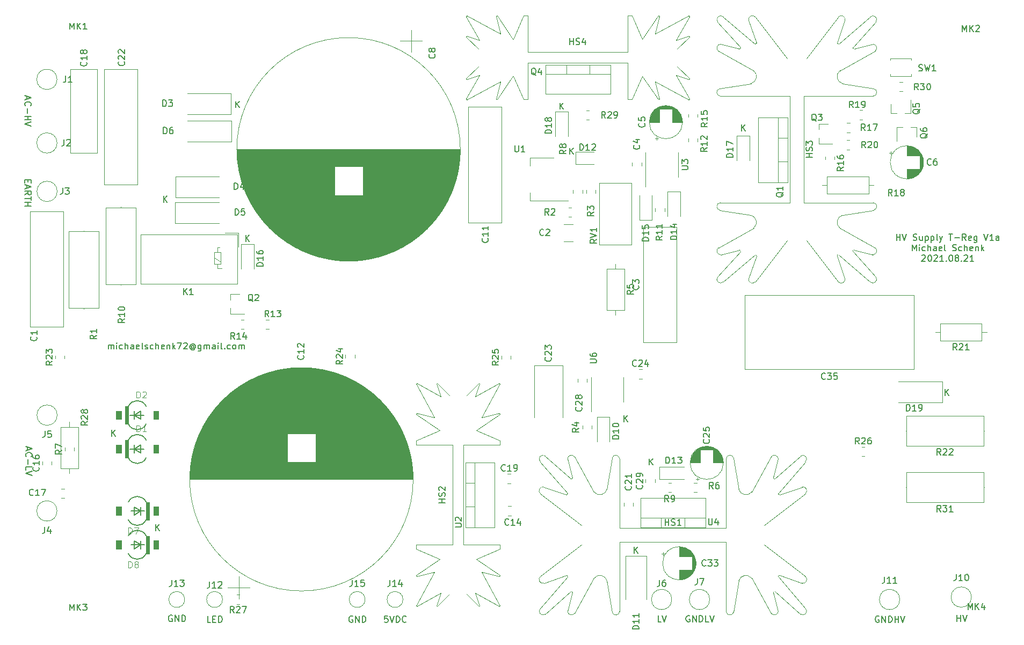
<source format=gbr>
G04 #@! TF.GenerationSoftware,KiCad,Pcbnew,(5.1.10-0-10_14)*
G04 #@! TF.CreationDate,2021-08-21T16:13:38+02:00*
G04 #@! TF.ProjectId,hv-power-supply-v1,68762d70-6f77-4657-922d-737570706c79,rev?*
G04 #@! TF.SameCoordinates,Original*
G04 #@! TF.FileFunction,Legend,Top*
G04 #@! TF.FilePolarity,Positive*
%FSLAX46Y46*%
G04 Gerber Fmt 4.6, Leading zero omitted, Abs format (unit mm)*
G04 Created by KiCad (PCBNEW (5.1.10-0-10_14)) date 2021-08-21 16:13:38*
%MOMM*%
%LPD*%
G01*
G04 APERTURE LIST*
%ADD10C,0.150000*%
%ADD11C,0.120000*%
%ADD12C,0.010000*%
%ADD13C,0.152400*%
%ADD14C,0.015000*%
G04 APERTURE END LIST*
D10*
X201033095Y-107513380D02*
X201033095Y-106513380D01*
X201604523Y-107513380D02*
X201175952Y-106941952D01*
X201604523Y-106513380D02*
X201033095Y-107084809D01*
X168902095Y-65793880D02*
X168902095Y-64793880D01*
X169473523Y-65793880D02*
X169044952Y-65222452D01*
X169473523Y-64793880D02*
X168902095Y-65365309D01*
X140263595Y-62364880D02*
X140263595Y-61364880D01*
X140835023Y-62364880D02*
X140406452Y-61793452D01*
X140835023Y-61364880D02*
X140263595Y-61936309D01*
X141851095Y-69476880D02*
X141851095Y-68476880D01*
X142422523Y-69476880D02*
X141993952Y-68905452D01*
X142422523Y-68476880D02*
X141851095Y-69048309D01*
X150360095Y-111704380D02*
X150360095Y-110704380D01*
X150931523Y-111704380D02*
X150502952Y-111132952D01*
X150931523Y-110704380D02*
X150360095Y-111275809D01*
X193350571Y-83066880D02*
X193350571Y-82066880D01*
X193350571Y-82543071D02*
X193922000Y-82543071D01*
X193922000Y-83066880D02*
X193922000Y-82066880D01*
X194255333Y-82066880D02*
X194588666Y-83066880D01*
X194922000Y-82066880D01*
X195969619Y-83019261D02*
X196112476Y-83066880D01*
X196350571Y-83066880D01*
X196445809Y-83019261D01*
X196493428Y-82971642D01*
X196541047Y-82876404D01*
X196541047Y-82781166D01*
X196493428Y-82685928D01*
X196445809Y-82638309D01*
X196350571Y-82590690D01*
X196160095Y-82543071D01*
X196064857Y-82495452D01*
X196017238Y-82447833D01*
X195969619Y-82352595D01*
X195969619Y-82257357D01*
X196017238Y-82162119D01*
X196064857Y-82114500D01*
X196160095Y-82066880D01*
X196398190Y-82066880D01*
X196541047Y-82114500D01*
X197398190Y-82400214D02*
X197398190Y-83066880D01*
X196969619Y-82400214D02*
X196969619Y-82924023D01*
X197017238Y-83019261D01*
X197112476Y-83066880D01*
X197255333Y-83066880D01*
X197350571Y-83019261D01*
X197398190Y-82971642D01*
X197874380Y-82400214D02*
X197874380Y-83400214D01*
X197874380Y-82447833D02*
X197969619Y-82400214D01*
X198160095Y-82400214D01*
X198255333Y-82447833D01*
X198302952Y-82495452D01*
X198350571Y-82590690D01*
X198350571Y-82876404D01*
X198302952Y-82971642D01*
X198255333Y-83019261D01*
X198160095Y-83066880D01*
X197969619Y-83066880D01*
X197874380Y-83019261D01*
X198779142Y-82400214D02*
X198779142Y-83400214D01*
X198779142Y-82447833D02*
X198874380Y-82400214D01*
X199064857Y-82400214D01*
X199160095Y-82447833D01*
X199207714Y-82495452D01*
X199255333Y-82590690D01*
X199255333Y-82876404D01*
X199207714Y-82971642D01*
X199160095Y-83019261D01*
X199064857Y-83066880D01*
X198874380Y-83066880D01*
X198779142Y-83019261D01*
X199826761Y-83066880D02*
X199731523Y-83019261D01*
X199683904Y-82924023D01*
X199683904Y-82066880D01*
X200112476Y-82400214D02*
X200350571Y-83066880D01*
X200588666Y-82400214D02*
X200350571Y-83066880D01*
X200255333Y-83304976D01*
X200207714Y-83352595D01*
X200112476Y-83400214D01*
X201588666Y-82066880D02*
X202160095Y-82066880D01*
X201874380Y-83066880D02*
X201874380Y-82066880D01*
X202493428Y-82685928D02*
X203255333Y-82685928D01*
X204302952Y-83066880D02*
X203969619Y-82590690D01*
X203731523Y-83066880D02*
X203731523Y-82066880D01*
X204112476Y-82066880D01*
X204207714Y-82114500D01*
X204255333Y-82162119D01*
X204302952Y-82257357D01*
X204302952Y-82400214D01*
X204255333Y-82495452D01*
X204207714Y-82543071D01*
X204112476Y-82590690D01*
X203731523Y-82590690D01*
X205112476Y-83019261D02*
X205017238Y-83066880D01*
X204826761Y-83066880D01*
X204731523Y-83019261D01*
X204683904Y-82924023D01*
X204683904Y-82543071D01*
X204731523Y-82447833D01*
X204826761Y-82400214D01*
X205017238Y-82400214D01*
X205112476Y-82447833D01*
X205160095Y-82543071D01*
X205160095Y-82638309D01*
X204683904Y-82733547D01*
X206017238Y-82400214D02*
X206017238Y-83209738D01*
X205969619Y-83304976D01*
X205922000Y-83352595D01*
X205826761Y-83400214D01*
X205683904Y-83400214D01*
X205588666Y-83352595D01*
X206017238Y-83019261D02*
X205922000Y-83066880D01*
X205731523Y-83066880D01*
X205636285Y-83019261D01*
X205588666Y-82971642D01*
X205541047Y-82876404D01*
X205541047Y-82590690D01*
X205588666Y-82495452D01*
X205636285Y-82447833D01*
X205731523Y-82400214D01*
X205922000Y-82400214D01*
X206017238Y-82447833D01*
X207112476Y-82066880D02*
X207445809Y-83066880D01*
X207779142Y-82066880D01*
X208636285Y-83066880D02*
X208064857Y-83066880D01*
X208350571Y-83066880D02*
X208350571Y-82066880D01*
X208255333Y-82209738D01*
X208160095Y-82304976D01*
X208064857Y-82352595D01*
X209493428Y-83066880D02*
X209493428Y-82543071D01*
X209445809Y-82447833D01*
X209350571Y-82400214D01*
X209160095Y-82400214D01*
X209064857Y-82447833D01*
X209493428Y-83019261D02*
X209398190Y-83066880D01*
X209160095Y-83066880D01*
X209064857Y-83019261D01*
X209017238Y-82924023D01*
X209017238Y-82828785D01*
X209064857Y-82733547D01*
X209160095Y-82685928D01*
X209398190Y-82685928D01*
X209493428Y-82638309D01*
X195802952Y-84716880D02*
X195802952Y-83716880D01*
X196136285Y-84431166D01*
X196469619Y-83716880D01*
X196469619Y-84716880D01*
X196945809Y-84716880D02*
X196945809Y-84050214D01*
X196945809Y-83716880D02*
X196898190Y-83764500D01*
X196945809Y-83812119D01*
X196993428Y-83764500D01*
X196945809Y-83716880D01*
X196945809Y-83812119D01*
X197850571Y-84669261D02*
X197755333Y-84716880D01*
X197564857Y-84716880D01*
X197469619Y-84669261D01*
X197422000Y-84621642D01*
X197374380Y-84526404D01*
X197374380Y-84240690D01*
X197422000Y-84145452D01*
X197469619Y-84097833D01*
X197564857Y-84050214D01*
X197755333Y-84050214D01*
X197850571Y-84097833D01*
X198279142Y-84716880D02*
X198279142Y-83716880D01*
X198707714Y-84716880D02*
X198707714Y-84193071D01*
X198660095Y-84097833D01*
X198564857Y-84050214D01*
X198422000Y-84050214D01*
X198326761Y-84097833D01*
X198279142Y-84145452D01*
X199612476Y-84716880D02*
X199612476Y-84193071D01*
X199564857Y-84097833D01*
X199469619Y-84050214D01*
X199279142Y-84050214D01*
X199183904Y-84097833D01*
X199612476Y-84669261D02*
X199517238Y-84716880D01*
X199279142Y-84716880D01*
X199183904Y-84669261D01*
X199136285Y-84574023D01*
X199136285Y-84478785D01*
X199183904Y-84383547D01*
X199279142Y-84335928D01*
X199517238Y-84335928D01*
X199612476Y-84288309D01*
X200469619Y-84669261D02*
X200374380Y-84716880D01*
X200183904Y-84716880D01*
X200088666Y-84669261D01*
X200041047Y-84574023D01*
X200041047Y-84193071D01*
X200088666Y-84097833D01*
X200183904Y-84050214D01*
X200374380Y-84050214D01*
X200469619Y-84097833D01*
X200517238Y-84193071D01*
X200517238Y-84288309D01*
X200041047Y-84383547D01*
X201088666Y-84716880D02*
X200993428Y-84669261D01*
X200945809Y-84574023D01*
X200945809Y-83716880D01*
X202183904Y-84669261D02*
X202326761Y-84716880D01*
X202564857Y-84716880D01*
X202660095Y-84669261D01*
X202707714Y-84621642D01*
X202755333Y-84526404D01*
X202755333Y-84431166D01*
X202707714Y-84335928D01*
X202660095Y-84288309D01*
X202564857Y-84240690D01*
X202374380Y-84193071D01*
X202279142Y-84145452D01*
X202231523Y-84097833D01*
X202183904Y-84002595D01*
X202183904Y-83907357D01*
X202231523Y-83812119D01*
X202279142Y-83764500D01*
X202374380Y-83716880D01*
X202612476Y-83716880D01*
X202755333Y-83764500D01*
X203612476Y-84669261D02*
X203517238Y-84716880D01*
X203326761Y-84716880D01*
X203231523Y-84669261D01*
X203183904Y-84621642D01*
X203136285Y-84526404D01*
X203136285Y-84240690D01*
X203183904Y-84145452D01*
X203231523Y-84097833D01*
X203326761Y-84050214D01*
X203517238Y-84050214D01*
X203612476Y-84097833D01*
X204041047Y-84716880D02*
X204041047Y-83716880D01*
X204469619Y-84716880D02*
X204469619Y-84193071D01*
X204422000Y-84097833D01*
X204326761Y-84050214D01*
X204183904Y-84050214D01*
X204088666Y-84097833D01*
X204041047Y-84145452D01*
X205326761Y-84669261D02*
X205231523Y-84716880D01*
X205041047Y-84716880D01*
X204945809Y-84669261D01*
X204898190Y-84574023D01*
X204898190Y-84193071D01*
X204945809Y-84097833D01*
X205041047Y-84050214D01*
X205231523Y-84050214D01*
X205326761Y-84097833D01*
X205374380Y-84193071D01*
X205374380Y-84288309D01*
X204898190Y-84383547D01*
X205802952Y-84050214D02*
X205802952Y-84716880D01*
X205802952Y-84145452D02*
X205850571Y-84097833D01*
X205945809Y-84050214D01*
X206088666Y-84050214D01*
X206183904Y-84097833D01*
X206231523Y-84193071D01*
X206231523Y-84716880D01*
X206707714Y-84716880D02*
X206707714Y-83716880D01*
X206802952Y-84335928D02*
X207088666Y-84716880D01*
X207088666Y-84050214D02*
X206707714Y-84431166D01*
X197326761Y-85462119D02*
X197374380Y-85414500D01*
X197469619Y-85366880D01*
X197707714Y-85366880D01*
X197802952Y-85414500D01*
X197850571Y-85462119D01*
X197898190Y-85557357D01*
X197898190Y-85652595D01*
X197850571Y-85795452D01*
X197279142Y-86366880D01*
X197898190Y-86366880D01*
X198517238Y-85366880D02*
X198612476Y-85366880D01*
X198707714Y-85414500D01*
X198755333Y-85462119D01*
X198802952Y-85557357D01*
X198850571Y-85747833D01*
X198850571Y-85985928D01*
X198802952Y-86176404D01*
X198755333Y-86271642D01*
X198707714Y-86319261D01*
X198612476Y-86366880D01*
X198517238Y-86366880D01*
X198422000Y-86319261D01*
X198374380Y-86271642D01*
X198326761Y-86176404D01*
X198279142Y-85985928D01*
X198279142Y-85747833D01*
X198326761Y-85557357D01*
X198374380Y-85462119D01*
X198422000Y-85414500D01*
X198517238Y-85366880D01*
X199231523Y-85462119D02*
X199279142Y-85414500D01*
X199374380Y-85366880D01*
X199612476Y-85366880D01*
X199707714Y-85414500D01*
X199755333Y-85462119D01*
X199802952Y-85557357D01*
X199802952Y-85652595D01*
X199755333Y-85795452D01*
X199183904Y-86366880D01*
X199802952Y-86366880D01*
X200755333Y-86366880D02*
X200183904Y-86366880D01*
X200469619Y-86366880D02*
X200469619Y-85366880D01*
X200374380Y-85509738D01*
X200279142Y-85604976D01*
X200183904Y-85652595D01*
X201183904Y-86271642D02*
X201231523Y-86319261D01*
X201183904Y-86366880D01*
X201136285Y-86319261D01*
X201183904Y-86271642D01*
X201183904Y-86366880D01*
X201850571Y-85366880D02*
X201945809Y-85366880D01*
X202041047Y-85414500D01*
X202088666Y-85462119D01*
X202136285Y-85557357D01*
X202183904Y-85747833D01*
X202183904Y-85985928D01*
X202136285Y-86176404D01*
X202088666Y-86271642D01*
X202041047Y-86319261D01*
X201945809Y-86366880D01*
X201850571Y-86366880D01*
X201755333Y-86319261D01*
X201707714Y-86271642D01*
X201660095Y-86176404D01*
X201612476Y-85985928D01*
X201612476Y-85747833D01*
X201660095Y-85557357D01*
X201707714Y-85462119D01*
X201755333Y-85414500D01*
X201850571Y-85366880D01*
X202755333Y-85795452D02*
X202660095Y-85747833D01*
X202612476Y-85700214D01*
X202564857Y-85604976D01*
X202564857Y-85557357D01*
X202612476Y-85462119D01*
X202660095Y-85414500D01*
X202755333Y-85366880D01*
X202945809Y-85366880D01*
X203041047Y-85414500D01*
X203088666Y-85462119D01*
X203136285Y-85557357D01*
X203136285Y-85604976D01*
X203088666Y-85700214D01*
X203041047Y-85747833D01*
X202945809Y-85795452D01*
X202755333Y-85795452D01*
X202660095Y-85843071D01*
X202612476Y-85890690D01*
X202564857Y-85985928D01*
X202564857Y-86176404D01*
X202612476Y-86271642D01*
X202660095Y-86319261D01*
X202755333Y-86366880D01*
X202945809Y-86366880D01*
X203041047Y-86319261D01*
X203088666Y-86271642D01*
X203136285Y-86176404D01*
X203136285Y-85985928D01*
X203088666Y-85890690D01*
X203041047Y-85843071D01*
X202945809Y-85795452D01*
X203564857Y-86271642D02*
X203612476Y-86319261D01*
X203564857Y-86366880D01*
X203517238Y-86319261D01*
X203564857Y-86271642D01*
X203564857Y-86366880D01*
X203993428Y-85462119D02*
X204041047Y-85414500D01*
X204136285Y-85366880D01*
X204374380Y-85366880D01*
X204469619Y-85414500D01*
X204517238Y-85462119D01*
X204564857Y-85557357D01*
X204564857Y-85652595D01*
X204517238Y-85795452D01*
X203945809Y-86366880D01*
X204564857Y-86366880D01*
X205517238Y-86366880D02*
X204945809Y-86366880D01*
X205231523Y-86366880D02*
X205231523Y-85366880D01*
X205136285Y-85509738D01*
X205041047Y-85604976D01*
X204945809Y-85652595D01*
X90733595Y-83256380D02*
X90733595Y-82256380D01*
X91305023Y-83256380D02*
X90876452Y-82684952D01*
X91305023Y-82256380D02*
X90733595Y-82827809D01*
X89146095Y-62110880D02*
X89146095Y-61110880D01*
X89717523Y-62110880D02*
X89288952Y-61539452D01*
X89717523Y-61110880D02*
X89146095Y-61682309D01*
X77779595Y-77033380D02*
X77779595Y-76033380D01*
X78351023Y-77033380D02*
X77922452Y-76461952D01*
X78351023Y-76033380D02*
X77779595Y-76604809D01*
X154360595Y-118498880D02*
X154360595Y-117498880D01*
X154932023Y-118498880D02*
X154503452Y-117927452D01*
X154932023Y-117498880D02*
X154360595Y-118070309D01*
X152011095Y-132405380D02*
X152011095Y-131405380D01*
X152582523Y-132405380D02*
X152153952Y-131833952D01*
X152582523Y-131405380D02*
X152011095Y-131976809D01*
X76573095Y-128849380D02*
X76573095Y-127849380D01*
X77144523Y-128849380D02*
X76715952Y-128277952D01*
X77144523Y-127849380D02*
X76573095Y-128420809D01*
X69588095Y-113990380D02*
X69588095Y-112990380D01*
X70159523Y-113990380D02*
X69730952Y-113418952D01*
X70159523Y-112990380D02*
X69588095Y-113561809D01*
X202866714Y-143200380D02*
X202866714Y-142200380D01*
X202866714Y-142676571D02*
X203438142Y-142676571D01*
X203438142Y-143200380D02*
X203438142Y-142200380D01*
X203771476Y-142200380D02*
X204104809Y-143200380D01*
X204438142Y-142200380D01*
X190563714Y-142375000D02*
X190468476Y-142327380D01*
X190325619Y-142327380D01*
X190182761Y-142375000D01*
X190087523Y-142470238D01*
X190039904Y-142565476D01*
X189992285Y-142755952D01*
X189992285Y-142898809D01*
X190039904Y-143089285D01*
X190087523Y-143184523D01*
X190182761Y-143279761D01*
X190325619Y-143327380D01*
X190420857Y-143327380D01*
X190563714Y-143279761D01*
X190611333Y-143232142D01*
X190611333Y-142898809D01*
X190420857Y-142898809D01*
X191039904Y-143327380D02*
X191039904Y-142327380D01*
X191611333Y-143327380D01*
X191611333Y-142327380D01*
X192087523Y-143327380D02*
X192087523Y-142327380D01*
X192325619Y-142327380D01*
X192468476Y-142375000D01*
X192563714Y-142470238D01*
X192611333Y-142565476D01*
X192658952Y-142755952D01*
X192658952Y-142898809D01*
X192611333Y-143089285D01*
X192563714Y-143184523D01*
X192468476Y-143279761D01*
X192325619Y-143327380D01*
X192087523Y-143327380D01*
X193087523Y-143327380D02*
X193087523Y-142327380D01*
X193087523Y-142803571D02*
X193658952Y-142803571D01*
X193658952Y-143327380D02*
X193658952Y-142327380D01*
X193992285Y-142327380D02*
X194325619Y-143327380D01*
X194658952Y-142327380D01*
X160710761Y-142311500D02*
X160615523Y-142263880D01*
X160472666Y-142263880D01*
X160329809Y-142311500D01*
X160234571Y-142406738D01*
X160186952Y-142501976D01*
X160139333Y-142692452D01*
X160139333Y-142835309D01*
X160186952Y-143025785D01*
X160234571Y-143121023D01*
X160329809Y-143216261D01*
X160472666Y-143263880D01*
X160567904Y-143263880D01*
X160710761Y-143216261D01*
X160758380Y-143168642D01*
X160758380Y-142835309D01*
X160567904Y-142835309D01*
X161186952Y-143263880D02*
X161186952Y-142263880D01*
X161758380Y-143263880D01*
X161758380Y-142263880D01*
X162234571Y-143263880D02*
X162234571Y-142263880D01*
X162472666Y-142263880D01*
X162615523Y-142311500D01*
X162710761Y-142406738D01*
X162758380Y-142501976D01*
X162806000Y-142692452D01*
X162806000Y-142835309D01*
X162758380Y-143025785D01*
X162710761Y-143121023D01*
X162615523Y-143216261D01*
X162472666Y-143263880D01*
X162234571Y-143263880D01*
X163710761Y-143263880D02*
X163234571Y-143263880D01*
X163234571Y-142263880D01*
X163901238Y-142263880D02*
X164234571Y-143263880D01*
X164567904Y-142263880D01*
X156217952Y-143263880D02*
X155741761Y-143263880D01*
X155741761Y-142263880D01*
X156408428Y-142263880D02*
X156741761Y-143263880D01*
X157075095Y-142263880D01*
X79121095Y-142248000D02*
X79025857Y-142200380D01*
X78883000Y-142200380D01*
X78740142Y-142248000D01*
X78644904Y-142343238D01*
X78597285Y-142438476D01*
X78549666Y-142628952D01*
X78549666Y-142771809D01*
X78597285Y-142962285D01*
X78644904Y-143057523D01*
X78740142Y-143152761D01*
X78883000Y-143200380D01*
X78978238Y-143200380D01*
X79121095Y-143152761D01*
X79168714Y-143105142D01*
X79168714Y-142771809D01*
X78978238Y-142771809D01*
X79597285Y-143200380D02*
X79597285Y-142200380D01*
X80168714Y-143200380D01*
X80168714Y-142200380D01*
X80644904Y-143200380D02*
X80644904Y-142200380D01*
X80883000Y-142200380D01*
X81025857Y-142248000D01*
X81121095Y-142343238D01*
X81168714Y-142438476D01*
X81216333Y-142628952D01*
X81216333Y-142771809D01*
X81168714Y-142962285D01*
X81121095Y-143057523D01*
X81025857Y-143152761D01*
X80883000Y-143200380D01*
X80644904Y-143200380D01*
X85209142Y-143327380D02*
X84732952Y-143327380D01*
X84732952Y-142327380D01*
X85542476Y-142803571D02*
X85875809Y-142803571D01*
X86018666Y-143327380D02*
X85542476Y-143327380D01*
X85542476Y-142327380D01*
X86018666Y-142327380D01*
X86447238Y-143327380D02*
X86447238Y-142327380D01*
X86685333Y-142327380D01*
X86828190Y-142375000D01*
X86923428Y-142470238D01*
X86971047Y-142565476D01*
X87018666Y-142755952D01*
X87018666Y-142898809D01*
X86971047Y-143089285D01*
X86923428Y-143184523D01*
X86828190Y-143279761D01*
X86685333Y-143327380D01*
X86447238Y-143327380D01*
X107569095Y-142375000D02*
X107473857Y-142327380D01*
X107331000Y-142327380D01*
X107188142Y-142375000D01*
X107092904Y-142470238D01*
X107045285Y-142565476D01*
X106997666Y-142755952D01*
X106997666Y-142898809D01*
X107045285Y-143089285D01*
X107092904Y-143184523D01*
X107188142Y-143279761D01*
X107331000Y-143327380D01*
X107426238Y-143327380D01*
X107569095Y-143279761D01*
X107616714Y-143232142D01*
X107616714Y-142898809D01*
X107426238Y-142898809D01*
X108045285Y-143327380D02*
X108045285Y-142327380D01*
X108616714Y-143327380D01*
X108616714Y-142327380D01*
X109092904Y-143327380D02*
X109092904Y-142327380D01*
X109331000Y-142327380D01*
X109473857Y-142375000D01*
X109569095Y-142470238D01*
X109616714Y-142565476D01*
X109664333Y-142755952D01*
X109664333Y-142898809D01*
X109616714Y-143089285D01*
X109569095Y-143184523D01*
X109473857Y-143279761D01*
X109331000Y-143327380D01*
X109092904Y-143327380D01*
X113109523Y-142327380D02*
X112633333Y-142327380D01*
X112585714Y-142803571D01*
X112633333Y-142755952D01*
X112728571Y-142708333D01*
X112966666Y-142708333D01*
X113061904Y-142755952D01*
X113109523Y-142803571D01*
X113157142Y-142898809D01*
X113157142Y-143136904D01*
X113109523Y-143232142D01*
X113061904Y-143279761D01*
X112966666Y-143327380D01*
X112728571Y-143327380D01*
X112633333Y-143279761D01*
X112585714Y-143232142D01*
X113442857Y-142327380D02*
X113776190Y-143327380D01*
X114109523Y-142327380D01*
X114442857Y-143327380D02*
X114442857Y-142327380D01*
X114680952Y-142327380D01*
X114823809Y-142375000D01*
X114919047Y-142470238D01*
X114966666Y-142565476D01*
X115014285Y-142755952D01*
X115014285Y-142898809D01*
X114966666Y-143089285D01*
X114919047Y-143184523D01*
X114823809Y-143279761D01*
X114680952Y-143327380D01*
X114442857Y-143327380D01*
X116014285Y-143232142D02*
X115966666Y-143279761D01*
X115823809Y-143327380D01*
X115728571Y-143327380D01*
X115585714Y-143279761D01*
X115490476Y-143184523D01*
X115442857Y-143089285D01*
X115395238Y-142898809D01*
X115395238Y-142755952D01*
X115442857Y-142565476D01*
X115490476Y-142470238D01*
X115585714Y-142375000D01*
X115728571Y-142327380D01*
X115823809Y-142327380D01*
X115966666Y-142375000D01*
X116014285Y-142422619D01*
X56310333Y-115688523D02*
X56310333Y-116164714D01*
X56024619Y-115593285D02*
X57024619Y-115926619D01*
X56024619Y-116259952D01*
X56119857Y-117164714D02*
X56072238Y-117117095D01*
X56024619Y-116974238D01*
X56024619Y-116879000D01*
X56072238Y-116736142D01*
X56167476Y-116640904D01*
X56262714Y-116593285D01*
X56453190Y-116545666D01*
X56596047Y-116545666D01*
X56786523Y-116593285D01*
X56881761Y-116640904D01*
X56977000Y-116736142D01*
X57024619Y-116879000D01*
X57024619Y-116974238D01*
X56977000Y-117117095D01*
X56929380Y-117164714D01*
X56405571Y-117593285D02*
X56405571Y-118355190D01*
X56024619Y-119307571D02*
X56024619Y-118831380D01*
X57024619Y-118831380D01*
X57024619Y-119498047D02*
X56024619Y-119831380D01*
X57024619Y-120164714D01*
X56421428Y-73540380D02*
X56421428Y-73873714D01*
X55897619Y-74016571D02*
X55897619Y-73540380D01*
X56897619Y-73540380D01*
X56897619Y-74016571D01*
X56183333Y-74397523D02*
X56183333Y-74873714D01*
X55897619Y-74302285D02*
X56897619Y-74635619D01*
X55897619Y-74968952D01*
X55897619Y-75873714D02*
X56373809Y-75540380D01*
X55897619Y-75302285D02*
X56897619Y-75302285D01*
X56897619Y-75683238D01*
X56850000Y-75778476D01*
X56802380Y-75826095D01*
X56707142Y-75873714D01*
X56564285Y-75873714D01*
X56469047Y-75826095D01*
X56421428Y-75778476D01*
X56373809Y-75683238D01*
X56373809Y-75302285D01*
X56897619Y-76159428D02*
X56897619Y-76730857D01*
X55897619Y-76445142D02*
X56897619Y-76445142D01*
X55897619Y-77064190D02*
X56897619Y-77064190D01*
X56421428Y-77064190D02*
X56421428Y-77635619D01*
X55897619Y-77635619D02*
X56897619Y-77635619D01*
X56183333Y-60324476D02*
X56183333Y-60800666D01*
X55897619Y-60229238D02*
X56897619Y-60562571D01*
X55897619Y-60895904D01*
X55992857Y-61800666D02*
X55945238Y-61753047D01*
X55897619Y-61610190D01*
X55897619Y-61514952D01*
X55945238Y-61372095D01*
X56040476Y-61276857D01*
X56135714Y-61229238D01*
X56326190Y-61181619D01*
X56469047Y-61181619D01*
X56659523Y-61229238D01*
X56754761Y-61276857D01*
X56850000Y-61372095D01*
X56897619Y-61514952D01*
X56897619Y-61610190D01*
X56850000Y-61753047D01*
X56802380Y-61800666D01*
X56278571Y-62229238D02*
X56278571Y-62991142D01*
X55897619Y-63467333D02*
X56897619Y-63467333D01*
X56421428Y-63467333D02*
X56421428Y-64038761D01*
X55897619Y-64038761D02*
X56897619Y-64038761D01*
X56897619Y-64372095D02*
X55897619Y-64705428D01*
X56897619Y-65038761D01*
X69041714Y-100210880D02*
X69041714Y-99544214D01*
X69041714Y-99639452D02*
X69089333Y-99591833D01*
X69184571Y-99544214D01*
X69327428Y-99544214D01*
X69422666Y-99591833D01*
X69470285Y-99687071D01*
X69470285Y-100210880D01*
X69470285Y-99687071D02*
X69517904Y-99591833D01*
X69613142Y-99544214D01*
X69756000Y-99544214D01*
X69851238Y-99591833D01*
X69898857Y-99687071D01*
X69898857Y-100210880D01*
X70375047Y-100210880D02*
X70375047Y-99544214D01*
X70375047Y-99210880D02*
X70327428Y-99258500D01*
X70375047Y-99306119D01*
X70422666Y-99258500D01*
X70375047Y-99210880D01*
X70375047Y-99306119D01*
X71279809Y-100163261D02*
X71184571Y-100210880D01*
X70994095Y-100210880D01*
X70898857Y-100163261D01*
X70851238Y-100115642D01*
X70803619Y-100020404D01*
X70803619Y-99734690D01*
X70851238Y-99639452D01*
X70898857Y-99591833D01*
X70994095Y-99544214D01*
X71184571Y-99544214D01*
X71279809Y-99591833D01*
X71708380Y-100210880D02*
X71708380Y-99210880D01*
X72136952Y-100210880D02*
X72136952Y-99687071D01*
X72089333Y-99591833D01*
X71994095Y-99544214D01*
X71851238Y-99544214D01*
X71756000Y-99591833D01*
X71708380Y-99639452D01*
X73041714Y-100210880D02*
X73041714Y-99687071D01*
X72994095Y-99591833D01*
X72898857Y-99544214D01*
X72708380Y-99544214D01*
X72613142Y-99591833D01*
X73041714Y-100163261D02*
X72946476Y-100210880D01*
X72708380Y-100210880D01*
X72613142Y-100163261D01*
X72565523Y-100068023D01*
X72565523Y-99972785D01*
X72613142Y-99877547D01*
X72708380Y-99829928D01*
X72946476Y-99829928D01*
X73041714Y-99782309D01*
X73898857Y-100163261D02*
X73803619Y-100210880D01*
X73613142Y-100210880D01*
X73517904Y-100163261D01*
X73470285Y-100068023D01*
X73470285Y-99687071D01*
X73517904Y-99591833D01*
X73613142Y-99544214D01*
X73803619Y-99544214D01*
X73898857Y-99591833D01*
X73946476Y-99687071D01*
X73946476Y-99782309D01*
X73470285Y-99877547D01*
X74517904Y-100210880D02*
X74422666Y-100163261D01*
X74375047Y-100068023D01*
X74375047Y-99210880D01*
X74851238Y-100163261D02*
X74946476Y-100210880D01*
X75136952Y-100210880D01*
X75232190Y-100163261D01*
X75279809Y-100068023D01*
X75279809Y-100020404D01*
X75232190Y-99925166D01*
X75136952Y-99877547D01*
X74994095Y-99877547D01*
X74898857Y-99829928D01*
X74851238Y-99734690D01*
X74851238Y-99687071D01*
X74898857Y-99591833D01*
X74994095Y-99544214D01*
X75136952Y-99544214D01*
X75232190Y-99591833D01*
X76136952Y-100163261D02*
X76041714Y-100210880D01*
X75851238Y-100210880D01*
X75756000Y-100163261D01*
X75708380Y-100115642D01*
X75660761Y-100020404D01*
X75660761Y-99734690D01*
X75708380Y-99639452D01*
X75756000Y-99591833D01*
X75851238Y-99544214D01*
X76041714Y-99544214D01*
X76136952Y-99591833D01*
X76565523Y-100210880D02*
X76565523Y-99210880D01*
X76994095Y-100210880D02*
X76994095Y-99687071D01*
X76946476Y-99591833D01*
X76851238Y-99544214D01*
X76708380Y-99544214D01*
X76613142Y-99591833D01*
X76565523Y-99639452D01*
X77851238Y-100163261D02*
X77756000Y-100210880D01*
X77565523Y-100210880D01*
X77470285Y-100163261D01*
X77422666Y-100068023D01*
X77422666Y-99687071D01*
X77470285Y-99591833D01*
X77565523Y-99544214D01*
X77756000Y-99544214D01*
X77851238Y-99591833D01*
X77898857Y-99687071D01*
X77898857Y-99782309D01*
X77422666Y-99877547D01*
X78327428Y-99544214D02*
X78327428Y-100210880D01*
X78327428Y-99639452D02*
X78375047Y-99591833D01*
X78470285Y-99544214D01*
X78613142Y-99544214D01*
X78708380Y-99591833D01*
X78756000Y-99687071D01*
X78756000Y-100210880D01*
X79232190Y-100210880D02*
X79232190Y-99210880D01*
X79327428Y-99829928D02*
X79613142Y-100210880D01*
X79613142Y-99544214D02*
X79232190Y-99925166D01*
X79946476Y-99210880D02*
X80613142Y-99210880D01*
X80184571Y-100210880D01*
X80946476Y-99306119D02*
X80994095Y-99258500D01*
X81089333Y-99210880D01*
X81327428Y-99210880D01*
X81422666Y-99258500D01*
X81470285Y-99306119D01*
X81517904Y-99401357D01*
X81517904Y-99496595D01*
X81470285Y-99639452D01*
X80898857Y-100210880D01*
X81517904Y-100210880D01*
X82565523Y-99734690D02*
X82517904Y-99687071D01*
X82422666Y-99639452D01*
X82327428Y-99639452D01*
X82232190Y-99687071D01*
X82184571Y-99734690D01*
X82136952Y-99829928D01*
X82136952Y-99925166D01*
X82184571Y-100020404D01*
X82232190Y-100068023D01*
X82327428Y-100115642D01*
X82422666Y-100115642D01*
X82517904Y-100068023D01*
X82565523Y-100020404D01*
X82565523Y-99639452D02*
X82565523Y-100020404D01*
X82613142Y-100068023D01*
X82660761Y-100068023D01*
X82756000Y-100020404D01*
X82803619Y-99925166D01*
X82803619Y-99687071D01*
X82708380Y-99544214D01*
X82565523Y-99448976D01*
X82375047Y-99401357D01*
X82184571Y-99448976D01*
X82041714Y-99544214D01*
X81946476Y-99687071D01*
X81898857Y-99877547D01*
X81946476Y-100068023D01*
X82041714Y-100210880D01*
X82184571Y-100306119D01*
X82375047Y-100353738D01*
X82565523Y-100306119D01*
X82708380Y-100210880D01*
X83660761Y-99544214D02*
X83660761Y-100353738D01*
X83613142Y-100448976D01*
X83565523Y-100496595D01*
X83470285Y-100544214D01*
X83327428Y-100544214D01*
X83232190Y-100496595D01*
X83660761Y-100163261D02*
X83565523Y-100210880D01*
X83375047Y-100210880D01*
X83279809Y-100163261D01*
X83232190Y-100115642D01*
X83184571Y-100020404D01*
X83184571Y-99734690D01*
X83232190Y-99639452D01*
X83279809Y-99591833D01*
X83375047Y-99544214D01*
X83565523Y-99544214D01*
X83660761Y-99591833D01*
X84136952Y-100210880D02*
X84136952Y-99544214D01*
X84136952Y-99639452D02*
X84184571Y-99591833D01*
X84279809Y-99544214D01*
X84422666Y-99544214D01*
X84517904Y-99591833D01*
X84565523Y-99687071D01*
X84565523Y-100210880D01*
X84565523Y-99687071D02*
X84613142Y-99591833D01*
X84708380Y-99544214D01*
X84851238Y-99544214D01*
X84946476Y-99591833D01*
X84994095Y-99687071D01*
X84994095Y-100210880D01*
X85898857Y-100210880D02*
X85898857Y-99687071D01*
X85851238Y-99591833D01*
X85756000Y-99544214D01*
X85565523Y-99544214D01*
X85470285Y-99591833D01*
X85898857Y-100163261D02*
X85803619Y-100210880D01*
X85565523Y-100210880D01*
X85470285Y-100163261D01*
X85422666Y-100068023D01*
X85422666Y-99972785D01*
X85470285Y-99877547D01*
X85565523Y-99829928D01*
X85803619Y-99829928D01*
X85898857Y-99782309D01*
X86375047Y-100210880D02*
X86375047Y-99544214D01*
X86375047Y-99210880D02*
X86327428Y-99258500D01*
X86375047Y-99306119D01*
X86422666Y-99258500D01*
X86375047Y-99210880D01*
X86375047Y-99306119D01*
X86994095Y-100210880D02*
X86898857Y-100163261D01*
X86851238Y-100068023D01*
X86851238Y-99210880D01*
X87375047Y-100115642D02*
X87422666Y-100163261D01*
X87375047Y-100210880D01*
X87327428Y-100163261D01*
X87375047Y-100115642D01*
X87375047Y-100210880D01*
X88279809Y-100163261D02*
X88184571Y-100210880D01*
X87994095Y-100210880D01*
X87898857Y-100163261D01*
X87851238Y-100115642D01*
X87803619Y-100020404D01*
X87803619Y-99734690D01*
X87851238Y-99639452D01*
X87898857Y-99591833D01*
X87994095Y-99544214D01*
X88184571Y-99544214D01*
X88279809Y-99591833D01*
X88851238Y-100210880D02*
X88756000Y-100163261D01*
X88708380Y-100115642D01*
X88660761Y-100020404D01*
X88660761Y-99734690D01*
X88708380Y-99639452D01*
X88756000Y-99591833D01*
X88851238Y-99544214D01*
X88994095Y-99544214D01*
X89089333Y-99591833D01*
X89136952Y-99639452D01*
X89184571Y-99734690D01*
X89184571Y-100020404D01*
X89136952Y-100115642D01*
X89089333Y-100163261D01*
X88994095Y-100210880D01*
X88851238Y-100210880D01*
X89613142Y-100210880D02*
X89613142Y-99544214D01*
X89613142Y-99639452D02*
X89660761Y-99591833D01*
X89756000Y-99544214D01*
X89898857Y-99544214D01*
X89994095Y-99591833D01*
X90041714Y-99687071D01*
X90041714Y-100210880D01*
X90041714Y-99687071D02*
X90089333Y-99591833D01*
X90184571Y-99544214D01*
X90327428Y-99544214D01*
X90422666Y-99591833D01*
X90470285Y-99687071D01*
X90470285Y-100210880D01*
D11*
X141525500Y-62709500D02*
X141525500Y-66609500D01*
X139525500Y-62709500D02*
X139525500Y-66609500D01*
X141525500Y-62709500D02*
X139525500Y-62709500D01*
X170164000Y-66557600D02*
X170164000Y-70457600D01*
X168164000Y-66557600D02*
X168164000Y-70457600D01*
X170164000Y-66557600D02*
X168164000Y-66557600D01*
X142758600Y-71013200D02*
X145618600Y-71013200D01*
X142758600Y-69093200D02*
X142758600Y-71013200D01*
X145618600Y-69093200D02*
X142758600Y-69093200D01*
X68436500Y-74264000D02*
X68436500Y-56024000D01*
X73676500Y-74264000D02*
X73676500Y-56024000D01*
X68436500Y-74264000D02*
X73676500Y-74264000D01*
X68436500Y-56024000D02*
X73676500Y-56024000D01*
X89574500Y-81902500D02*
X89574500Y-84102500D01*
X87474500Y-81902500D02*
X89574500Y-81902500D01*
X74174500Y-82102500D02*
X89374500Y-82102500D01*
X74174500Y-89902500D02*
X74174500Y-82102500D01*
X89374500Y-89902500D02*
X74174500Y-89902500D01*
X89374500Y-82102500D02*
X89374500Y-89902500D01*
X86804500Y-86448500D02*
X85788500Y-85813500D01*
X86574500Y-84202500D02*
X86296500Y-84202500D01*
X86296500Y-84202500D02*
X86296500Y-84924500D01*
X86931500Y-87464500D02*
X86296500Y-87464500D01*
X86296500Y-87464500D02*
X86296500Y-86829500D01*
X86804500Y-86829500D02*
X86804500Y-84924500D01*
X86804500Y-84924500D02*
X85788500Y-84924500D01*
X85788500Y-84924500D02*
X85788500Y-86829500D01*
X86804500Y-86829500D02*
X85788500Y-86829500D01*
X194797500Y-122047000D02*
X194907500Y-122047000D01*
X207157500Y-122047000D02*
X207047500Y-122047000D01*
X194907500Y-124417000D02*
X207047500Y-124417000D01*
X194907500Y-119677000D02*
X194907500Y-124417000D01*
X207047500Y-119677000D02*
X194907500Y-119677000D01*
X207047500Y-124417000D02*
X207047500Y-119677000D01*
X153399500Y-80916000D02*
X158639500Y-80916000D01*
X153399500Y-99156000D02*
X158639500Y-99156000D01*
X158639500Y-99156000D02*
X158639500Y-80916000D01*
X153399500Y-99156000D02*
X153399500Y-80916000D01*
X195628000Y-54353000D02*
X195628000Y-54653000D01*
X192328000Y-54353000D02*
X195628000Y-54353000D01*
X192328000Y-54653000D02*
X192328000Y-54353000D01*
X195628000Y-57153000D02*
X195628000Y-56853000D01*
X192328000Y-57153000D02*
X195628000Y-57153000D01*
X192328000Y-56853000D02*
X192328000Y-57153000D01*
X188944000Y-75728500D02*
X188944000Y-72988500D01*
X188944000Y-72988500D02*
X182404000Y-72988500D01*
X182404000Y-72988500D02*
X182404000Y-75728500D01*
X182404000Y-75728500D02*
X188944000Y-75728500D01*
X189714000Y-74358500D02*
X188944000Y-74358500D01*
X181634000Y-74358500D02*
X182404000Y-74358500D01*
X158897000Y-71118500D02*
X158897000Y-69168500D01*
X158897000Y-71118500D02*
X158897000Y-73068500D01*
X153777000Y-71118500D02*
X153777000Y-69168500D01*
X153777000Y-71118500D02*
X153777000Y-74568500D01*
X135529000Y-70010000D02*
X135529000Y-71270000D01*
X135529000Y-76830000D02*
X135529000Y-75570000D01*
X139289000Y-70010000D02*
X135529000Y-70010000D01*
X141539000Y-76830000D02*
X135529000Y-76830000D01*
X146441000Y-83752000D02*
X146441000Y-73982000D01*
X151511000Y-83752000D02*
X151511000Y-73982000D01*
X146441000Y-83752000D02*
X151511000Y-83752000D01*
X146441000Y-73982000D02*
X151511000Y-73982000D01*
X193812936Y-58066000D02*
X194267064Y-58066000D01*
X193812936Y-59536000D02*
X194267064Y-59536000D01*
X144889464Y-64031800D02*
X144435336Y-64031800D01*
X144889464Y-62561800D02*
X144435336Y-62561800D01*
X185948564Y-68743500D02*
X185494436Y-68743500D01*
X185948564Y-67273500D02*
X185494436Y-67273500D01*
X187980564Y-63981000D02*
X187526436Y-63981000D01*
X187980564Y-62511000D02*
X187526436Y-62511000D01*
X185526436Y-64543000D02*
X185980564Y-64543000D01*
X185526436Y-66013000D02*
X185980564Y-66013000D01*
X183551500Y-69829436D02*
X183551500Y-70283564D01*
X182081500Y-69829436D02*
X182081500Y-70283564D01*
X161961500Y-63129936D02*
X161961500Y-63584064D01*
X160491500Y-63129936D02*
X160491500Y-63584064D01*
X160491500Y-67473564D02*
X160491500Y-67019436D01*
X161961500Y-67473564D02*
X161961500Y-67019436D01*
X156754500Y-78020936D02*
X156754500Y-78475064D01*
X155284500Y-78020936D02*
X155284500Y-78475064D01*
X143800500Y-75131436D02*
X143800500Y-75585564D01*
X142330500Y-75131436D02*
X142330500Y-75585564D01*
X150404500Y-87535000D02*
X147664500Y-87535000D01*
X147664500Y-87535000D02*
X147664500Y-94075000D01*
X147664500Y-94075000D02*
X150404500Y-94075000D01*
X150404500Y-94075000D02*
X150404500Y-87535000D01*
X149034500Y-86765000D02*
X149034500Y-87535000D01*
X149034500Y-94845000D02*
X149034500Y-94075000D01*
X145896000Y-75131436D02*
X145896000Y-75585564D01*
X144426000Y-75131436D02*
X144426000Y-75585564D01*
X141647936Y-77878000D02*
X142102064Y-77878000D01*
X141647936Y-79348000D02*
X142102064Y-79348000D01*
X196527500Y-65232500D02*
X195597500Y-65232500D01*
X193367500Y-65232500D02*
X194297500Y-65232500D01*
X193367500Y-65232500D02*
X193367500Y-67392500D01*
X196527500Y-65232500D02*
X196527500Y-66692500D01*
X192410000Y-63006000D02*
X193340000Y-63006000D01*
X195570000Y-63006000D02*
X194640000Y-63006000D01*
X195570000Y-63006000D02*
X195570000Y-60846000D01*
X192410000Y-63006000D02*
X192410000Y-61546000D01*
X181056500Y-64653000D02*
X181056500Y-65583000D01*
X181056500Y-67813000D02*
X181056500Y-66883000D01*
X181056500Y-67813000D02*
X183216500Y-67813000D01*
X181056500Y-64653000D02*
X182516500Y-64653000D01*
X176180500Y-63650500D02*
X176180500Y-73890500D01*
X171539500Y-63650500D02*
X171539500Y-73890500D01*
X176180500Y-63650500D02*
X171539500Y-63650500D01*
X176180500Y-73890500D02*
X171539500Y-73890500D01*
X174670500Y-63650500D02*
X174670500Y-73890500D01*
X176180500Y-66920500D02*
X174670500Y-66920500D01*
X176180500Y-70621500D02*
X174670500Y-70621500D01*
X160685500Y-57499000D02*
X158725500Y-55609000D01*
X160595500Y-57649000D02*
X160685500Y-57499000D01*
X158545500Y-56969000D02*
X160595500Y-57649000D01*
X160695500Y-60739000D02*
X158545500Y-56969000D01*
X160575500Y-60859000D02*
X160695500Y-60739000D01*
X155275500Y-57979000D02*
X160575500Y-60859000D01*
X155935500Y-60779000D02*
X155275500Y-57979000D01*
X155755500Y-60839000D02*
X155935500Y-60779000D01*
X153255500Y-57119000D02*
X155755500Y-60839000D01*
X151635500Y-60829000D02*
X153245500Y-57119000D01*
X150965500Y-60829000D02*
X151635500Y-60829000D01*
X150965500Y-55079000D02*
X150965500Y-60829000D01*
X143065500Y-55079000D02*
X150965500Y-55079000D01*
X150965500Y-47629000D02*
X151635500Y-47629000D01*
X150965500Y-53379000D02*
X150965500Y-47629000D01*
X143065500Y-53379000D02*
X150965500Y-53379000D01*
X151635500Y-47629000D02*
X153245500Y-51339000D01*
X160595500Y-50809000D02*
X160685500Y-50959000D01*
X160575500Y-47599000D02*
X160695500Y-47719000D01*
X160695500Y-47719000D02*
X158545500Y-51489000D01*
X158545500Y-51489000D02*
X160595500Y-50809000D01*
X160685500Y-50959000D02*
X158725500Y-52849000D01*
X155275500Y-50479000D02*
X160575500Y-47599000D01*
X153255500Y-51339000D02*
X155755500Y-47619000D01*
X155755500Y-47619000D02*
X155935500Y-47679000D01*
X155935500Y-47679000D02*
X155275500Y-50479000D01*
X143065500Y-55079000D02*
X135165500Y-55079000D01*
X134495500Y-60829000D02*
X132885500Y-57119000D01*
X135165500Y-60829000D02*
X134495500Y-60829000D01*
X135165500Y-55079000D02*
X135165500Y-60829000D01*
X143065500Y-53379000D02*
X135165500Y-53379000D01*
X127585500Y-51489000D02*
X125535500Y-50809000D01*
X125555500Y-47599000D02*
X125435500Y-47719000D01*
X125535500Y-50809000D02*
X125445500Y-50959000D01*
X125435500Y-47719000D02*
X127585500Y-51489000D01*
X125445500Y-50959000D02*
X127405500Y-52849000D01*
X132875500Y-51339000D02*
X130375500Y-47619000D01*
X130195500Y-47679000D02*
X130855500Y-50479000D01*
X130375500Y-47619000D02*
X130195500Y-47679000D01*
X130855500Y-50479000D02*
X125555500Y-47599000D01*
X135165500Y-47629000D02*
X134495500Y-47629000D01*
X135165500Y-53379000D02*
X135165500Y-47629000D01*
X134495500Y-47629000D02*
X132885500Y-51339000D01*
X125555500Y-60859000D02*
X125435500Y-60739000D01*
X125445500Y-57499000D02*
X127405500Y-55609000D01*
X127585500Y-56969000D02*
X125535500Y-57649000D01*
X125535500Y-57649000D02*
X125445500Y-57499000D01*
X125435500Y-60739000D02*
X127585500Y-56969000D01*
X130855500Y-57979000D02*
X125555500Y-60859000D01*
X130195500Y-60779000D02*
X130855500Y-57979000D01*
X130375500Y-60839000D02*
X130195500Y-60779000D01*
X132875500Y-57119000D02*
X130375500Y-60839000D01*
X171079500Y-89597000D02*
X176089500Y-83087000D01*
X171239500Y-85517000D02*
X170019500Y-89077000D01*
X166039500Y-89597000D02*
X171019500Y-85347000D01*
X168709500Y-84817000D02*
X165119500Y-88847000D01*
X165569500Y-85317000D02*
X168559500Y-84567000D01*
X170809500Y-81137000D02*
X165239500Y-84227000D01*
X165449500Y-78287000D02*
X170409500Y-79097000D01*
X176499500Y-77107000D02*
X176499500Y-68707000D01*
X165539500Y-77117000D02*
X176499500Y-77107000D01*
X189769500Y-78287000D02*
X184809500Y-79097000D01*
X189679500Y-77117000D02*
X178719500Y-77107000D01*
X184409500Y-81137000D02*
X189979500Y-84227000D01*
X189649500Y-85317000D02*
X186659500Y-84567000D01*
X186509500Y-84817000D02*
X190099500Y-88847000D01*
X189179500Y-89597000D02*
X184199500Y-85347000D01*
X183979500Y-85517000D02*
X185199500Y-89077000D01*
X184139500Y-89597000D02*
X179129500Y-83087000D01*
X178719500Y-77107000D02*
X178719500Y-68707000D01*
X165539500Y-60297000D02*
X176499500Y-60307000D01*
X165449500Y-59127000D02*
X170409500Y-58317000D01*
X170809500Y-56277000D02*
X165239500Y-53187000D01*
X189679500Y-60297000D02*
X178719500Y-60307000D01*
X189769500Y-59127000D02*
X184809500Y-58317000D01*
X184409500Y-56277000D02*
X189979500Y-53187000D01*
X171239500Y-51897000D02*
X170019500Y-48337000D01*
X171079500Y-47817000D02*
X176089500Y-54327000D01*
X189649500Y-52097000D02*
X186659500Y-52847000D01*
X186509500Y-52597000D02*
X190099500Y-48567000D01*
X168709500Y-52597000D02*
X165119500Y-48567000D01*
X165569500Y-52097000D02*
X168559500Y-52847000D01*
X166039500Y-47817000D02*
X171019500Y-52067000D01*
X189179500Y-47817000D02*
X184199500Y-52067000D01*
X183979500Y-51897000D02*
X185199500Y-48337000D01*
X184139500Y-47817000D02*
X179129500Y-54327000D01*
X178719500Y-60307000D02*
X178719500Y-68707000D01*
X176499500Y-60307000D02*
X176499500Y-68707000D01*
X184138577Y-47824990D02*
G75*
G02*
X185199500Y-48347000I470923J-382010D01*
G01*
X184202344Y-52065995D02*
G75*
G02*
X183979500Y-51897000I-92844J108995D01*
G01*
X166039690Y-47823639D02*
G75*
G03*
X165139500Y-48587000I-440190J-393361D01*
G01*
X165579634Y-52099704D02*
G75*
G03*
X165249500Y-53197000I29866J-607296D01*
G01*
X168536294Y-52844261D02*
G75*
G03*
X168719500Y-52597000I73206J137261D01*
G01*
X189179495Y-47823432D02*
G75*
G02*
X190079500Y-48587000I440005J-393568D01*
G01*
X186682532Y-52844354D02*
G75*
G02*
X186499500Y-52597000I-73032J137354D01*
G01*
X189640214Y-52099746D02*
G75*
G02*
X189969500Y-53197000I-30714J-607254D01*
G01*
X171016654Y-52065994D02*
G75*
G03*
X171239500Y-51897000I92846J108994D01*
G01*
X171081042Y-47825754D02*
G75*
G03*
X170019500Y-48347000I-471542J-381246D01*
G01*
X184847923Y-58328275D02*
G75*
G02*
X184419500Y-56277000I291577J1131275D01*
G01*
X189747785Y-59128633D02*
G75*
G02*
X189649500Y-60297000I-118285J-578367D01*
G01*
X165471841Y-59128505D02*
G75*
G03*
X165569500Y-60297000I117659J-578495D01*
G01*
X170370162Y-58328511D02*
G75*
G03*
X170799500Y-56277000I-290662J1131511D01*
G01*
X189179310Y-89590361D02*
G75*
G03*
X190079500Y-88827000I440190J393361D01*
G01*
X189639366Y-85314296D02*
G75*
G03*
X189969500Y-84217000I-29866J607296D01*
G01*
X184137958Y-89588246D02*
G75*
G03*
X185199500Y-89067000I471542J381246D01*
G01*
X184202346Y-85348006D02*
G75*
G03*
X183979500Y-85517000I-92846J-108994D01*
G01*
X186682706Y-84569739D02*
G75*
G03*
X186499500Y-84817000I-73206J-137261D01*
G01*
X184848838Y-79085489D02*
G75*
G03*
X184419500Y-81137000I290662J-1131511D01*
G01*
X189747159Y-78285495D02*
G75*
G03*
X189649500Y-77117000I-117659J578495D01*
G01*
X171016656Y-85348005D02*
G75*
G02*
X171239500Y-85517000I92844J-108995D01*
G01*
X168536468Y-84569646D02*
G75*
G02*
X168719500Y-84817000I73032J-137354D01*
G01*
X171080423Y-89589010D02*
G75*
G02*
X170019500Y-89067000I-470923J382010D01*
G01*
X166039505Y-89590568D02*
G75*
G02*
X165139500Y-88827000I-440005J393568D01*
G01*
X165578786Y-85314254D02*
G75*
G02*
X165249500Y-84217000I30714J607254D01*
G01*
X165471215Y-78285367D02*
G75*
G02*
X165569500Y-77117000I118285J578367D01*
G01*
X170371077Y-79085725D02*
G75*
G02*
X170799500Y-81137000I-291577J-1131275D01*
G01*
X200528000Y-108647500D02*
X200528000Y-105347500D01*
X200528000Y-105347500D02*
X193628000Y-105347500D01*
X200528000Y-108647500D02*
X193628000Y-108647500D01*
X152797000Y-79848000D02*
X154797000Y-79848000D01*
X154797000Y-79848000D02*
X154797000Y-75948000D01*
X152797000Y-79848000D02*
X152797000Y-75948000D01*
X159242000Y-75346000D02*
X157242000Y-75346000D01*
X157242000Y-75346000D02*
X157242000Y-79246000D01*
X159242000Y-75346000D02*
X159242000Y-79246000D01*
X196112500Y-103406000D02*
X169372500Y-103406000D01*
X196112500Y-91666000D02*
X169372500Y-91666000D01*
X196112500Y-103406000D02*
X196112500Y-91666000D01*
X169372500Y-103406000D02*
X169372500Y-91666000D01*
X197581000Y-70739000D02*
G75*
G03*
X197581000Y-70739000I-2620000J0D01*
G01*
X194961000Y-71779000D02*
X194961000Y-73319000D01*
X194961000Y-68159000D02*
X194961000Y-69699000D01*
X195001000Y-71779000D02*
X195001000Y-73319000D01*
X195001000Y-68159000D02*
X195001000Y-69699000D01*
X195041000Y-68160000D02*
X195041000Y-69699000D01*
X195041000Y-71779000D02*
X195041000Y-73318000D01*
X195081000Y-68161000D02*
X195081000Y-69699000D01*
X195081000Y-71779000D02*
X195081000Y-73317000D01*
X195121000Y-68163000D02*
X195121000Y-69699000D01*
X195121000Y-71779000D02*
X195121000Y-73315000D01*
X195161000Y-68166000D02*
X195161000Y-69699000D01*
X195161000Y-71779000D02*
X195161000Y-73312000D01*
X195201000Y-68170000D02*
X195201000Y-69699000D01*
X195201000Y-71779000D02*
X195201000Y-73308000D01*
X195241000Y-68174000D02*
X195241000Y-69699000D01*
X195241000Y-71779000D02*
X195241000Y-73304000D01*
X195281000Y-68178000D02*
X195281000Y-69699000D01*
X195281000Y-71779000D02*
X195281000Y-73300000D01*
X195321000Y-68183000D02*
X195321000Y-69699000D01*
X195321000Y-71779000D02*
X195321000Y-73295000D01*
X195361000Y-68189000D02*
X195361000Y-69699000D01*
X195361000Y-71779000D02*
X195361000Y-73289000D01*
X195401000Y-68196000D02*
X195401000Y-69699000D01*
X195401000Y-71779000D02*
X195401000Y-73282000D01*
X195441000Y-68203000D02*
X195441000Y-69699000D01*
X195441000Y-71779000D02*
X195441000Y-73275000D01*
X195481000Y-68211000D02*
X195481000Y-69699000D01*
X195481000Y-71779000D02*
X195481000Y-73267000D01*
X195521000Y-68219000D02*
X195521000Y-69699000D01*
X195521000Y-71779000D02*
X195521000Y-73259000D01*
X195561000Y-68228000D02*
X195561000Y-69699000D01*
X195561000Y-71779000D02*
X195561000Y-73250000D01*
X195601000Y-68238000D02*
X195601000Y-69699000D01*
X195601000Y-71779000D02*
X195601000Y-73240000D01*
X195641000Y-68248000D02*
X195641000Y-69699000D01*
X195641000Y-71779000D02*
X195641000Y-73230000D01*
X195682000Y-68259000D02*
X195682000Y-69699000D01*
X195682000Y-71779000D02*
X195682000Y-73219000D01*
X195722000Y-68271000D02*
X195722000Y-69699000D01*
X195722000Y-71779000D02*
X195722000Y-73207000D01*
X195762000Y-68284000D02*
X195762000Y-69699000D01*
X195762000Y-71779000D02*
X195762000Y-73194000D01*
X195802000Y-68297000D02*
X195802000Y-69699000D01*
X195802000Y-71779000D02*
X195802000Y-73181000D01*
X195842000Y-68311000D02*
X195842000Y-69699000D01*
X195842000Y-71779000D02*
X195842000Y-73167000D01*
X195882000Y-68325000D02*
X195882000Y-69699000D01*
X195882000Y-71779000D02*
X195882000Y-73153000D01*
X195922000Y-68341000D02*
X195922000Y-69699000D01*
X195922000Y-71779000D02*
X195922000Y-73137000D01*
X195962000Y-68357000D02*
X195962000Y-69699000D01*
X195962000Y-71779000D02*
X195962000Y-73121000D01*
X196002000Y-68374000D02*
X196002000Y-69699000D01*
X196002000Y-71779000D02*
X196002000Y-73104000D01*
X196042000Y-68391000D02*
X196042000Y-69699000D01*
X196042000Y-71779000D02*
X196042000Y-73087000D01*
X196082000Y-68410000D02*
X196082000Y-69699000D01*
X196082000Y-71779000D02*
X196082000Y-73068000D01*
X196122000Y-68429000D02*
X196122000Y-69699000D01*
X196122000Y-71779000D02*
X196122000Y-73049000D01*
X196162000Y-68449000D02*
X196162000Y-69699000D01*
X196162000Y-71779000D02*
X196162000Y-73029000D01*
X196202000Y-68471000D02*
X196202000Y-69699000D01*
X196202000Y-71779000D02*
X196202000Y-73007000D01*
X196242000Y-68492000D02*
X196242000Y-69699000D01*
X196242000Y-71779000D02*
X196242000Y-72986000D01*
X196282000Y-68515000D02*
X196282000Y-69699000D01*
X196282000Y-71779000D02*
X196282000Y-72963000D01*
X196322000Y-68539000D02*
X196322000Y-69699000D01*
X196322000Y-71779000D02*
X196322000Y-72939000D01*
X196362000Y-68564000D02*
X196362000Y-69699000D01*
X196362000Y-71779000D02*
X196362000Y-72914000D01*
X196402000Y-68590000D02*
X196402000Y-69699000D01*
X196402000Y-71779000D02*
X196402000Y-72888000D01*
X196442000Y-68617000D02*
X196442000Y-69699000D01*
X196442000Y-71779000D02*
X196442000Y-72861000D01*
X196482000Y-68644000D02*
X196482000Y-69699000D01*
X196482000Y-71779000D02*
X196482000Y-72834000D01*
X196522000Y-68674000D02*
X196522000Y-69699000D01*
X196522000Y-71779000D02*
X196522000Y-72804000D01*
X196562000Y-68704000D02*
X196562000Y-69699000D01*
X196562000Y-71779000D02*
X196562000Y-72774000D01*
X196602000Y-68735000D02*
X196602000Y-69699000D01*
X196602000Y-71779000D02*
X196602000Y-72743000D01*
X196642000Y-68768000D02*
X196642000Y-69699000D01*
X196642000Y-71779000D02*
X196642000Y-72710000D01*
X196682000Y-68802000D02*
X196682000Y-69699000D01*
X196682000Y-71779000D02*
X196682000Y-72676000D01*
X196722000Y-68838000D02*
X196722000Y-69699000D01*
X196722000Y-71779000D02*
X196722000Y-72640000D01*
X196762000Y-68875000D02*
X196762000Y-69699000D01*
X196762000Y-71779000D02*
X196762000Y-72603000D01*
X196802000Y-68913000D02*
X196802000Y-69699000D01*
X196802000Y-71779000D02*
X196802000Y-72565000D01*
X196842000Y-68954000D02*
X196842000Y-69699000D01*
X196842000Y-71779000D02*
X196842000Y-72524000D01*
X196882000Y-68996000D02*
X196882000Y-69699000D01*
X196882000Y-71779000D02*
X196882000Y-72482000D01*
X196922000Y-69040000D02*
X196922000Y-69699000D01*
X196922000Y-71779000D02*
X196922000Y-72438000D01*
X196962000Y-69086000D02*
X196962000Y-69699000D01*
X196962000Y-71779000D02*
X196962000Y-72392000D01*
X197002000Y-69134000D02*
X197002000Y-72344000D01*
X197042000Y-69185000D02*
X197042000Y-72293000D01*
X197082000Y-69239000D02*
X197082000Y-72239000D01*
X197122000Y-69296000D02*
X197122000Y-72182000D01*
X197162000Y-69356000D02*
X197162000Y-72122000D01*
X197202000Y-69420000D02*
X197202000Y-72058000D01*
X197242000Y-69488000D02*
X197242000Y-71990000D01*
X197282000Y-69561000D02*
X197282000Y-71917000D01*
X197322000Y-69641000D02*
X197322000Y-71837000D01*
X197362000Y-69728000D02*
X197362000Y-71750000D01*
X197402000Y-69824000D02*
X197402000Y-71654000D01*
X197442000Y-69934000D02*
X197442000Y-71544000D01*
X197482000Y-70062000D02*
X197482000Y-71416000D01*
X197522000Y-70221000D02*
X197522000Y-71257000D01*
X197562000Y-70455000D02*
X197562000Y-71023000D01*
X192156225Y-69264000D02*
X192656225Y-69264000D01*
X192406225Y-69014000D02*
X192406225Y-69514000D01*
X159592000Y-64405000D02*
G75*
G03*
X159592000Y-64405000I-2620000J0D01*
G01*
X158012000Y-64405000D02*
X159552000Y-64405000D01*
X154392000Y-64405000D02*
X155932000Y-64405000D01*
X158012000Y-64365000D02*
X159552000Y-64365000D01*
X154392000Y-64365000D02*
X155932000Y-64365000D01*
X154393000Y-64325000D02*
X155932000Y-64325000D01*
X158012000Y-64325000D02*
X159551000Y-64325000D01*
X154394000Y-64285000D02*
X155932000Y-64285000D01*
X158012000Y-64285000D02*
X159550000Y-64285000D01*
X154396000Y-64245000D02*
X155932000Y-64245000D01*
X158012000Y-64245000D02*
X159548000Y-64245000D01*
X154399000Y-64205000D02*
X155932000Y-64205000D01*
X158012000Y-64205000D02*
X159545000Y-64205000D01*
X154403000Y-64165000D02*
X155932000Y-64165000D01*
X158012000Y-64165000D02*
X159541000Y-64165000D01*
X154407000Y-64125000D02*
X155932000Y-64125000D01*
X158012000Y-64125000D02*
X159537000Y-64125000D01*
X154411000Y-64085000D02*
X155932000Y-64085000D01*
X158012000Y-64085000D02*
X159533000Y-64085000D01*
X154416000Y-64045000D02*
X155932000Y-64045000D01*
X158012000Y-64045000D02*
X159528000Y-64045000D01*
X154422000Y-64005000D02*
X155932000Y-64005000D01*
X158012000Y-64005000D02*
X159522000Y-64005000D01*
X154429000Y-63965000D02*
X155932000Y-63965000D01*
X158012000Y-63965000D02*
X159515000Y-63965000D01*
X154436000Y-63925000D02*
X155932000Y-63925000D01*
X158012000Y-63925000D02*
X159508000Y-63925000D01*
X154444000Y-63885000D02*
X155932000Y-63885000D01*
X158012000Y-63885000D02*
X159500000Y-63885000D01*
X154452000Y-63845000D02*
X155932000Y-63845000D01*
X158012000Y-63845000D02*
X159492000Y-63845000D01*
X154461000Y-63805000D02*
X155932000Y-63805000D01*
X158012000Y-63805000D02*
X159483000Y-63805000D01*
X154471000Y-63765000D02*
X155932000Y-63765000D01*
X158012000Y-63765000D02*
X159473000Y-63765000D01*
X154481000Y-63725000D02*
X155932000Y-63725000D01*
X158012000Y-63725000D02*
X159463000Y-63725000D01*
X154492000Y-63684000D02*
X155932000Y-63684000D01*
X158012000Y-63684000D02*
X159452000Y-63684000D01*
X154504000Y-63644000D02*
X155932000Y-63644000D01*
X158012000Y-63644000D02*
X159440000Y-63644000D01*
X154517000Y-63604000D02*
X155932000Y-63604000D01*
X158012000Y-63604000D02*
X159427000Y-63604000D01*
X154530000Y-63564000D02*
X155932000Y-63564000D01*
X158012000Y-63564000D02*
X159414000Y-63564000D01*
X154544000Y-63524000D02*
X155932000Y-63524000D01*
X158012000Y-63524000D02*
X159400000Y-63524000D01*
X154558000Y-63484000D02*
X155932000Y-63484000D01*
X158012000Y-63484000D02*
X159386000Y-63484000D01*
X154574000Y-63444000D02*
X155932000Y-63444000D01*
X158012000Y-63444000D02*
X159370000Y-63444000D01*
X154590000Y-63404000D02*
X155932000Y-63404000D01*
X158012000Y-63404000D02*
X159354000Y-63404000D01*
X154607000Y-63364000D02*
X155932000Y-63364000D01*
X158012000Y-63364000D02*
X159337000Y-63364000D01*
X154624000Y-63324000D02*
X155932000Y-63324000D01*
X158012000Y-63324000D02*
X159320000Y-63324000D01*
X154643000Y-63284000D02*
X155932000Y-63284000D01*
X158012000Y-63284000D02*
X159301000Y-63284000D01*
X154662000Y-63244000D02*
X155932000Y-63244000D01*
X158012000Y-63244000D02*
X159282000Y-63244000D01*
X154682000Y-63204000D02*
X155932000Y-63204000D01*
X158012000Y-63204000D02*
X159262000Y-63204000D01*
X154704000Y-63164000D02*
X155932000Y-63164000D01*
X158012000Y-63164000D02*
X159240000Y-63164000D01*
X154725000Y-63124000D02*
X155932000Y-63124000D01*
X158012000Y-63124000D02*
X159219000Y-63124000D01*
X154748000Y-63084000D02*
X155932000Y-63084000D01*
X158012000Y-63084000D02*
X159196000Y-63084000D01*
X154772000Y-63044000D02*
X155932000Y-63044000D01*
X158012000Y-63044000D02*
X159172000Y-63044000D01*
X154797000Y-63004000D02*
X155932000Y-63004000D01*
X158012000Y-63004000D02*
X159147000Y-63004000D01*
X154823000Y-62964000D02*
X155932000Y-62964000D01*
X158012000Y-62964000D02*
X159121000Y-62964000D01*
X154850000Y-62924000D02*
X155932000Y-62924000D01*
X158012000Y-62924000D02*
X159094000Y-62924000D01*
X154877000Y-62884000D02*
X155932000Y-62884000D01*
X158012000Y-62884000D02*
X159067000Y-62884000D01*
X154907000Y-62844000D02*
X155932000Y-62844000D01*
X158012000Y-62844000D02*
X159037000Y-62844000D01*
X154937000Y-62804000D02*
X155932000Y-62804000D01*
X158012000Y-62804000D02*
X159007000Y-62804000D01*
X154968000Y-62764000D02*
X155932000Y-62764000D01*
X158012000Y-62764000D02*
X158976000Y-62764000D01*
X155001000Y-62724000D02*
X155932000Y-62724000D01*
X158012000Y-62724000D02*
X158943000Y-62724000D01*
X155035000Y-62684000D02*
X155932000Y-62684000D01*
X158012000Y-62684000D02*
X158909000Y-62684000D01*
X155071000Y-62644000D02*
X155932000Y-62644000D01*
X158012000Y-62644000D02*
X158873000Y-62644000D01*
X155108000Y-62604000D02*
X155932000Y-62604000D01*
X158012000Y-62604000D02*
X158836000Y-62604000D01*
X155146000Y-62564000D02*
X155932000Y-62564000D01*
X158012000Y-62564000D02*
X158798000Y-62564000D01*
X155187000Y-62524000D02*
X155932000Y-62524000D01*
X158012000Y-62524000D02*
X158757000Y-62524000D01*
X155229000Y-62484000D02*
X155932000Y-62484000D01*
X158012000Y-62484000D02*
X158715000Y-62484000D01*
X155273000Y-62444000D02*
X155932000Y-62444000D01*
X158012000Y-62444000D02*
X158671000Y-62444000D01*
X155319000Y-62404000D02*
X155932000Y-62404000D01*
X158012000Y-62404000D02*
X158625000Y-62404000D01*
X155367000Y-62364000D02*
X158577000Y-62364000D01*
X155418000Y-62324000D02*
X158526000Y-62324000D01*
X155472000Y-62284000D02*
X158472000Y-62284000D01*
X155529000Y-62244000D02*
X158415000Y-62244000D01*
X155589000Y-62204000D02*
X158355000Y-62204000D01*
X155653000Y-62164000D02*
X158291000Y-62164000D01*
X155721000Y-62124000D02*
X158223000Y-62124000D01*
X155794000Y-62084000D02*
X158150000Y-62084000D01*
X155874000Y-62044000D02*
X158070000Y-62044000D01*
X155961000Y-62004000D02*
X157983000Y-62004000D01*
X156057000Y-61964000D02*
X157887000Y-61964000D01*
X156167000Y-61924000D02*
X157777000Y-61924000D01*
X156295000Y-61884000D02*
X157649000Y-61884000D01*
X156454000Y-61844000D02*
X157490000Y-61844000D01*
X156688000Y-61804000D02*
X157256000Y-61804000D01*
X155497000Y-67209775D02*
X155497000Y-66709775D01*
X155247000Y-66959775D02*
X155747000Y-66959775D01*
X153135000Y-70816748D02*
X153135000Y-71339252D01*
X151665000Y-70816748D02*
X151665000Y-71339252D01*
X140918748Y-80491500D02*
X142341252Y-80491500D01*
X140918748Y-83211500D02*
X142341252Y-83211500D01*
X62928500Y-111720500D02*
X62928500Y-112490500D01*
X62928500Y-119800500D02*
X62928500Y-119030500D01*
X61558500Y-112490500D02*
X61558500Y-119030500D01*
X64298500Y-112490500D02*
X61558500Y-112490500D01*
X64298500Y-119030500D02*
X64298500Y-112490500D01*
X61558500Y-119030500D02*
X64298500Y-119030500D01*
X71056500Y-90127000D02*
X71056500Y-90017000D01*
X71056500Y-77767000D02*
X71056500Y-77877000D01*
X73426500Y-90017000D02*
X73426500Y-77877000D01*
X68686500Y-90017000D02*
X73426500Y-90017000D01*
X68686500Y-77877000D02*
X68686500Y-90017000D01*
X73426500Y-77877000D02*
X68686500Y-77877000D01*
X63094500Y-69278000D02*
X63094500Y-56038000D01*
X67334500Y-69278000D02*
X67334500Y-56038000D01*
X63094500Y-69278000D02*
X67334500Y-69278000D01*
X63094500Y-56038000D02*
X67334500Y-56038000D01*
X63663500Y-116225564D02*
X63663500Y-115771436D01*
X62193500Y-116225564D02*
X62193500Y-115771436D01*
X61629748Y-123734500D02*
X62152252Y-123734500D01*
X61629748Y-122264500D02*
X62152252Y-122264500D01*
X60107500Y-118476752D02*
X60107500Y-117954248D01*
X58637500Y-118476752D02*
X58637500Y-117954248D01*
X127096000Y-133380000D02*
X130816000Y-135880000D01*
X130816000Y-135880000D02*
X130756000Y-136060000D01*
X130756000Y-136060000D02*
X127956000Y-135400000D01*
X127956000Y-135400000D02*
X130836000Y-140700000D01*
X130716000Y-140820000D02*
X126946000Y-138670000D01*
X127626000Y-140720000D02*
X127476000Y-140810000D01*
X126946000Y-138670000D02*
X127626000Y-140720000D01*
X127476000Y-140810000D02*
X125586000Y-138850000D01*
X130836000Y-140700000D02*
X130716000Y-140820000D01*
X117606000Y-131760000D02*
X121316000Y-133370000D01*
X123356000Y-131090000D02*
X117606000Y-131090000D01*
X117606000Y-131090000D02*
X117606000Y-131760000D01*
X120456000Y-135400000D02*
X117576000Y-140700000D01*
X117596000Y-135880000D02*
X117656000Y-136060000D01*
X117656000Y-136060000D02*
X120456000Y-135400000D01*
X121316000Y-133380000D02*
X117596000Y-135880000D01*
X120936000Y-140810000D02*
X122826000Y-138850000D01*
X117696000Y-140820000D02*
X121466000Y-138670000D01*
X120786000Y-140720000D02*
X120936000Y-140810000D01*
X117576000Y-140700000D02*
X117696000Y-140820000D01*
X121466000Y-138670000D02*
X120786000Y-140720000D01*
X123356000Y-123190000D02*
X123356000Y-131090000D01*
X125056000Y-131090000D02*
X130806000Y-131090000D01*
X130806000Y-131090000D02*
X130806000Y-131760000D01*
X130806000Y-131760000D02*
X127096000Y-133370000D01*
X125056000Y-123190000D02*
X125056000Y-131090000D01*
X117656000Y-110320000D02*
X120456000Y-110980000D01*
X117596000Y-110500000D02*
X117656000Y-110320000D01*
X121316000Y-113000000D02*
X117596000Y-110500000D01*
X120456000Y-110980000D02*
X117576000Y-105680000D01*
X120936000Y-105570000D02*
X122826000Y-107530000D01*
X121466000Y-107710000D02*
X120786000Y-105660000D01*
X117696000Y-105560000D02*
X121466000Y-107710000D01*
X117576000Y-105680000D02*
X117696000Y-105560000D01*
X120786000Y-105660000D02*
X120936000Y-105570000D01*
X117606000Y-114620000D02*
X121316000Y-113010000D01*
X123356000Y-123190000D02*
X123356000Y-115290000D01*
X123356000Y-115290000D02*
X117606000Y-115290000D01*
X117606000Y-115290000D02*
X117606000Y-114620000D01*
X125056000Y-123190000D02*
X125056000Y-115290000D01*
X125056000Y-115290000D02*
X130806000Y-115290000D01*
X130806000Y-115290000D02*
X130806000Y-114620000D01*
X130806000Y-114620000D02*
X127096000Y-113010000D01*
X127096000Y-113000000D02*
X130816000Y-110500000D01*
X130816000Y-110500000D02*
X130756000Y-110320000D01*
X130756000Y-110320000D02*
X127956000Y-110980000D01*
X127956000Y-110980000D02*
X130836000Y-105680000D01*
X130836000Y-105680000D02*
X130716000Y-105560000D01*
X130716000Y-105560000D02*
X126946000Y-107710000D01*
X126946000Y-107710000D02*
X127626000Y-105660000D01*
X127626000Y-105660000D02*
X127476000Y-105570000D01*
X127476000Y-105570000D02*
X125586000Y-107530000D01*
X88314500Y-91511000D02*
X88314500Y-92441000D01*
X88314500Y-94671000D02*
X88314500Y-93741000D01*
X88314500Y-94671000D02*
X90474500Y-94671000D01*
X88314500Y-91511000D02*
X89774500Y-91511000D01*
X87879500Y-137857002D02*
X91379500Y-137857002D01*
X89629500Y-139607002D02*
X89629500Y-136107002D01*
X98704500Y-103153000D02*
X100304500Y-103153000D01*
X98091500Y-103193000D02*
X100917500Y-103193000D01*
X97669500Y-103233000D02*
X101339500Y-103233000D01*
X97327500Y-103273000D02*
X101681500Y-103273000D01*
X97031500Y-103313000D02*
X101977500Y-103313000D01*
X96768500Y-103353000D02*
X102240500Y-103353000D01*
X96528500Y-103393000D02*
X102480500Y-103393000D01*
X96306500Y-103433000D02*
X102702500Y-103433000D01*
X96099500Y-103473000D02*
X102909500Y-103473000D01*
X95904500Y-103513000D02*
X103104500Y-103513000D01*
X95719500Y-103553000D02*
X103289500Y-103553000D01*
X95544500Y-103593000D02*
X103464500Y-103593000D01*
X95376500Y-103633000D02*
X103632500Y-103633000D01*
X95215500Y-103673000D02*
X103793500Y-103673000D01*
X95060500Y-103713000D02*
X103948500Y-103713000D01*
X94911500Y-103753000D02*
X104097500Y-103753000D01*
X94766500Y-103793000D02*
X104242500Y-103793000D01*
X94626500Y-103833000D02*
X104382500Y-103833000D01*
X94491500Y-103873000D02*
X104517500Y-103873000D01*
X94359500Y-103913000D02*
X104649500Y-103913000D01*
X94231500Y-103953000D02*
X104777500Y-103953000D01*
X94106500Y-103993000D02*
X104902500Y-103993000D01*
X93984500Y-104033000D02*
X105024500Y-104033000D01*
X93865500Y-104073000D02*
X105143500Y-104073000D01*
X93749500Y-104113000D02*
X105259500Y-104113000D01*
X93636500Y-104153000D02*
X105372500Y-104153000D01*
X93524500Y-104193000D02*
X105484500Y-104193000D01*
X93415500Y-104233000D02*
X105593500Y-104233000D01*
X93309500Y-104273000D02*
X105699500Y-104273000D01*
X93204500Y-104313000D02*
X105804500Y-104313000D01*
X93101500Y-104353000D02*
X105907500Y-104353000D01*
X93000500Y-104393000D02*
X106008500Y-104393000D01*
X92901500Y-104433000D02*
X106107500Y-104433000D01*
X92804500Y-104473000D02*
X106204500Y-104473000D01*
X92708500Y-104513000D02*
X106300500Y-104513000D01*
X92614500Y-104553000D02*
X106394500Y-104553000D01*
X92521500Y-104593000D02*
X106487500Y-104593000D01*
X92429500Y-104633000D02*
X106579500Y-104633000D01*
X92339500Y-104673000D02*
X106669500Y-104673000D01*
X92251500Y-104713000D02*
X106757500Y-104713000D01*
X92163500Y-104753000D02*
X106845500Y-104753000D01*
X92077500Y-104793000D02*
X106931500Y-104793000D01*
X91992500Y-104833000D02*
X107016500Y-104833000D01*
X91909500Y-104873000D02*
X107099500Y-104873000D01*
X91826500Y-104913000D02*
X107182500Y-104913000D01*
X91745500Y-104953000D02*
X107263500Y-104953000D01*
X91664500Y-104993000D02*
X107344500Y-104993000D01*
X91584500Y-105033000D02*
X107424500Y-105033000D01*
X91506500Y-105073000D02*
X107502500Y-105073000D01*
X91428500Y-105113000D02*
X107580500Y-105113000D01*
X91352500Y-105153000D02*
X107656500Y-105153000D01*
X91276500Y-105193000D02*
X107732500Y-105193000D01*
X91201500Y-105233000D02*
X107807500Y-105233000D01*
X91127500Y-105273000D02*
X107881500Y-105273000D01*
X91054500Y-105313000D02*
X107954500Y-105313000D01*
X90982500Y-105353000D02*
X108026500Y-105353000D01*
X90910500Y-105393000D02*
X108098500Y-105393000D01*
X90839500Y-105433000D02*
X108169500Y-105433000D01*
X90769500Y-105473000D02*
X108239500Y-105473000D01*
X90700500Y-105513000D02*
X108308500Y-105513000D01*
X90631500Y-105553000D02*
X108377500Y-105553000D01*
X90564500Y-105593000D02*
X108444500Y-105593000D01*
X90496500Y-105633000D02*
X108512500Y-105633000D01*
X90430500Y-105673000D02*
X108578500Y-105673000D01*
X90364500Y-105713000D02*
X108644500Y-105713000D01*
X90299500Y-105753000D02*
X108709500Y-105753000D01*
X90234500Y-105793000D02*
X108774500Y-105793000D01*
X90170500Y-105833000D02*
X108838500Y-105833000D01*
X90107500Y-105873000D02*
X108901500Y-105873000D01*
X90044500Y-105913000D02*
X108964500Y-105913000D01*
X89982500Y-105953000D02*
X109026500Y-105953000D01*
X89920500Y-105993000D02*
X109088500Y-105993000D01*
X89859500Y-106033000D02*
X109149500Y-106033000D01*
X89799500Y-106073000D02*
X109209500Y-106073000D01*
X89739500Y-106113000D02*
X109269500Y-106113000D01*
X89679500Y-106153000D02*
X109329500Y-106153000D01*
X89620500Y-106193000D02*
X109388500Y-106193000D01*
X89562500Y-106233000D02*
X109446500Y-106233000D01*
X89504500Y-106273000D02*
X109504500Y-106273000D01*
X89446500Y-106313000D02*
X109562500Y-106313000D01*
X89389500Y-106353000D02*
X109619500Y-106353000D01*
X89333500Y-106393000D02*
X109675500Y-106393000D01*
X89277500Y-106433000D02*
X109731500Y-106433000D01*
X89221500Y-106473000D02*
X109787500Y-106473000D01*
X89166500Y-106513000D02*
X109842500Y-106513000D01*
X89112500Y-106553000D02*
X109896500Y-106553000D01*
X89057500Y-106593000D02*
X109951500Y-106593000D01*
X89004500Y-106633000D02*
X110004500Y-106633000D01*
X88950500Y-106673000D02*
X110058500Y-106673000D01*
X88897500Y-106713000D02*
X110111500Y-106713000D01*
X88845500Y-106753000D02*
X110163500Y-106753000D01*
X88793500Y-106793000D02*
X110215500Y-106793000D01*
X88741500Y-106833000D02*
X110267500Y-106833000D01*
X88689500Y-106873000D02*
X110319500Y-106873000D01*
X88639500Y-106913000D02*
X110369500Y-106913000D01*
X88588500Y-106953000D02*
X110420500Y-106953000D01*
X88538500Y-106993000D02*
X110470500Y-106993000D01*
X88488500Y-107033000D02*
X110520500Y-107033000D01*
X88438500Y-107073000D02*
X110570500Y-107073000D01*
X88389500Y-107113000D02*
X110619500Y-107113000D01*
X88341500Y-107153000D02*
X110667500Y-107153000D01*
X88292500Y-107193000D02*
X110716500Y-107193000D01*
X88244500Y-107233000D02*
X110764500Y-107233000D01*
X88197500Y-107273000D02*
X110811500Y-107273000D01*
X88149500Y-107313000D02*
X110859500Y-107313000D01*
X88102500Y-107353000D02*
X110906500Y-107353000D01*
X88055500Y-107393000D02*
X110953500Y-107393000D01*
X88009500Y-107433000D02*
X110999500Y-107433000D01*
X87963500Y-107473000D02*
X111045500Y-107473000D01*
X87917500Y-107513000D02*
X111091500Y-107513000D01*
X87872500Y-107553000D02*
X111136500Y-107553000D01*
X87827500Y-107593000D02*
X111181500Y-107593000D01*
X87782500Y-107633000D02*
X111226500Y-107633000D01*
X87738500Y-107673000D02*
X111270500Y-107673000D01*
X87693500Y-107713000D02*
X111315500Y-107713000D01*
X87650500Y-107753000D02*
X111358500Y-107753000D01*
X87606500Y-107793000D02*
X111402500Y-107793000D01*
X87563500Y-107833000D02*
X111445500Y-107833000D01*
X87520500Y-107873000D02*
X111488500Y-107873000D01*
X87477500Y-107913000D02*
X111531500Y-107913000D01*
X87435500Y-107953000D02*
X111573500Y-107953000D01*
X87393500Y-107993000D02*
X111615500Y-107993000D01*
X87351500Y-108033000D02*
X111657500Y-108033000D01*
X87309500Y-108073000D02*
X111699500Y-108073000D01*
X87268500Y-108113000D02*
X111740500Y-108113000D01*
X87227500Y-108153000D02*
X111781500Y-108153000D01*
X87186500Y-108193000D02*
X111822500Y-108193000D01*
X87145500Y-108233000D02*
X111863500Y-108233000D01*
X87105500Y-108273000D02*
X111903500Y-108273000D01*
X87065500Y-108313000D02*
X111943500Y-108313000D01*
X87025500Y-108353000D02*
X111983500Y-108353000D01*
X86986500Y-108393000D02*
X112022500Y-108393000D01*
X86947500Y-108433000D02*
X112061500Y-108433000D01*
X86908500Y-108473000D02*
X112100500Y-108473000D01*
X86869500Y-108513000D02*
X112139500Y-108513000D01*
X86830500Y-108553000D02*
X112178500Y-108553000D01*
X86792500Y-108593000D02*
X112216500Y-108593000D01*
X86754500Y-108633000D02*
X112254500Y-108633000D01*
X86716500Y-108673000D02*
X112292500Y-108673000D01*
X86679500Y-108713000D02*
X112329500Y-108713000D01*
X86641500Y-108753000D02*
X112367500Y-108753000D01*
X86604500Y-108793000D02*
X112404500Y-108793000D01*
X86567500Y-108833000D02*
X112441500Y-108833000D01*
X86531500Y-108873000D02*
X112477500Y-108873000D01*
X86494500Y-108913000D02*
X112514500Y-108913000D01*
X86458500Y-108953000D02*
X112550500Y-108953000D01*
X86422500Y-108993000D02*
X112586500Y-108993000D01*
X86387500Y-109033000D02*
X112621500Y-109033000D01*
X86351500Y-109073000D02*
X112657500Y-109073000D01*
X86316500Y-109113000D02*
X112692500Y-109113000D01*
X86281500Y-109153000D02*
X112727500Y-109153000D01*
X86246500Y-109193000D02*
X112762500Y-109193000D01*
X86211500Y-109233000D02*
X112797500Y-109233000D01*
X86177500Y-109273000D02*
X112831500Y-109273000D01*
X86142500Y-109313000D02*
X112866500Y-109313000D01*
X86108500Y-109353000D02*
X112900500Y-109353000D01*
X86074500Y-109393000D02*
X112934500Y-109393000D01*
X86041500Y-109433000D02*
X112967500Y-109433000D01*
X86007500Y-109473000D02*
X113001500Y-109473000D01*
X85974500Y-109513000D02*
X113034500Y-109513000D01*
X85941500Y-109553000D02*
X113067500Y-109553000D01*
X85908500Y-109593000D02*
X113100500Y-109593000D01*
X85876500Y-109633000D02*
X113132500Y-109633000D01*
X85843500Y-109673000D02*
X113165500Y-109673000D01*
X85811500Y-109713000D02*
X113197500Y-109713000D01*
X85779500Y-109753000D02*
X113229500Y-109753000D01*
X85747500Y-109793000D02*
X113261500Y-109793000D01*
X85715500Y-109833000D02*
X113293500Y-109833000D01*
X85684500Y-109873000D02*
X113324500Y-109873000D01*
X85653500Y-109913000D02*
X113355500Y-109913000D01*
X85621500Y-109953000D02*
X113387500Y-109953000D01*
X85590500Y-109993000D02*
X113418500Y-109993000D01*
X85560500Y-110033000D02*
X113448500Y-110033000D01*
X85529500Y-110073000D02*
X113479500Y-110073000D01*
X85499500Y-110113000D02*
X113509500Y-110113000D01*
X85469500Y-110153000D02*
X113539500Y-110153000D01*
X85439500Y-110193000D02*
X113569500Y-110193000D01*
X85409500Y-110233000D02*
X113599500Y-110233000D01*
X85379500Y-110273000D02*
X113629500Y-110273000D01*
X85349500Y-110313000D02*
X113659500Y-110313000D01*
X85320500Y-110353000D02*
X113688500Y-110353000D01*
X85291500Y-110393000D02*
X113717500Y-110393000D01*
X85262500Y-110433000D02*
X113746500Y-110433000D01*
X85233500Y-110473000D02*
X113775500Y-110473000D01*
X85205500Y-110513000D02*
X113803500Y-110513000D01*
X85176500Y-110553000D02*
X113832500Y-110553000D01*
X85148500Y-110593000D02*
X113860500Y-110593000D01*
X85120500Y-110633000D02*
X113888500Y-110633000D01*
X85092500Y-110673000D02*
X113916500Y-110673000D01*
X85064500Y-110713000D02*
X113944500Y-110713000D01*
X85036500Y-110753000D02*
X113972500Y-110753000D01*
X85009500Y-110793000D02*
X113999500Y-110793000D01*
X84981500Y-110833000D02*
X114027500Y-110833000D01*
X84954500Y-110873000D02*
X114054500Y-110873000D01*
X84927500Y-110913000D02*
X114081500Y-110913000D01*
X84900500Y-110953000D02*
X114108500Y-110953000D01*
X84874500Y-110993000D02*
X114134500Y-110993000D01*
X84847500Y-111033000D02*
X114161500Y-111033000D01*
X84821500Y-111073000D02*
X114187500Y-111073000D01*
X84794500Y-111113000D02*
X114214500Y-111113000D01*
X84768500Y-111153000D02*
X114240500Y-111153000D01*
X84742500Y-111193000D02*
X114266500Y-111193000D01*
X84717500Y-111233000D02*
X114291500Y-111233000D01*
X84691500Y-111273000D02*
X114317500Y-111273000D01*
X84666500Y-111313000D02*
X114342500Y-111313000D01*
X84640500Y-111353000D02*
X114368500Y-111353000D01*
X84615500Y-111393000D02*
X114393500Y-111393000D01*
X84590500Y-111433000D02*
X114418500Y-111433000D01*
X84565500Y-111473000D02*
X114443500Y-111473000D01*
X84541500Y-111513000D02*
X114467500Y-111513000D01*
X84516500Y-111553000D02*
X114492500Y-111553000D01*
X84492500Y-111593000D02*
X114516500Y-111593000D01*
X84467500Y-111633000D02*
X114541500Y-111633000D01*
X84443500Y-111673000D02*
X114565500Y-111673000D01*
X84419500Y-111713000D02*
X114589500Y-111713000D01*
X84395500Y-111753000D02*
X114613500Y-111753000D01*
X84372500Y-111793000D02*
X114636500Y-111793000D01*
X84348500Y-111833000D02*
X114660500Y-111833000D01*
X84325500Y-111873000D02*
X114683500Y-111873000D01*
X84301500Y-111913000D02*
X114707500Y-111913000D01*
X84278500Y-111953000D02*
X114730500Y-111953000D01*
X84255500Y-111993000D02*
X114753500Y-111993000D01*
X84233500Y-112033000D02*
X114775500Y-112033000D01*
X84210500Y-112073000D02*
X114798500Y-112073000D01*
X84187500Y-112113000D02*
X114821500Y-112113000D01*
X84165500Y-112153000D02*
X114843500Y-112153000D01*
X84143500Y-112193000D02*
X114865500Y-112193000D01*
X84120500Y-112233000D02*
X114888500Y-112233000D01*
X84098500Y-112273000D02*
X114910500Y-112273000D01*
X84076500Y-112313000D02*
X114932500Y-112313000D01*
X84055500Y-112353000D02*
X114953500Y-112353000D01*
X84033500Y-112393000D02*
X114975500Y-112393000D01*
X84012500Y-112433000D02*
X114996500Y-112433000D01*
X83990500Y-112473000D02*
X115018500Y-112473000D01*
X83969500Y-112513000D02*
X115039500Y-112513000D01*
X83948500Y-112553000D02*
X115060500Y-112553000D01*
X83927500Y-112592000D02*
X115081500Y-112592000D01*
X83906500Y-112632000D02*
X115102500Y-112632000D01*
X83885500Y-112672000D02*
X115123500Y-112672000D01*
X83865500Y-112712000D02*
X115143500Y-112712000D01*
X83844500Y-112752000D02*
X115164500Y-112752000D01*
X83824500Y-112792000D02*
X115184500Y-112792000D01*
X83804500Y-112832000D02*
X115204500Y-112832000D01*
X83784500Y-112872000D02*
X115224500Y-112872000D01*
X83764500Y-112912000D02*
X115244500Y-112912000D01*
X83744500Y-112952000D02*
X115264500Y-112952000D01*
X83724500Y-112992000D02*
X115284500Y-112992000D01*
X83705500Y-113032000D02*
X115303500Y-113032000D01*
X83685500Y-113072000D02*
X115323500Y-113072000D01*
X83666500Y-113112000D02*
X115342500Y-113112000D01*
X83647500Y-113152000D02*
X115361500Y-113152000D01*
X83628500Y-113192000D02*
X115380500Y-113192000D01*
X83609500Y-113232000D02*
X115399500Y-113232000D01*
X83590500Y-113272000D02*
X115418500Y-113272000D01*
X83571500Y-113312000D02*
X115437500Y-113312000D01*
X83553500Y-113352000D02*
X115455500Y-113352000D01*
X83534500Y-113392000D02*
X115474500Y-113392000D01*
X83516500Y-113432000D02*
X115492500Y-113432000D01*
X83498500Y-113472000D02*
X115510500Y-113472000D01*
X83480500Y-113512000D02*
X115528500Y-113512000D01*
X101744500Y-113552000D02*
X115546500Y-113552000D01*
X83462500Y-113552000D02*
X97264500Y-113552000D01*
X101744500Y-113592000D02*
X115564500Y-113592000D01*
X83444500Y-113592000D02*
X97264500Y-113592000D01*
X101744500Y-113632000D02*
X115582500Y-113632000D01*
X83426500Y-113632000D02*
X97264500Y-113632000D01*
X101744500Y-113672000D02*
X115599500Y-113672000D01*
X83409500Y-113672000D02*
X97264500Y-113672000D01*
X101744500Y-113712000D02*
X115617500Y-113712000D01*
X83391500Y-113712000D02*
X97264500Y-113712000D01*
X101744500Y-113752000D02*
X115634500Y-113752000D01*
X83374500Y-113752000D02*
X97264500Y-113752000D01*
X101744500Y-113792000D02*
X115652500Y-113792000D01*
X83356500Y-113792000D02*
X97264500Y-113792000D01*
X101744500Y-113832000D02*
X115669500Y-113832000D01*
X83339500Y-113832000D02*
X97264500Y-113832000D01*
X101744500Y-113872000D02*
X115686500Y-113872000D01*
X83322500Y-113872000D02*
X97264500Y-113872000D01*
X101744500Y-113912000D02*
X115703500Y-113912000D01*
X83305500Y-113912000D02*
X97264500Y-113912000D01*
X101744500Y-113952000D02*
X115719500Y-113952000D01*
X83289500Y-113952000D02*
X97264500Y-113952000D01*
X101744500Y-113992000D02*
X115736500Y-113992000D01*
X83272500Y-113992000D02*
X97264500Y-113992000D01*
X101744500Y-114032000D02*
X115753500Y-114032000D01*
X83255500Y-114032000D02*
X97264500Y-114032000D01*
X101744500Y-114072000D02*
X115769500Y-114072000D01*
X83239500Y-114072000D02*
X97264500Y-114072000D01*
X101744500Y-114112000D02*
X115785500Y-114112000D01*
X83223500Y-114112000D02*
X97264500Y-114112000D01*
X101744500Y-114152000D02*
X115802500Y-114152000D01*
X83206500Y-114152000D02*
X97264500Y-114152000D01*
X101744500Y-114192000D02*
X115818500Y-114192000D01*
X83190500Y-114192000D02*
X97264500Y-114192000D01*
X101744500Y-114232000D02*
X115834500Y-114232000D01*
X83174500Y-114232000D02*
X97264500Y-114232000D01*
X101744500Y-114272000D02*
X115850500Y-114272000D01*
X83158500Y-114272000D02*
X97264500Y-114272000D01*
X101744500Y-114312000D02*
X115865500Y-114312000D01*
X83143500Y-114312000D02*
X97264500Y-114312000D01*
X101744500Y-114352000D02*
X115881500Y-114352000D01*
X83127500Y-114352000D02*
X97264500Y-114352000D01*
X101744500Y-114392000D02*
X115897500Y-114392000D01*
X83111500Y-114392000D02*
X97264500Y-114392000D01*
X101744500Y-114432000D02*
X115912500Y-114432000D01*
X83096500Y-114432000D02*
X97264500Y-114432000D01*
X101744500Y-114472000D02*
X115927500Y-114472000D01*
X83081500Y-114472000D02*
X97264500Y-114472000D01*
X101744500Y-114512000D02*
X115943500Y-114512000D01*
X83065500Y-114512000D02*
X97264500Y-114512000D01*
X101744500Y-114552000D02*
X115958500Y-114552000D01*
X83050500Y-114552000D02*
X97264500Y-114552000D01*
X101744500Y-114592000D02*
X115973500Y-114592000D01*
X83035500Y-114592000D02*
X97264500Y-114592000D01*
X101744500Y-114632000D02*
X115988500Y-114632000D01*
X83020500Y-114632000D02*
X97264500Y-114632000D01*
X101744500Y-114672000D02*
X116002500Y-114672000D01*
X83006500Y-114672000D02*
X97264500Y-114672000D01*
X101744500Y-114712000D02*
X116017500Y-114712000D01*
X82991500Y-114712000D02*
X97264500Y-114712000D01*
X101744500Y-114752000D02*
X116031500Y-114752000D01*
X82977500Y-114752000D02*
X97264500Y-114752000D01*
X101744500Y-114792000D02*
X116046500Y-114792000D01*
X82962500Y-114792000D02*
X97264500Y-114792000D01*
X101744500Y-114832000D02*
X116060500Y-114832000D01*
X82948500Y-114832000D02*
X97264500Y-114832000D01*
X101744500Y-114872000D02*
X116074500Y-114872000D01*
X82934500Y-114872000D02*
X97264500Y-114872000D01*
X101744500Y-114912000D02*
X116089500Y-114912000D01*
X82919500Y-114912000D02*
X97264500Y-114912000D01*
X101744500Y-114952000D02*
X116103500Y-114952000D01*
X82905500Y-114952000D02*
X97264500Y-114952000D01*
X101744500Y-114992000D02*
X116116500Y-114992000D01*
X82892500Y-114992000D02*
X97264500Y-114992000D01*
X101744500Y-115032000D02*
X116130500Y-115032000D01*
X82878500Y-115032000D02*
X97264500Y-115032000D01*
X101744500Y-115072000D02*
X116144500Y-115072000D01*
X82864500Y-115072000D02*
X97264500Y-115072000D01*
X101744500Y-115112000D02*
X116157500Y-115112000D01*
X82851500Y-115112000D02*
X97264500Y-115112000D01*
X101744500Y-115152000D02*
X116171500Y-115152000D01*
X82837500Y-115152000D02*
X97264500Y-115152000D01*
X101744500Y-115192000D02*
X116184500Y-115192000D01*
X82824500Y-115192000D02*
X97264500Y-115192000D01*
X101744500Y-115232000D02*
X116198500Y-115232000D01*
X82810500Y-115232000D02*
X97264500Y-115232000D01*
X101744500Y-115272000D02*
X116211500Y-115272000D01*
X82797500Y-115272000D02*
X97264500Y-115272000D01*
X101744500Y-115312000D02*
X116224500Y-115312000D01*
X82784500Y-115312000D02*
X97264500Y-115312000D01*
X101744500Y-115352000D02*
X116237500Y-115352000D01*
X82771500Y-115352000D02*
X97264500Y-115352000D01*
X101744500Y-115392000D02*
X116249500Y-115392000D01*
X82759500Y-115392000D02*
X97264500Y-115392000D01*
X101744500Y-115432000D02*
X116262500Y-115432000D01*
X82746500Y-115432000D02*
X97264500Y-115432000D01*
X101744500Y-115472000D02*
X116275500Y-115472000D01*
X82733500Y-115472000D02*
X97264500Y-115472000D01*
X101744500Y-115512000D02*
X116287500Y-115512000D01*
X82721500Y-115512000D02*
X97264500Y-115512000D01*
X101744500Y-115552000D02*
X116300500Y-115552000D01*
X82708500Y-115552000D02*
X97264500Y-115552000D01*
X101744500Y-115592000D02*
X116312500Y-115592000D01*
X82696500Y-115592000D02*
X97264500Y-115592000D01*
X101744500Y-115632000D02*
X116324500Y-115632000D01*
X82684500Y-115632000D02*
X97264500Y-115632000D01*
X101744500Y-115672000D02*
X116336500Y-115672000D01*
X82672500Y-115672000D02*
X97264500Y-115672000D01*
X101744500Y-115712000D02*
X116348500Y-115712000D01*
X82660500Y-115712000D02*
X97264500Y-115712000D01*
X101744500Y-115752000D02*
X116360500Y-115752000D01*
X82648500Y-115752000D02*
X97264500Y-115752000D01*
X101744500Y-115792000D02*
X116372500Y-115792000D01*
X82636500Y-115792000D02*
X97264500Y-115792000D01*
X101744500Y-115832000D02*
X116384500Y-115832000D01*
X82624500Y-115832000D02*
X97264500Y-115832000D01*
X101744500Y-115872000D02*
X116395500Y-115872000D01*
X82613500Y-115872000D02*
X97264500Y-115872000D01*
X101744500Y-115912000D02*
X116407500Y-115912000D01*
X82601500Y-115912000D02*
X97264500Y-115912000D01*
X101744500Y-115952000D02*
X116418500Y-115952000D01*
X82590500Y-115952000D02*
X97264500Y-115952000D01*
X101744500Y-115992000D02*
X116429500Y-115992000D01*
X82579500Y-115992000D02*
X97264500Y-115992000D01*
X101744500Y-116032000D02*
X116441500Y-116032000D01*
X82567500Y-116032000D02*
X97264500Y-116032000D01*
X101744500Y-116072000D02*
X116452500Y-116072000D01*
X82556500Y-116072000D02*
X97264500Y-116072000D01*
X101744500Y-116112000D02*
X116463500Y-116112000D01*
X82545500Y-116112000D02*
X97264500Y-116112000D01*
X101744500Y-116152000D02*
X116473500Y-116152000D01*
X82535500Y-116152000D02*
X97264500Y-116152000D01*
X101744500Y-116192000D02*
X116484500Y-116192000D01*
X82524500Y-116192000D02*
X97264500Y-116192000D01*
X101744500Y-116232000D02*
X116495500Y-116232000D01*
X82513500Y-116232000D02*
X97264500Y-116232000D01*
X101744500Y-116272000D02*
X116505500Y-116272000D01*
X82503500Y-116272000D02*
X97264500Y-116272000D01*
X101744500Y-116312000D02*
X116516500Y-116312000D01*
X82492500Y-116312000D02*
X97264500Y-116312000D01*
X101744500Y-116352000D02*
X116526500Y-116352000D01*
X82482500Y-116352000D02*
X97264500Y-116352000D01*
X101744500Y-116392000D02*
X116537500Y-116392000D01*
X82471500Y-116392000D02*
X97264500Y-116392000D01*
X101744500Y-116432000D02*
X116547500Y-116432000D01*
X82461500Y-116432000D02*
X97264500Y-116432000D01*
X101744500Y-116472000D02*
X116557500Y-116472000D01*
X82451500Y-116472000D02*
X97264500Y-116472000D01*
X101744500Y-116512000D02*
X116567500Y-116512000D01*
X82441500Y-116512000D02*
X97264500Y-116512000D01*
X101744500Y-116552000D02*
X116577500Y-116552000D01*
X82431500Y-116552000D02*
X97264500Y-116552000D01*
X101744500Y-116592000D02*
X116586500Y-116592000D01*
X82422500Y-116592000D02*
X97264500Y-116592000D01*
X101744500Y-116632000D02*
X116596500Y-116632000D01*
X82412500Y-116632000D02*
X97264500Y-116632000D01*
X101744500Y-116672000D02*
X116606500Y-116672000D01*
X82402500Y-116672000D02*
X97264500Y-116672000D01*
X101744500Y-116712000D02*
X116615500Y-116712000D01*
X82393500Y-116712000D02*
X97264500Y-116712000D01*
X101744500Y-116752000D02*
X116624500Y-116752000D01*
X82384500Y-116752000D02*
X97264500Y-116752000D01*
X101744500Y-116792000D02*
X116634500Y-116792000D01*
X82374500Y-116792000D02*
X97264500Y-116792000D01*
X101744500Y-116832000D02*
X116643500Y-116832000D01*
X82365500Y-116832000D02*
X97264500Y-116832000D01*
X101744500Y-116872000D02*
X116652500Y-116872000D01*
X82356500Y-116872000D02*
X97264500Y-116872000D01*
X101744500Y-116912000D02*
X116661500Y-116912000D01*
X82347500Y-116912000D02*
X97264500Y-116912000D01*
X101744500Y-116952000D02*
X116670500Y-116952000D01*
X82338500Y-116952000D02*
X97264500Y-116952000D01*
X101744500Y-116992000D02*
X116679500Y-116992000D01*
X82329500Y-116992000D02*
X97264500Y-116992000D01*
X101744500Y-117032000D02*
X116687500Y-117032000D01*
X82321500Y-117032000D02*
X97264500Y-117032000D01*
X101744500Y-117072000D02*
X116696500Y-117072000D01*
X82312500Y-117072000D02*
X97264500Y-117072000D01*
X101744500Y-117112000D02*
X116704500Y-117112000D01*
X82304500Y-117112000D02*
X97264500Y-117112000D01*
X101744500Y-117152000D02*
X116713500Y-117152000D01*
X82295500Y-117152000D02*
X97264500Y-117152000D01*
X101744500Y-117192000D02*
X116721500Y-117192000D01*
X82287500Y-117192000D02*
X97264500Y-117192000D01*
X101744500Y-117232000D02*
X116729500Y-117232000D01*
X82279500Y-117232000D02*
X97264500Y-117232000D01*
X101744500Y-117272000D02*
X116737500Y-117272000D01*
X82271500Y-117272000D02*
X97264500Y-117272000D01*
X101744500Y-117312000D02*
X116745500Y-117312000D01*
X82263500Y-117312000D02*
X97264500Y-117312000D01*
X101744500Y-117352000D02*
X116753500Y-117352000D01*
X82255500Y-117352000D02*
X97264500Y-117352000D01*
X101744500Y-117392000D02*
X116761500Y-117392000D01*
X82247500Y-117392000D02*
X97264500Y-117392000D01*
X101744500Y-117432000D02*
X116769500Y-117432000D01*
X82239500Y-117432000D02*
X97264500Y-117432000D01*
X101744500Y-117472000D02*
X116777500Y-117472000D01*
X82231500Y-117472000D02*
X97264500Y-117472000D01*
X101744500Y-117512000D02*
X116784500Y-117512000D01*
X82224500Y-117512000D02*
X97264500Y-117512000D01*
X101744500Y-117552000D02*
X116791500Y-117552000D01*
X82217500Y-117552000D02*
X97264500Y-117552000D01*
X101744500Y-117592000D02*
X116799500Y-117592000D01*
X82209500Y-117592000D02*
X97264500Y-117592000D01*
X101744500Y-117632000D02*
X116806500Y-117632000D01*
X82202500Y-117632000D02*
X97264500Y-117632000D01*
X101744500Y-117672000D02*
X116813500Y-117672000D01*
X82195500Y-117672000D02*
X97264500Y-117672000D01*
X101744500Y-117712000D02*
X116820500Y-117712000D01*
X82188500Y-117712000D02*
X97264500Y-117712000D01*
X101744500Y-117752000D02*
X116827500Y-117752000D01*
X82181500Y-117752000D02*
X97264500Y-117752000D01*
X101744500Y-117792000D02*
X116834500Y-117792000D01*
X82174500Y-117792000D02*
X97264500Y-117792000D01*
X101744500Y-117832000D02*
X116841500Y-117832000D01*
X82167500Y-117832000D02*
X97264500Y-117832000D01*
X101744500Y-117872000D02*
X116848500Y-117872000D01*
X82160500Y-117872000D02*
X97264500Y-117872000D01*
X101744500Y-117912000D02*
X116854500Y-117912000D01*
X82154500Y-117912000D02*
X97264500Y-117912000D01*
X101744500Y-117952000D02*
X116861500Y-117952000D01*
X82147500Y-117952000D02*
X97264500Y-117952000D01*
X101744500Y-117992000D02*
X116867500Y-117992000D01*
X82141500Y-117992000D02*
X97264500Y-117992000D01*
X82135500Y-118032000D02*
X116873500Y-118032000D01*
X82129500Y-118072000D02*
X116879500Y-118072000D01*
X82122500Y-118112000D02*
X116886500Y-118112000D01*
X82116500Y-118152000D02*
X116892500Y-118152000D01*
X82110500Y-118192000D02*
X116898500Y-118192000D01*
X82105500Y-118232000D02*
X116903500Y-118232000D01*
X82099500Y-118272000D02*
X116909500Y-118272000D01*
X82093500Y-118312000D02*
X116915500Y-118312000D01*
X82088500Y-118352000D02*
X116920500Y-118352000D01*
X82082500Y-118392000D02*
X116926500Y-118392000D01*
X82077500Y-118432000D02*
X116931500Y-118432000D01*
X82072500Y-118472000D02*
X116936500Y-118472000D01*
X82066500Y-118512000D02*
X116942500Y-118512000D01*
X82061500Y-118552000D02*
X116947500Y-118552000D01*
X82056500Y-118592000D02*
X116952500Y-118592000D01*
X82052500Y-118632000D02*
X116956500Y-118632000D01*
X82047500Y-118672000D02*
X116961500Y-118672000D01*
X82042500Y-118712000D02*
X116966500Y-118712000D01*
X82037500Y-118752000D02*
X116971500Y-118752000D01*
X82033500Y-118792000D02*
X116975500Y-118792000D01*
X82028500Y-118832000D02*
X116980500Y-118832000D01*
X82024500Y-118872000D02*
X116984500Y-118872000D01*
X82020500Y-118912000D02*
X116988500Y-118912000D01*
X82016500Y-118952000D02*
X116992500Y-118952000D01*
X82012500Y-118992000D02*
X116996500Y-118992000D01*
X82008500Y-119032000D02*
X117000500Y-119032000D01*
X82004500Y-119072000D02*
X117004500Y-119072000D01*
X82000500Y-119112000D02*
X117008500Y-119112000D01*
X81996500Y-119152000D02*
X117012500Y-119152000D01*
X81993500Y-119192000D02*
X117015500Y-119192000D01*
X81989500Y-119232000D02*
X117019500Y-119232000D01*
X81986500Y-119272000D02*
X117022500Y-119272000D01*
X81982500Y-119312000D02*
X117026500Y-119312000D01*
X81979500Y-119352000D02*
X117029500Y-119352000D01*
X81976500Y-119392000D02*
X117032500Y-119392000D01*
X81973500Y-119432000D02*
X117035500Y-119432000D01*
X81970500Y-119472000D02*
X117038500Y-119472000D01*
X81967500Y-119512000D02*
X117041500Y-119512000D01*
X81964500Y-119552000D02*
X117044500Y-119552000D01*
X81962500Y-119592000D02*
X117046500Y-119592000D01*
X81959500Y-119632000D02*
X117049500Y-119632000D01*
X81957500Y-119672000D02*
X117051500Y-119672000D01*
X81954500Y-119712000D02*
X117054500Y-119712000D01*
X81952500Y-119752000D02*
X117056500Y-119752000D01*
X81950500Y-119792000D02*
X117058500Y-119792000D01*
X81948500Y-119832000D02*
X117060500Y-119832000D01*
X81945500Y-119872000D02*
X117063500Y-119872000D01*
X81944500Y-119912000D02*
X117064500Y-119912000D01*
X81942500Y-119952000D02*
X117066500Y-119952000D01*
X81940500Y-119992000D02*
X117068500Y-119992000D01*
X81938500Y-120032000D02*
X117070500Y-120032000D01*
X81937500Y-120073000D02*
X117071500Y-120073000D01*
X81935500Y-120113000D02*
X117073500Y-120113000D01*
X81934500Y-120153000D02*
X117074500Y-120153000D01*
X81932500Y-120193000D02*
X117076500Y-120193000D01*
X81931500Y-120233000D02*
X117077500Y-120233000D01*
X81930500Y-120273000D02*
X117078500Y-120273000D01*
X81929500Y-120313000D02*
X117079500Y-120313000D01*
X81928500Y-120353000D02*
X117080500Y-120353000D01*
X81927500Y-120393000D02*
X117081500Y-120393000D01*
X81926500Y-120433000D02*
X117082500Y-120433000D01*
X81926500Y-120473000D02*
X117082500Y-120473000D01*
X81925500Y-120513000D02*
X117083500Y-120513000D01*
X81925500Y-120553000D02*
X117083500Y-120553000D01*
X81924500Y-120593000D02*
X117084500Y-120593000D01*
X81924500Y-120633000D02*
X117084500Y-120633000D01*
X81924500Y-120673000D02*
X117084500Y-120673000D01*
X81924500Y-120713000D02*
X117084500Y-120713000D01*
X81924500Y-120753000D02*
X117084500Y-120753000D01*
X117124500Y-120753000D02*
G75*
G03*
X117124500Y-120753000I-17620000J0D01*
G01*
X125343000Y-121362000D02*
X126853000Y-121362000D01*
X125343000Y-125063000D02*
X126853000Y-125063000D01*
X126853000Y-128333000D02*
X126853000Y-118093000D01*
X125343000Y-118093000D02*
X129984000Y-118093000D01*
X125343000Y-128333000D02*
X129984000Y-128333000D01*
X129984000Y-128333000D02*
X129984000Y-118093000D01*
X125343000Y-128333000D02*
X125343000Y-118093000D01*
X178967000Y-136093000D02*
X172457000Y-131083000D01*
X174887000Y-135933000D02*
X178447000Y-137153000D01*
X178967000Y-141133000D02*
X174717000Y-136153000D01*
X174187000Y-138463000D02*
X178217000Y-142053000D01*
X174687000Y-141603000D02*
X173937000Y-138613000D01*
X170507000Y-136363000D02*
X173597000Y-141933000D01*
X167657000Y-141723000D02*
X168467000Y-136763000D01*
X166477000Y-130673000D02*
X158077000Y-130673000D01*
X166487000Y-141633000D02*
X166477000Y-130673000D01*
X167657000Y-117403000D02*
X168467000Y-122363000D01*
X166487000Y-117493000D02*
X166477000Y-128453000D01*
X170507000Y-122763000D02*
X173597000Y-117193000D01*
X174687000Y-117523000D02*
X173937000Y-120513000D01*
X174187000Y-120663000D02*
X178217000Y-117073000D01*
X178967000Y-117993000D02*
X174717000Y-122973000D01*
X174887000Y-123193000D02*
X178447000Y-121973000D01*
X178967000Y-123033000D02*
X172457000Y-128043000D01*
X166477000Y-128453000D02*
X158077000Y-128453000D01*
X149667000Y-141633000D02*
X149677000Y-130673000D01*
X148497000Y-141723000D02*
X147687000Y-136763000D01*
X145647000Y-136363000D02*
X142557000Y-141933000D01*
X149667000Y-117493000D02*
X149677000Y-128453000D01*
X148497000Y-117403000D02*
X147687000Y-122363000D01*
X145647000Y-122763000D02*
X142557000Y-117193000D01*
X141267000Y-135933000D02*
X137707000Y-137153000D01*
X137187000Y-136093000D02*
X143697000Y-131083000D01*
X141467000Y-117523000D02*
X142217000Y-120513000D01*
X141967000Y-120663000D02*
X137937000Y-117073000D01*
X141967000Y-138463000D02*
X137937000Y-142053000D01*
X141467000Y-141603000D02*
X142217000Y-138613000D01*
X137187000Y-141133000D02*
X141437000Y-136153000D01*
X137187000Y-117993000D02*
X141437000Y-122973000D01*
X141267000Y-123193000D02*
X137707000Y-121973000D01*
X137187000Y-123033000D02*
X143697000Y-128043000D01*
X149677000Y-128453000D02*
X158077000Y-128453000D01*
X149677000Y-130673000D02*
X158077000Y-130673000D01*
X137194990Y-123033923D02*
G75*
G02*
X137717000Y-121973000I382010J470923D01*
G01*
X141435995Y-122970156D02*
G75*
G02*
X141267000Y-123193000I-108995J-92844D01*
G01*
X137193639Y-141132810D02*
G75*
G03*
X137957000Y-142033000I393361J-440190D01*
G01*
X141469704Y-141592866D02*
G75*
G03*
X142567000Y-141923000I607296J29866D01*
G01*
X142214261Y-138636206D02*
G75*
G03*
X141967000Y-138453000I-137261J73206D01*
G01*
X137193432Y-117993005D02*
G75*
G02*
X137957000Y-117093000I393568J440005D01*
G01*
X142214354Y-120489968D02*
G75*
G02*
X141967000Y-120673000I-137354J-73032D01*
G01*
X141469746Y-117532286D02*
G75*
G02*
X142567000Y-117203000I607254J-30714D01*
G01*
X141435994Y-136155846D02*
G75*
G03*
X141267000Y-135933000I-108994J92846D01*
G01*
X137195754Y-136091458D02*
G75*
G03*
X137717000Y-137153000I381246J-471542D01*
G01*
X147698275Y-122324577D02*
G75*
G02*
X145647000Y-122753000I-1131275J291577D01*
G01*
X148498633Y-117424715D02*
G75*
G02*
X149667000Y-117523000I578367J-118285D01*
G01*
X148498505Y-141700659D02*
G75*
G03*
X149667000Y-141603000I578495J117659D01*
G01*
X147698511Y-136802338D02*
G75*
G03*
X145647000Y-136373000I-1131511J-290662D01*
G01*
X178960361Y-117993190D02*
G75*
G03*
X178197000Y-117093000I-393361J440190D01*
G01*
X174684296Y-117533134D02*
G75*
G03*
X173587000Y-117203000I-607296J-29866D01*
G01*
X178958246Y-123034542D02*
G75*
G03*
X178437000Y-121973000I-381246J471542D01*
G01*
X174718006Y-122970154D02*
G75*
G03*
X174887000Y-123193000I108994J-92846D01*
G01*
X173939739Y-120489794D02*
G75*
G03*
X174187000Y-120673000I137261J-73206D01*
G01*
X168455489Y-122323662D02*
G75*
G03*
X170507000Y-122753000I1131511J290662D01*
G01*
X167655495Y-117425341D02*
G75*
G03*
X166487000Y-117523000I-578495J-117659D01*
G01*
X174718005Y-136155844D02*
G75*
G02*
X174887000Y-135933000I108995J92844D01*
G01*
X173939646Y-138636032D02*
G75*
G02*
X174187000Y-138453000I137354J73032D01*
G01*
X178959010Y-136092077D02*
G75*
G02*
X178437000Y-137153000I-382010J-470923D01*
G01*
X178960568Y-141132995D02*
G75*
G02*
X178197000Y-142033000I-393568J-440005D01*
G01*
X174684254Y-141593714D02*
G75*
G02*
X173587000Y-141923000I-607254J30714D01*
G01*
X167655367Y-141701285D02*
G75*
G02*
X166487000Y-141603000I-578367J118285D01*
G01*
X168455725Y-136801423D02*
G75*
G02*
X170507000Y-136373000I1131275J-291577D01*
G01*
X153948500Y-132823000D02*
X150648500Y-132823000D01*
X150648500Y-132823000D02*
X150648500Y-139723000D01*
X153948500Y-132823000D02*
X153948500Y-139723000D01*
X207047500Y-115463500D02*
X207047500Y-110723500D01*
X207047500Y-110723500D02*
X194907500Y-110723500D01*
X194907500Y-110723500D02*
X194907500Y-115463500D01*
X194907500Y-115463500D02*
X207047500Y-115463500D01*
X207157500Y-113093500D02*
X207047500Y-113093500D01*
X194797500Y-113093500D02*
X194907500Y-113093500D01*
D12*
G36*
X70292630Y-109979600D02*
G01*
X71082000Y-109979600D01*
X71082000Y-111300791D01*
X70292630Y-111300791D01*
X70292630Y-109979600D01*
G37*
X70292630Y-109979600D02*
X71082000Y-109979600D01*
X71082000Y-111300791D01*
X70292630Y-111300791D01*
X70292630Y-109979600D01*
G36*
X76162510Y-109979600D02*
G01*
X76949400Y-109979600D01*
X76949400Y-111300533D01*
X76162510Y-111300533D01*
X76162510Y-109979600D01*
G37*
X76162510Y-109979600D02*
X76949400Y-109979600D01*
X76949400Y-111300533D01*
X76162510Y-111300533D01*
X76162510Y-109979600D01*
G36*
X71716790Y-109243000D02*
G01*
X72225000Y-109243000D01*
X72225000Y-112037150D01*
X71716790Y-112037150D01*
X71716790Y-109243000D01*
G37*
X71716790Y-109243000D02*
X72225000Y-109243000D01*
X72225000Y-112037150D01*
X71716790Y-112037150D01*
X71716790Y-109243000D01*
D13*
X73114000Y-110005000D02*
X73114000Y-110640000D01*
X73114000Y-110640000D02*
X73114000Y-111275000D01*
X73114000Y-110640000D02*
X74130000Y-110005000D01*
X73114000Y-110640000D02*
X74638000Y-110640000D01*
X74130000Y-111275000D02*
X73114000Y-110640000D01*
X74130000Y-110005000D02*
X74130000Y-111275000D01*
X72479000Y-110640000D02*
X73114000Y-110640000D01*
X72225000Y-109243000D02*
G75*
G02*
X75019000Y-109243000I1397000J-635001D01*
G01*
X72225000Y-112037000D02*
G75*
G03*
X75019000Y-112037000I1397000J635001D01*
G01*
D12*
G36*
X76951370Y-131747400D02*
G01*
X76162000Y-131747400D01*
X76162000Y-130426209D01*
X76951370Y-130426209D01*
X76951370Y-131747400D01*
G37*
X76951370Y-131747400D02*
X76162000Y-131747400D01*
X76162000Y-130426209D01*
X76951370Y-130426209D01*
X76951370Y-131747400D01*
G36*
X71081490Y-131747400D02*
G01*
X70294600Y-131747400D01*
X70294600Y-130426467D01*
X71081490Y-130426467D01*
X71081490Y-131747400D01*
G37*
X71081490Y-131747400D02*
X70294600Y-131747400D01*
X70294600Y-130426467D01*
X71081490Y-130426467D01*
X71081490Y-131747400D01*
G36*
X75527210Y-132484000D02*
G01*
X75019000Y-132484000D01*
X75019000Y-129689850D01*
X75527210Y-129689850D01*
X75527210Y-132484000D01*
G37*
X75527210Y-132484000D02*
X75019000Y-132484000D01*
X75019000Y-129689850D01*
X75527210Y-129689850D01*
X75527210Y-132484000D01*
D13*
X74130000Y-131722000D02*
X74130000Y-131087000D01*
X74130000Y-131087000D02*
X74130000Y-130452000D01*
X74130000Y-131087000D02*
X73114000Y-131722000D01*
X74130000Y-131087000D02*
X72606000Y-131087000D01*
X73114000Y-130452000D02*
X74130000Y-131087000D01*
X73114000Y-131722000D02*
X73114000Y-130452000D01*
X74765000Y-131087000D02*
X74130000Y-131087000D01*
X75019000Y-132484000D02*
G75*
G02*
X72225000Y-132484000I-1397000J635001D01*
G01*
X75019000Y-129690000D02*
G75*
G03*
X72225000Y-129690000I-1397000J-635001D01*
G01*
D12*
G36*
X76951370Y-126413400D02*
G01*
X76162000Y-126413400D01*
X76162000Y-125092209D01*
X76951370Y-125092209D01*
X76951370Y-126413400D01*
G37*
X76951370Y-126413400D02*
X76162000Y-126413400D01*
X76162000Y-125092209D01*
X76951370Y-125092209D01*
X76951370Y-126413400D01*
G36*
X71081490Y-126413400D02*
G01*
X70294600Y-126413400D01*
X70294600Y-125092467D01*
X71081490Y-125092467D01*
X71081490Y-126413400D01*
G37*
X71081490Y-126413400D02*
X70294600Y-126413400D01*
X70294600Y-125092467D01*
X71081490Y-125092467D01*
X71081490Y-126413400D01*
G36*
X75527210Y-127150000D02*
G01*
X75019000Y-127150000D01*
X75019000Y-124355850D01*
X75527210Y-124355850D01*
X75527210Y-127150000D01*
G37*
X75527210Y-127150000D02*
X75019000Y-127150000D01*
X75019000Y-124355850D01*
X75527210Y-124355850D01*
X75527210Y-127150000D01*
D13*
X74130000Y-126388000D02*
X74130000Y-125753000D01*
X74130000Y-125753000D02*
X74130000Y-125118000D01*
X74130000Y-125753000D02*
X73114000Y-126388000D01*
X74130000Y-125753000D02*
X72606000Y-125753000D01*
X73114000Y-125118000D02*
X74130000Y-125753000D01*
X73114000Y-126388000D02*
X73114000Y-125118000D01*
X74765000Y-125753000D02*
X74130000Y-125753000D01*
X75019000Y-127150000D02*
G75*
G02*
X72225000Y-127150000I-1397000J635001D01*
G01*
X75019000Y-124356000D02*
G75*
G03*
X72225000Y-124356000I-1397000J-635001D01*
G01*
D12*
G36*
X70292630Y-115313600D02*
G01*
X71082000Y-115313600D01*
X71082000Y-116634791D01*
X70292630Y-116634791D01*
X70292630Y-115313600D01*
G37*
X70292630Y-115313600D02*
X71082000Y-115313600D01*
X71082000Y-116634791D01*
X70292630Y-116634791D01*
X70292630Y-115313600D01*
G36*
X76162510Y-115313600D02*
G01*
X76949400Y-115313600D01*
X76949400Y-116634533D01*
X76162510Y-116634533D01*
X76162510Y-115313600D01*
G37*
X76162510Y-115313600D02*
X76949400Y-115313600D01*
X76949400Y-116634533D01*
X76162510Y-116634533D01*
X76162510Y-115313600D01*
G36*
X71716790Y-114577000D02*
G01*
X72225000Y-114577000D01*
X72225000Y-117371150D01*
X71716790Y-117371150D01*
X71716790Y-114577000D01*
G37*
X71716790Y-114577000D02*
X72225000Y-114577000D01*
X72225000Y-117371150D01*
X71716790Y-117371150D01*
X71716790Y-114577000D01*
D13*
X73114000Y-115339000D02*
X73114000Y-115974000D01*
X73114000Y-115974000D02*
X73114000Y-116609000D01*
X73114000Y-115974000D02*
X74130000Y-115339000D01*
X73114000Y-115974000D02*
X74638000Y-115974000D01*
X74130000Y-116609000D02*
X73114000Y-115974000D01*
X74130000Y-115339000D02*
X74130000Y-116609000D01*
X72479000Y-115974000D02*
X73114000Y-115974000D01*
X72225000Y-114577000D02*
G75*
G02*
X75019000Y-114577000I1397000J-635001D01*
G01*
X72225000Y-117371000D02*
G75*
G03*
X75019000Y-117371000I1397000J635001D01*
G01*
D11*
X155953000Y-118784000D02*
X155953000Y-120784000D01*
X155953000Y-120784000D02*
X159853000Y-120784000D01*
X155953000Y-118784000D02*
X159853000Y-118784000D01*
X166031000Y-118149000D02*
G75*
G03*
X166031000Y-118149000I-2620000J0D01*
G01*
X164451000Y-118149000D02*
X165991000Y-118149000D01*
X160831000Y-118149000D02*
X162371000Y-118149000D01*
X164451000Y-118109000D02*
X165991000Y-118109000D01*
X160831000Y-118109000D02*
X162371000Y-118109000D01*
X160832000Y-118069000D02*
X162371000Y-118069000D01*
X164451000Y-118069000D02*
X165990000Y-118069000D01*
X160833000Y-118029000D02*
X162371000Y-118029000D01*
X164451000Y-118029000D02*
X165989000Y-118029000D01*
X160835000Y-117989000D02*
X162371000Y-117989000D01*
X164451000Y-117989000D02*
X165987000Y-117989000D01*
X160838000Y-117949000D02*
X162371000Y-117949000D01*
X164451000Y-117949000D02*
X165984000Y-117949000D01*
X160842000Y-117909000D02*
X162371000Y-117909000D01*
X164451000Y-117909000D02*
X165980000Y-117909000D01*
X160846000Y-117869000D02*
X162371000Y-117869000D01*
X164451000Y-117869000D02*
X165976000Y-117869000D01*
X160850000Y-117829000D02*
X162371000Y-117829000D01*
X164451000Y-117829000D02*
X165972000Y-117829000D01*
X160855000Y-117789000D02*
X162371000Y-117789000D01*
X164451000Y-117789000D02*
X165967000Y-117789000D01*
X160861000Y-117749000D02*
X162371000Y-117749000D01*
X164451000Y-117749000D02*
X165961000Y-117749000D01*
X160868000Y-117709000D02*
X162371000Y-117709000D01*
X164451000Y-117709000D02*
X165954000Y-117709000D01*
X160875000Y-117669000D02*
X162371000Y-117669000D01*
X164451000Y-117669000D02*
X165947000Y-117669000D01*
X160883000Y-117629000D02*
X162371000Y-117629000D01*
X164451000Y-117629000D02*
X165939000Y-117629000D01*
X160891000Y-117589000D02*
X162371000Y-117589000D01*
X164451000Y-117589000D02*
X165931000Y-117589000D01*
X160900000Y-117549000D02*
X162371000Y-117549000D01*
X164451000Y-117549000D02*
X165922000Y-117549000D01*
X160910000Y-117509000D02*
X162371000Y-117509000D01*
X164451000Y-117509000D02*
X165912000Y-117509000D01*
X160920000Y-117469000D02*
X162371000Y-117469000D01*
X164451000Y-117469000D02*
X165902000Y-117469000D01*
X160931000Y-117428000D02*
X162371000Y-117428000D01*
X164451000Y-117428000D02*
X165891000Y-117428000D01*
X160943000Y-117388000D02*
X162371000Y-117388000D01*
X164451000Y-117388000D02*
X165879000Y-117388000D01*
X160956000Y-117348000D02*
X162371000Y-117348000D01*
X164451000Y-117348000D02*
X165866000Y-117348000D01*
X160969000Y-117308000D02*
X162371000Y-117308000D01*
X164451000Y-117308000D02*
X165853000Y-117308000D01*
X160983000Y-117268000D02*
X162371000Y-117268000D01*
X164451000Y-117268000D02*
X165839000Y-117268000D01*
X160997000Y-117228000D02*
X162371000Y-117228000D01*
X164451000Y-117228000D02*
X165825000Y-117228000D01*
X161013000Y-117188000D02*
X162371000Y-117188000D01*
X164451000Y-117188000D02*
X165809000Y-117188000D01*
X161029000Y-117148000D02*
X162371000Y-117148000D01*
X164451000Y-117148000D02*
X165793000Y-117148000D01*
X161046000Y-117108000D02*
X162371000Y-117108000D01*
X164451000Y-117108000D02*
X165776000Y-117108000D01*
X161063000Y-117068000D02*
X162371000Y-117068000D01*
X164451000Y-117068000D02*
X165759000Y-117068000D01*
X161082000Y-117028000D02*
X162371000Y-117028000D01*
X164451000Y-117028000D02*
X165740000Y-117028000D01*
X161101000Y-116988000D02*
X162371000Y-116988000D01*
X164451000Y-116988000D02*
X165721000Y-116988000D01*
X161121000Y-116948000D02*
X162371000Y-116948000D01*
X164451000Y-116948000D02*
X165701000Y-116948000D01*
X161143000Y-116908000D02*
X162371000Y-116908000D01*
X164451000Y-116908000D02*
X165679000Y-116908000D01*
X161164000Y-116868000D02*
X162371000Y-116868000D01*
X164451000Y-116868000D02*
X165658000Y-116868000D01*
X161187000Y-116828000D02*
X162371000Y-116828000D01*
X164451000Y-116828000D02*
X165635000Y-116828000D01*
X161211000Y-116788000D02*
X162371000Y-116788000D01*
X164451000Y-116788000D02*
X165611000Y-116788000D01*
X161236000Y-116748000D02*
X162371000Y-116748000D01*
X164451000Y-116748000D02*
X165586000Y-116748000D01*
X161262000Y-116708000D02*
X162371000Y-116708000D01*
X164451000Y-116708000D02*
X165560000Y-116708000D01*
X161289000Y-116668000D02*
X162371000Y-116668000D01*
X164451000Y-116668000D02*
X165533000Y-116668000D01*
X161316000Y-116628000D02*
X162371000Y-116628000D01*
X164451000Y-116628000D02*
X165506000Y-116628000D01*
X161346000Y-116588000D02*
X162371000Y-116588000D01*
X164451000Y-116588000D02*
X165476000Y-116588000D01*
X161376000Y-116548000D02*
X162371000Y-116548000D01*
X164451000Y-116548000D02*
X165446000Y-116548000D01*
X161407000Y-116508000D02*
X162371000Y-116508000D01*
X164451000Y-116508000D02*
X165415000Y-116508000D01*
X161440000Y-116468000D02*
X162371000Y-116468000D01*
X164451000Y-116468000D02*
X165382000Y-116468000D01*
X161474000Y-116428000D02*
X162371000Y-116428000D01*
X164451000Y-116428000D02*
X165348000Y-116428000D01*
X161510000Y-116388000D02*
X162371000Y-116388000D01*
X164451000Y-116388000D02*
X165312000Y-116388000D01*
X161547000Y-116348000D02*
X162371000Y-116348000D01*
X164451000Y-116348000D02*
X165275000Y-116348000D01*
X161585000Y-116308000D02*
X162371000Y-116308000D01*
X164451000Y-116308000D02*
X165237000Y-116308000D01*
X161626000Y-116268000D02*
X162371000Y-116268000D01*
X164451000Y-116268000D02*
X165196000Y-116268000D01*
X161668000Y-116228000D02*
X162371000Y-116228000D01*
X164451000Y-116228000D02*
X165154000Y-116228000D01*
X161712000Y-116188000D02*
X162371000Y-116188000D01*
X164451000Y-116188000D02*
X165110000Y-116188000D01*
X161758000Y-116148000D02*
X162371000Y-116148000D01*
X164451000Y-116148000D02*
X165064000Y-116148000D01*
X161806000Y-116108000D02*
X165016000Y-116108000D01*
X161857000Y-116068000D02*
X164965000Y-116068000D01*
X161911000Y-116028000D02*
X164911000Y-116028000D01*
X161968000Y-115988000D02*
X164854000Y-115988000D01*
X162028000Y-115948000D02*
X164794000Y-115948000D01*
X162092000Y-115908000D02*
X164730000Y-115908000D01*
X162160000Y-115868000D02*
X164662000Y-115868000D01*
X162233000Y-115828000D02*
X164589000Y-115828000D01*
X162313000Y-115788000D02*
X164509000Y-115788000D01*
X162400000Y-115748000D02*
X164422000Y-115748000D01*
X162496000Y-115708000D02*
X164326000Y-115708000D01*
X162606000Y-115668000D02*
X164216000Y-115668000D01*
X162734000Y-115628000D02*
X164088000Y-115628000D01*
X162893000Y-115588000D02*
X163929000Y-115588000D01*
X163127000Y-115548000D02*
X163695000Y-115548000D01*
X161936000Y-120953775D02*
X161936000Y-120453775D01*
X161686000Y-120703775D02*
X162186000Y-120703775D01*
X60695000Y-101707064D02*
X60695000Y-101252936D01*
X62165000Y-101707064D02*
X62165000Y-101252936D01*
X67584500Y-81623500D02*
X62844500Y-81623500D01*
X62844500Y-81623500D02*
X62844500Y-93763500D01*
X62844500Y-93763500D02*
X67584500Y-93763500D01*
X67584500Y-93763500D02*
X67584500Y-81623500D01*
X65214500Y-81513500D02*
X65214500Y-81623500D01*
X65214500Y-93873500D02*
X65214500Y-93763500D01*
X79634000Y-73026000D02*
X79634000Y-76326000D01*
X79634000Y-76326000D02*
X86534000Y-76326000D01*
X79634000Y-73026000D02*
X86534000Y-73026000D01*
X88434000Y-67499500D02*
X88434000Y-64199500D01*
X88434000Y-64199500D02*
X81534000Y-64199500D01*
X88434000Y-67499500D02*
X81534000Y-67499500D01*
X79621400Y-77062200D02*
X79621400Y-80362200D01*
X79621400Y-80362200D02*
X86521400Y-80362200D01*
X79621400Y-77062200D02*
X86521400Y-77062200D01*
X88421400Y-63141000D02*
X88421400Y-59841000D01*
X88421400Y-59841000D02*
X81521400Y-59841000D01*
X88421400Y-63141000D02*
X81521400Y-63141000D01*
X150286500Y-106638000D02*
X150286500Y-104688000D01*
X150286500Y-106638000D02*
X150286500Y-108588000D01*
X145166500Y-106638000D02*
X145166500Y-104688000D01*
X145166500Y-106638000D02*
X145166500Y-110088000D01*
X138009000Y-55340500D02*
X148249000Y-55340500D01*
X138009000Y-59981500D02*
X148249000Y-59981500D01*
X138009000Y-55340500D02*
X138009000Y-59981500D01*
X148249000Y-55340500D02*
X148249000Y-59981500D01*
X138009000Y-56850500D02*
X148249000Y-56850500D01*
X141279000Y-55340500D02*
X141279000Y-56850500D01*
X144980000Y-55340500D02*
X144980000Y-56850500D01*
X187875936Y-115660500D02*
X188330064Y-115660500D01*
X187875936Y-117130500D02*
X188330064Y-117130500D01*
X131053000Y-101739064D02*
X131053000Y-101284936D01*
X132523000Y-101739064D02*
X132523000Y-101284936D01*
X106453000Y-101589064D02*
X106453000Y-101134936D01*
X107923000Y-101589064D02*
X107923000Y-101134936D01*
X157357936Y-121335000D02*
X157812064Y-121335000D01*
X157357936Y-122805000D02*
X157812064Y-122805000D01*
X161389936Y-121335000D02*
X161844064Y-121335000D01*
X161389936Y-122805000D02*
X161844064Y-122805000D01*
X89740064Y-140458000D02*
X89285936Y-140458000D01*
X89740064Y-138988000D02*
X89285936Y-138988000D01*
X89990436Y-95594500D02*
X90444564Y-95594500D01*
X89990436Y-97064500D02*
X90444564Y-97064500D01*
X94381564Y-97064500D02*
X93927436Y-97064500D01*
X94381564Y-95594500D02*
X93927436Y-95594500D01*
X145286500Y-112301936D02*
X145286500Y-112756064D01*
X143816500Y-112301936D02*
X143816500Y-112756064D01*
X153786000Y-121293752D02*
X153786000Y-120771248D01*
X155256000Y-121293752D02*
X155256000Y-120771248D01*
X150357000Y-124976752D02*
X150357000Y-124454248D01*
X151827000Y-124976752D02*
X151827000Y-124454248D01*
X144524500Y-104896248D02*
X144524500Y-105418752D01*
X143054500Y-104896248D02*
X143054500Y-105418752D01*
X152693748Y-103428000D02*
X153216252Y-103428000D01*
X152693748Y-104898000D02*
X153216252Y-104898000D01*
X132013248Y-121408000D02*
X132535752Y-121408000D01*
X132013248Y-119938000D02*
X132535752Y-119938000D01*
X132056248Y-126488000D02*
X132578752Y-126488000D01*
X132056248Y-125018000D02*
X132578752Y-125018000D01*
X163868781Y-139723000D02*
G75*
G03*
X163868781Y-139723000I-1600781J0D01*
G01*
X157899781Y-139723000D02*
G75*
G03*
X157899781Y-139723000I-1600781J0D01*
G01*
X60998781Y-110640000D02*
G75*
G03*
X60998781Y-110640000I-1600781J0D01*
G01*
X60973281Y-125753000D02*
G75*
G03*
X60973281Y-125753000I-1600781J0D01*
G01*
X60998781Y-75334000D02*
G75*
G03*
X60998781Y-75334000I-1600781J0D01*
G01*
X60973281Y-67691000D02*
G75*
G03*
X60973281Y-67691000I-1600781J0D01*
G01*
X60973281Y-57658000D02*
G75*
G03*
X60973281Y-57658000I-1600781J0D01*
G01*
X161697000Y-134008000D02*
G75*
G03*
X161697000Y-134008000I-2620000J0D01*
G01*
X159077000Y-135048000D02*
X159077000Y-136588000D01*
X159077000Y-131428000D02*
X159077000Y-132968000D01*
X159117000Y-135048000D02*
X159117000Y-136588000D01*
X159117000Y-131428000D02*
X159117000Y-132968000D01*
X159157000Y-131429000D02*
X159157000Y-132968000D01*
X159157000Y-135048000D02*
X159157000Y-136587000D01*
X159197000Y-131430000D02*
X159197000Y-132968000D01*
X159197000Y-135048000D02*
X159197000Y-136586000D01*
X159237000Y-131432000D02*
X159237000Y-132968000D01*
X159237000Y-135048000D02*
X159237000Y-136584000D01*
X159277000Y-131435000D02*
X159277000Y-132968000D01*
X159277000Y-135048000D02*
X159277000Y-136581000D01*
X159317000Y-131439000D02*
X159317000Y-132968000D01*
X159317000Y-135048000D02*
X159317000Y-136577000D01*
X159357000Y-131443000D02*
X159357000Y-132968000D01*
X159357000Y-135048000D02*
X159357000Y-136573000D01*
X159397000Y-131447000D02*
X159397000Y-132968000D01*
X159397000Y-135048000D02*
X159397000Y-136569000D01*
X159437000Y-131452000D02*
X159437000Y-132968000D01*
X159437000Y-135048000D02*
X159437000Y-136564000D01*
X159477000Y-131458000D02*
X159477000Y-132968000D01*
X159477000Y-135048000D02*
X159477000Y-136558000D01*
X159517000Y-131465000D02*
X159517000Y-132968000D01*
X159517000Y-135048000D02*
X159517000Y-136551000D01*
X159557000Y-131472000D02*
X159557000Y-132968000D01*
X159557000Y-135048000D02*
X159557000Y-136544000D01*
X159597000Y-131480000D02*
X159597000Y-132968000D01*
X159597000Y-135048000D02*
X159597000Y-136536000D01*
X159637000Y-131488000D02*
X159637000Y-132968000D01*
X159637000Y-135048000D02*
X159637000Y-136528000D01*
X159677000Y-131497000D02*
X159677000Y-132968000D01*
X159677000Y-135048000D02*
X159677000Y-136519000D01*
X159717000Y-131507000D02*
X159717000Y-132968000D01*
X159717000Y-135048000D02*
X159717000Y-136509000D01*
X159757000Y-131517000D02*
X159757000Y-132968000D01*
X159757000Y-135048000D02*
X159757000Y-136499000D01*
X159798000Y-131528000D02*
X159798000Y-132968000D01*
X159798000Y-135048000D02*
X159798000Y-136488000D01*
X159838000Y-131540000D02*
X159838000Y-132968000D01*
X159838000Y-135048000D02*
X159838000Y-136476000D01*
X159878000Y-131553000D02*
X159878000Y-132968000D01*
X159878000Y-135048000D02*
X159878000Y-136463000D01*
X159918000Y-131566000D02*
X159918000Y-132968000D01*
X159918000Y-135048000D02*
X159918000Y-136450000D01*
X159958000Y-131580000D02*
X159958000Y-132968000D01*
X159958000Y-135048000D02*
X159958000Y-136436000D01*
X159998000Y-131594000D02*
X159998000Y-132968000D01*
X159998000Y-135048000D02*
X159998000Y-136422000D01*
X160038000Y-131610000D02*
X160038000Y-132968000D01*
X160038000Y-135048000D02*
X160038000Y-136406000D01*
X160078000Y-131626000D02*
X160078000Y-132968000D01*
X160078000Y-135048000D02*
X160078000Y-136390000D01*
X160118000Y-131643000D02*
X160118000Y-132968000D01*
X160118000Y-135048000D02*
X160118000Y-136373000D01*
X160158000Y-131660000D02*
X160158000Y-132968000D01*
X160158000Y-135048000D02*
X160158000Y-136356000D01*
X160198000Y-131679000D02*
X160198000Y-132968000D01*
X160198000Y-135048000D02*
X160198000Y-136337000D01*
X160238000Y-131698000D02*
X160238000Y-132968000D01*
X160238000Y-135048000D02*
X160238000Y-136318000D01*
X160278000Y-131718000D02*
X160278000Y-132968000D01*
X160278000Y-135048000D02*
X160278000Y-136298000D01*
X160318000Y-131740000D02*
X160318000Y-132968000D01*
X160318000Y-135048000D02*
X160318000Y-136276000D01*
X160358000Y-131761000D02*
X160358000Y-132968000D01*
X160358000Y-135048000D02*
X160358000Y-136255000D01*
X160398000Y-131784000D02*
X160398000Y-132968000D01*
X160398000Y-135048000D02*
X160398000Y-136232000D01*
X160438000Y-131808000D02*
X160438000Y-132968000D01*
X160438000Y-135048000D02*
X160438000Y-136208000D01*
X160478000Y-131833000D02*
X160478000Y-132968000D01*
X160478000Y-135048000D02*
X160478000Y-136183000D01*
X160518000Y-131859000D02*
X160518000Y-132968000D01*
X160518000Y-135048000D02*
X160518000Y-136157000D01*
X160558000Y-131886000D02*
X160558000Y-132968000D01*
X160558000Y-135048000D02*
X160558000Y-136130000D01*
X160598000Y-131913000D02*
X160598000Y-132968000D01*
X160598000Y-135048000D02*
X160598000Y-136103000D01*
X160638000Y-131943000D02*
X160638000Y-132968000D01*
X160638000Y-135048000D02*
X160638000Y-136073000D01*
X160678000Y-131973000D02*
X160678000Y-132968000D01*
X160678000Y-135048000D02*
X160678000Y-136043000D01*
X160718000Y-132004000D02*
X160718000Y-132968000D01*
X160718000Y-135048000D02*
X160718000Y-136012000D01*
X160758000Y-132037000D02*
X160758000Y-132968000D01*
X160758000Y-135048000D02*
X160758000Y-135979000D01*
X160798000Y-132071000D02*
X160798000Y-132968000D01*
X160798000Y-135048000D02*
X160798000Y-135945000D01*
X160838000Y-132107000D02*
X160838000Y-132968000D01*
X160838000Y-135048000D02*
X160838000Y-135909000D01*
X160878000Y-132144000D02*
X160878000Y-132968000D01*
X160878000Y-135048000D02*
X160878000Y-135872000D01*
X160918000Y-132182000D02*
X160918000Y-132968000D01*
X160918000Y-135048000D02*
X160918000Y-135834000D01*
X160958000Y-132223000D02*
X160958000Y-132968000D01*
X160958000Y-135048000D02*
X160958000Y-135793000D01*
X160998000Y-132265000D02*
X160998000Y-132968000D01*
X160998000Y-135048000D02*
X160998000Y-135751000D01*
X161038000Y-132309000D02*
X161038000Y-132968000D01*
X161038000Y-135048000D02*
X161038000Y-135707000D01*
X161078000Y-132355000D02*
X161078000Y-132968000D01*
X161078000Y-135048000D02*
X161078000Y-135661000D01*
X161118000Y-132403000D02*
X161118000Y-135613000D01*
X161158000Y-132454000D02*
X161158000Y-135562000D01*
X161198000Y-132508000D02*
X161198000Y-135508000D01*
X161238000Y-132565000D02*
X161238000Y-135451000D01*
X161278000Y-132625000D02*
X161278000Y-135391000D01*
X161318000Y-132689000D02*
X161318000Y-135327000D01*
X161358000Y-132757000D02*
X161358000Y-135259000D01*
X161398000Y-132830000D02*
X161398000Y-135186000D01*
X161438000Y-132910000D02*
X161438000Y-135106000D01*
X161478000Y-132997000D02*
X161478000Y-135019000D01*
X161518000Y-133093000D02*
X161518000Y-134923000D01*
X161558000Y-133203000D02*
X161558000Y-134813000D01*
X161598000Y-133331000D02*
X161598000Y-134685000D01*
X161638000Y-133490000D02*
X161638000Y-134526000D01*
X161678000Y-133724000D02*
X161678000Y-134292000D01*
X156272225Y-132533000D02*
X156772225Y-132533000D01*
X156522225Y-132283000D02*
X156522225Y-132783000D01*
X140715500Y-111013000D02*
X140715500Y-102778000D01*
X140715500Y-102778000D02*
X136195500Y-102778000D01*
X136195500Y-102778000D02*
X136195500Y-111013000D01*
X206787500Y-98906000D02*
X206787500Y-96166000D01*
X206787500Y-96166000D02*
X200247500Y-96166000D01*
X200247500Y-96166000D02*
X200247500Y-98906000D01*
X200247500Y-98906000D02*
X206787500Y-98906000D01*
X207557500Y-97536000D02*
X206787500Y-97536000D01*
X199477500Y-97536000D02*
X200247500Y-97536000D01*
X109544000Y-139723000D02*
G75*
G03*
X109544000Y-139723000I-1251000J0D01*
G01*
X115513000Y-139723000D02*
G75*
G03*
X115513000Y-139723000I-1251000J0D01*
G01*
X81096000Y-139723000D02*
G75*
G03*
X81096000Y-139723000I-1251000J0D01*
G01*
X87065000Y-139723000D02*
G75*
G03*
X87065000Y-139723000I-1251000J0D01*
G01*
X193840781Y-139723000D02*
G75*
G03*
X193840781Y-139723000I-1600781J0D01*
G01*
X205143781Y-139342000D02*
G75*
G03*
X205143781Y-139342000I-1600781J0D01*
G01*
X91995500Y-83664500D02*
X89995500Y-83664500D01*
X89995500Y-83664500D02*
X89995500Y-87564500D01*
X91995500Y-83664500D02*
X91995500Y-87564500D01*
X148091500Y-110929000D02*
X146091500Y-110929000D01*
X146091500Y-110929000D02*
X146091500Y-114829000D01*
X148091500Y-110929000D02*
X148091500Y-114829000D01*
X125777000Y-80247000D02*
X125777000Y-62007000D01*
X131017000Y-80247000D02*
X131017000Y-62007000D01*
X125777000Y-80247000D02*
X131017000Y-80247000D01*
X125777000Y-62007000D02*
X131017000Y-62007000D01*
X124554000Y-68690500D02*
G75*
G03*
X124554000Y-68690500I-17620000J0D01*
G01*
X124514000Y-68690500D02*
X89354000Y-68690500D01*
X124514000Y-68730500D02*
X89354000Y-68730500D01*
X124514000Y-68770500D02*
X89354000Y-68770500D01*
X124514000Y-68810500D02*
X89354000Y-68810500D01*
X124514000Y-68850500D02*
X89354000Y-68850500D01*
X124513000Y-68890500D02*
X89355000Y-68890500D01*
X124513000Y-68930500D02*
X89355000Y-68930500D01*
X124512000Y-68970500D02*
X89356000Y-68970500D01*
X124512000Y-69010500D02*
X89356000Y-69010500D01*
X124511000Y-69050500D02*
X89357000Y-69050500D01*
X124510000Y-69090500D02*
X89358000Y-69090500D01*
X124509000Y-69130500D02*
X89359000Y-69130500D01*
X124508000Y-69170500D02*
X89360000Y-69170500D01*
X124507000Y-69210500D02*
X89361000Y-69210500D01*
X124506000Y-69250500D02*
X89362000Y-69250500D01*
X124504000Y-69290500D02*
X89364000Y-69290500D01*
X124503000Y-69330500D02*
X89365000Y-69330500D01*
X124501000Y-69370500D02*
X89367000Y-69370500D01*
X124500000Y-69411500D02*
X89368000Y-69411500D01*
X124498000Y-69451500D02*
X89370000Y-69451500D01*
X124496000Y-69491500D02*
X89372000Y-69491500D01*
X124494000Y-69531500D02*
X89374000Y-69531500D01*
X124493000Y-69571500D02*
X89375000Y-69571500D01*
X124490000Y-69611500D02*
X89378000Y-69611500D01*
X124488000Y-69651500D02*
X89380000Y-69651500D01*
X124486000Y-69691500D02*
X89382000Y-69691500D01*
X124484000Y-69731500D02*
X89384000Y-69731500D01*
X124481000Y-69771500D02*
X89387000Y-69771500D01*
X124479000Y-69811500D02*
X89389000Y-69811500D01*
X124476000Y-69851500D02*
X89392000Y-69851500D01*
X124474000Y-69891500D02*
X89394000Y-69891500D01*
X124471000Y-69931500D02*
X89397000Y-69931500D01*
X124468000Y-69971500D02*
X89400000Y-69971500D01*
X124465000Y-70011500D02*
X89403000Y-70011500D01*
X124462000Y-70051500D02*
X89406000Y-70051500D01*
X124459000Y-70091500D02*
X89409000Y-70091500D01*
X124456000Y-70131500D02*
X89412000Y-70131500D01*
X124452000Y-70171500D02*
X89416000Y-70171500D01*
X124449000Y-70211500D02*
X89419000Y-70211500D01*
X124445000Y-70251500D02*
X89423000Y-70251500D01*
X124442000Y-70291500D02*
X89426000Y-70291500D01*
X124438000Y-70331500D02*
X89430000Y-70331500D01*
X124434000Y-70371500D02*
X89434000Y-70371500D01*
X124430000Y-70411500D02*
X89438000Y-70411500D01*
X124426000Y-70451500D02*
X89442000Y-70451500D01*
X124422000Y-70491500D02*
X89446000Y-70491500D01*
X124418000Y-70531500D02*
X89450000Y-70531500D01*
X124414000Y-70571500D02*
X89454000Y-70571500D01*
X124410000Y-70611500D02*
X89458000Y-70611500D01*
X124405000Y-70651500D02*
X89463000Y-70651500D01*
X124401000Y-70691500D02*
X89467000Y-70691500D01*
X124396000Y-70731500D02*
X89472000Y-70731500D01*
X124391000Y-70771500D02*
X89477000Y-70771500D01*
X124386000Y-70811500D02*
X89482000Y-70811500D01*
X124382000Y-70851500D02*
X89486000Y-70851500D01*
X124377000Y-70891500D02*
X89491000Y-70891500D01*
X124372000Y-70931500D02*
X89496000Y-70931500D01*
X124366000Y-70971500D02*
X89502000Y-70971500D01*
X124361000Y-71011500D02*
X89507000Y-71011500D01*
X124356000Y-71051500D02*
X89512000Y-71051500D01*
X124350000Y-71091500D02*
X89518000Y-71091500D01*
X124345000Y-71131500D02*
X89523000Y-71131500D01*
X124339000Y-71171500D02*
X89529000Y-71171500D01*
X124333000Y-71211500D02*
X89535000Y-71211500D01*
X124328000Y-71251500D02*
X89540000Y-71251500D01*
X124322000Y-71291500D02*
X89546000Y-71291500D01*
X124316000Y-71331500D02*
X89552000Y-71331500D01*
X124309000Y-71371500D02*
X89559000Y-71371500D01*
X124303000Y-71411500D02*
X89565000Y-71411500D01*
X124297000Y-71451500D02*
X109174000Y-71451500D01*
X104694000Y-71451500D02*
X89571000Y-71451500D01*
X124291000Y-71491500D02*
X109174000Y-71491500D01*
X104694000Y-71491500D02*
X89577000Y-71491500D01*
X124284000Y-71531500D02*
X109174000Y-71531500D01*
X104694000Y-71531500D02*
X89584000Y-71531500D01*
X124278000Y-71571500D02*
X109174000Y-71571500D01*
X104694000Y-71571500D02*
X89590000Y-71571500D01*
X124271000Y-71611500D02*
X109174000Y-71611500D01*
X104694000Y-71611500D02*
X89597000Y-71611500D01*
X124264000Y-71651500D02*
X109174000Y-71651500D01*
X104694000Y-71651500D02*
X89604000Y-71651500D01*
X124257000Y-71691500D02*
X109174000Y-71691500D01*
X104694000Y-71691500D02*
X89611000Y-71691500D01*
X124250000Y-71731500D02*
X109174000Y-71731500D01*
X104694000Y-71731500D02*
X89618000Y-71731500D01*
X124243000Y-71771500D02*
X109174000Y-71771500D01*
X104694000Y-71771500D02*
X89625000Y-71771500D01*
X124236000Y-71811500D02*
X109174000Y-71811500D01*
X104694000Y-71811500D02*
X89632000Y-71811500D01*
X124229000Y-71851500D02*
X109174000Y-71851500D01*
X104694000Y-71851500D02*
X89639000Y-71851500D01*
X124221000Y-71891500D02*
X109174000Y-71891500D01*
X104694000Y-71891500D02*
X89647000Y-71891500D01*
X124214000Y-71931500D02*
X109174000Y-71931500D01*
X104694000Y-71931500D02*
X89654000Y-71931500D01*
X124207000Y-71971500D02*
X109174000Y-71971500D01*
X104694000Y-71971500D02*
X89661000Y-71971500D01*
X124199000Y-72011500D02*
X109174000Y-72011500D01*
X104694000Y-72011500D02*
X89669000Y-72011500D01*
X124191000Y-72051500D02*
X109174000Y-72051500D01*
X104694000Y-72051500D02*
X89677000Y-72051500D01*
X124183000Y-72091500D02*
X109174000Y-72091500D01*
X104694000Y-72091500D02*
X89685000Y-72091500D01*
X124175000Y-72131500D02*
X109174000Y-72131500D01*
X104694000Y-72131500D02*
X89693000Y-72131500D01*
X124167000Y-72171500D02*
X109174000Y-72171500D01*
X104694000Y-72171500D02*
X89701000Y-72171500D01*
X124159000Y-72211500D02*
X109174000Y-72211500D01*
X104694000Y-72211500D02*
X89709000Y-72211500D01*
X124151000Y-72251500D02*
X109174000Y-72251500D01*
X104694000Y-72251500D02*
X89717000Y-72251500D01*
X124143000Y-72291500D02*
X109174000Y-72291500D01*
X104694000Y-72291500D02*
X89725000Y-72291500D01*
X124134000Y-72331500D02*
X109174000Y-72331500D01*
X104694000Y-72331500D02*
X89734000Y-72331500D01*
X124126000Y-72371500D02*
X109174000Y-72371500D01*
X104694000Y-72371500D02*
X89742000Y-72371500D01*
X124117000Y-72411500D02*
X109174000Y-72411500D01*
X104694000Y-72411500D02*
X89751000Y-72411500D01*
X124109000Y-72451500D02*
X109174000Y-72451500D01*
X104694000Y-72451500D02*
X89759000Y-72451500D01*
X124100000Y-72491500D02*
X109174000Y-72491500D01*
X104694000Y-72491500D02*
X89768000Y-72491500D01*
X124091000Y-72531500D02*
X109174000Y-72531500D01*
X104694000Y-72531500D02*
X89777000Y-72531500D01*
X124082000Y-72571500D02*
X109174000Y-72571500D01*
X104694000Y-72571500D02*
X89786000Y-72571500D01*
X124073000Y-72611500D02*
X109174000Y-72611500D01*
X104694000Y-72611500D02*
X89795000Y-72611500D01*
X124064000Y-72651500D02*
X109174000Y-72651500D01*
X104694000Y-72651500D02*
X89804000Y-72651500D01*
X124054000Y-72691500D02*
X109174000Y-72691500D01*
X104694000Y-72691500D02*
X89814000Y-72691500D01*
X124045000Y-72731500D02*
X109174000Y-72731500D01*
X104694000Y-72731500D02*
X89823000Y-72731500D01*
X124036000Y-72771500D02*
X109174000Y-72771500D01*
X104694000Y-72771500D02*
X89832000Y-72771500D01*
X124026000Y-72811500D02*
X109174000Y-72811500D01*
X104694000Y-72811500D02*
X89842000Y-72811500D01*
X124016000Y-72851500D02*
X109174000Y-72851500D01*
X104694000Y-72851500D02*
X89852000Y-72851500D01*
X124007000Y-72891500D02*
X109174000Y-72891500D01*
X104694000Y-72891500D02*
X89861000Y-72891500D01*
X123997000Y-72931500D02*
X109174000Y-72931500D01*
X104694000Y-72931500D02*
X89871000Y-72931500D01*
X123987000Y-72971500D02*
X109174000Y-72971500D01*
X104694000Y-72971500D02*
X89881000Y-72971500D01*
X123977000Y-73011500D02*
X109174000Y-73011500D01*
X104694000Y-73011500D02*
X89891000Y-73011500D01*
X123967000Y-73051500D02*
X109174000Y-73051500D01*
X104694000Y-73051500D02*
X89901000Y-73051500D01*
X123956000Y-73091500D02*
X109174000Y-73091500D01*
X104694000Y-73091500D02*
X89912000Y-73091500D01*
X123946000Y-73131500D02*
X109174000Y-73131500D01*
X104694000Y-73131500D02*
X89922000Y-73131500D01*
X123935000Y-73171500D02*
X109174000Y-73171500D01*
X104694000Y-73171500D02*
X89933000Y-73171500D01*
X123925000Y-73211500D02*
X109174000Y-73211500D01*
X104694000Y-73211500D02*
X89943000Y-73211500D01*
X123914000Y-73251500D02*
X109174000Y-73251500D01*
X104694000Y-73251500D02*
X89954000Y-73251500D01*
X123903000Y-73291500D02*
X109174000Y-73291500D01*
X104694000Y-73291500D02*
X89965000Y-73291500D01*
X123893000Y-73331500D02*
X109174000Y-73331500D01*
X104694000Y-73331500D02*
X89975000Y-73331500D01*
X123882000Y-73371500D02*
X109174000Y-73371500D01*
X104694000Y-73371500D02*
X89986000Y-73371500D01*
X123871000Y-73411500D02*
X109174000Y-73411500D01*
X104694000Y-73411500D02*
X89997000Y-73411500D01*
X123859000Y-73451500D02*
X109174000Y-73451500D01*
X104694000Y-73451500D02*
X90009000Y-73451500D01*
X123848000Y-73491500D02*
X109174000Y-73491500D01*
X104694000Y-73491500D02*
X90020000Y-73491500D01*
X123837000Y-73531500D02*
X109174000Y-73531500D01*
X104694000Y-73531500D02*
X90031000Y-73531500D01*
X123825000Y-73571500D02*
X109174000Y-73571500D01*
X104694000Y-73571500D02*
X90043000Y-73571500D01*
X123814000Y-73611500D02*
X109174000Y-73611500D01*
X104694000Y-73611500D02*
X90054000Y-73611500D01*
X123802000Y-73651500D02*
X109174000Y-73651500D01*
X104694000Y-73651500D02*
X90066000Y-73651500D01*
X123790000Y-73691500D02*
X109174000Y-73691500D01*
X104694000Y-73691500D02*
X90078000Y-73691500D01*
X123778000Y-73731500D02*
X109174000Y-73731500D01*
X104694000Y-73731500D02*
X90090000Y-73731500D01*
X123766000Y-73771500D02*
X109174000Y-73771500D01*
X104694000Y-73771500D02*
X90102000Y-73771500D01*
X123754000Y-73811500D02*
X109174000Y-73811500D01*
X104694000Y-73811500D02*
X90114000Y-73811500D01*
X123742000Y-73851500D02*
X109174000Y-73851500D01*
X104694000Y-73851500D02*
X90126000Y-73851500D01*
X123730000Y-73891500D02*
X109174000Y-73891500D01*
X104694000Y-73891500D02*
X90138000Y-73891500D01*
X123717000Y-73931500D02*
X109174000Y-73931500D01*
X104694000Y-73931500D02*
X90151000Y-73931500D01*
X123705000Y-73971500D02*
X109174000Y-73971500D01*
X104694000Y-73971500D02*
X90163000Y-73971500D01*
X123692000Y-74011500D02*
X109174000Y-74011500D01*
X104694000Y-74011500D02*
X90176000Y-74011500D01*
X123679000Y-74051500D02*
X109174000Y-74051500D01*
X104694000Y-74051500D02*
X90189000Y-74051500D01*
X123667000Y-74091500D02*
X109174000Y-74091500D01*
X104694000Y-74091500D02*
X90201000Y-74091500D01*
X123654000Y-74131500D02*
X109174000Y-74131500D01*
X104694000Y-74131500D02*
X90214000Y-74131500D01*
X123641000Y-74171500D02*
X109174000Y-74171500D01*
X104694000Y-74171500D02*
X90227000Y-74171500D01*
X123628000Y-74211500D02*
X109174000Y-74211500D01*
X104694000Y-74211500D02*
X90240000Y-74211500D01*
X123614000Y-74251500D02*
X109174000Y-74251500D01*
X104694000Y-74251500D02*
X90254000Y-74251500D01*
X123601000Y-74291500D02*
X109174000Y-74291500D01*
X104694000Y-74291500D02*
X90267000Y-74291500D01*
X123587000Y-74331500D02*
X109174000Y-74331500D01*
X104694000Y-74331500D02*
X90281000Y-74331500D01*
X123574000Y-74371500D02*
X109174000Y-74371500D01*
X104694000Y-74371500D02*
X90294000Y-74371500D01*
X123560000Y-74411500D02*
X109174000Y-74411500D01*
X104694000Y-74411500D02*
X90308000Y-74411500D01*
X123546000Y-74451500D02*
X109174000Y-74451500D01*
X104694000Y-74451500D02*
X90322000Y-74451500D01*
X123533000Y-74491500D02*
X109174000Y-74491500D01*
X104694000Y-74491500D02*
X90335000Y-74491500D01*
X123519000Y-74531500D02*
X109174000Y-74531500D01*
X104694000Y-74531500D02*
X90349000Y-74531500D01*
X123504000Y-74571500D02*
X109174000Y-74571500D01*
X104694000Y-74571500D02*
X90364000Y-74571500D01*
X123490000Y-74611500D02*
X109174000Y-74611500D01*
X104694000Y-74611500D02*
X90378000Y-74611500D01*
X123476000Y-74651500D02*
X109174000Y-74651500D01*
X104694000Y-74651500D02*
X90392000Y-74651500D01*
X123461000Y-74691500D02*
X109174000Y-74691500D01*
X104694000Y-74691500D02*
X90407000Y-74691500D01*
X123447000Y-74731500D02*
X109174000Y-74731500D01*
X104694000Y-74731500D02*
X90421000Y-74731500D01*
X123432000Y-74771500D02*
X109174000Y-74771500D01*
X104694000Y-74771500D02*
X90436000Y-74771500D01*
X123418000Y-74811500D02*
X109174000Y-74811500D01*
X104694000Y-74811500D02*
X90450000Y-74811500D01*
X123403000Y-74851500D02*
X109174000Y-74851500D01*
X104694000Y-74851500D02*
X90465000Y-74851500D01*
X123388000Y-74891500D02*
X109174000Y-74891500D01*
X104694000Y-74891500D02*
X90480000Y-74891500D01*
X123373000Y-74931500D02*
X109174000Y-74931500D01*
X104694000Y-74931500D02*
X90495000Y-74931500D01*
X123357000Y-74971500D02*
X109174000Y-74971500D01*
X104694000Y-74971500D02*
X90511000Y-74971500D01*
X123342000Y-75011500D02*
X109174000Y-75011500D01*
X104694000Y-75011500D02*
X90526000Y-75011500D01*
X123327000Y-75051500D02*
X109174000Y-75051500D01*
X104694000Y-75051500D02*
X90541000Y-75051500D01*
X123311000Y-75091500D02*
X109174000Y-75091500D01*
X104694000Y-75091500D02*
X90557000Y-75091500D01*
X123295000Y-75131500D02*
X109174000Y-75131500D01*
X104694000Y-75131500D02*
X90573000Y-75131500D01*
X123280000Y-75171500D02*
X109174000Y-75171500D01*
X104694000Y-75171500D02*
X90588000Y-75171500D01*
X123264000Y-75211500D02*
X109174000Y-75211500D01*
X104694000Y-75211500D02*
X90604000Y-75211500D01*
X123248000Y-75251500D02*
X109174000Y-75251500D01*
X104694000Y-75251500D02*
X90620000Y-75251500D01*
X123232000Y-75291500D02*
X109174000Y-75291500D01*
X104694000Y-75291500D02*
X90636000Y-75291500D01*
X123215000Y-75331500D02*
X109174000Y-75331500D01*
X104694000Y-75331500D02*
X90653000Y-75331500D01*
X123199000Y-75371500D02*
X109174000Y-75371500D01*
X104694000Y-75371500D02*
X90669000Y-75371500D01*
X123183000Y-75411500D02*
X109174000Y-75411500D01*
X104694000Y-75411500D02*
X90685000Y-75411500D01*
X123166000Y-75451500D02*
X109174000Y-75451500D01*
X104694000Y-75451500D02*
X90702000Y-75451500D01*
X123149000Y-75491500D02*
X109174000Y-75491500D01*
X104694000Y-75491500D02*
X90719000Y-75491500D01*
X123133000Y-75531500D02*
X109174000Y-75531500D01*
X104694000Y-75531500D02*
X90735000Y-75531500D01*
X123116000Y-75571500D02*
X109174000Y-75571500D01*
X104694000Y-75571500D02*
X90752000Y-75571500D01*
X123099000Y-75611500D02*
X109174000Y-75611500D01*
X104694000Y-75611500D02*
X90769000Y-75611500D01*
X123082000Y-75651500D02*
X109174000Y-75651500D01*
X104694000Y-75651500D02*
X90786000Y-75651500D01*
X123064000Y-75691500D02*
X109174000Y-75691500D01*
X104694000Y-75691500D02*
X90804000Y-75691500D01*
X123047000Y-75731500D02*
X109174000Y-75731500D01*
X104694000Y-75731500D02*
X90821000Y-75731500D01*
X123029000Y-75771500D02*
X109174000Y-75771500D01*
X104694000Y-75771500D02*
X90839000Y-75771500D01*
X123012000Y-75811500D02*
X109174000Y-75811500D01*
X104694000Y-75811500D02*
X90856000Y-75811500D01*
X122994000Y-75851500D02*
X109174000Y-75851500D01*
X104694000Y-75851500D02*
X90874000Y-75851500D01*
X122976000Y-75891500D02*
X109174000Y-75891500D01*
X104694000Y-75891500D02*
X90892000Y-75891500D01*
X122958000Y-75931500D02*
X90910000Y-75931500D01*
X122940000Y-75971500D02*
X90928000Y-75971500D01*
X122922000Y-76011500D02*
X90946000Y-76011500D01*
X122904000Y-76051500D02*
X90964000Y-76051500D01*
X122885000Y-76091500D02*
X90983000Y-76091500D01*
X122867000Y-76131500D02*
X91001000Y-76131500D01*
X122848000Y-76171500D02*
X91020000Y-76171500D01*
X122829000Y-76211500D02*
X91039000Y-76211500D01*
X122810000Y-76251500D02*
X91058000Y-76251500D01*
X122791000Y-76291500D02*
X91077000Y-76291500D01*
X122772000Y-76331500D02*
X91096000Y-76331500D01*
X122753000Y-76371500D02*
X91115000Y-76371500D01*
X122733000Y-76411500D02*
X91135000Y-76411500D01*
X122714000Y-76451500D02*
X91154000Y-76451500D01*
X122694000Y-76491500D02*
X91174000Y-76491500D01*
X122674000Y-76531500D02*
X91194000Y-76531500D01*
X122654000Y-76571500D02*
X91214000Y-76571500D01*
X122634000Y-76611500D02*
X91234000Y-76611500D01*
X122614000Y-76651500D02*
X91254000Y-76651500D01*
X122594000Y-76691500D02*
X91274000Y-76691500D01*
X122573000Y-76731500D02*
X91295000Y-76731500D01*
X122553000Y-76771500D02*
X91315000Y-76771500D01*
X122532000Y-76811500D02*
X91336000Y-76811500D01*
X122511000Y-76851500D02*
X91357000Y-76851500D01*
X122490000Y-76890500D02*
X91378000Y-76890500D01*
X122469000Y-76930500D02*
X91399000Y-76930500D01*
X122448000Y-76970500D02*
X91420000Y-76970500D01*
X122426000Y-77010500D02*
X91442000Y-77010500D01*
X122405000Y-77050500D02*
X91463000Y-77050500D01*
X122383000Y-77090500D02*
X91485000Y-77090500D01*
X122362000Y-77130500D02*
X91506000Y-77130500D01*
X122340000Y-77170500D02*
X91528000Y-77170500D01*
X122318000Y-77210500D02*
X91550000Y-77210500D01*
X122295000Y-77250500D02*
X91573000Y-77250500D01*
X122273000Y-77290500D02*
X91595000Y-77290500D01*
X122251000Y-77330500D02*
X91617000Y-77330500D01*
X122228000Y-77370500D02*
X91640000Y-77370500D01*
X122205000Y-77410500D02*
X91663000Y-77410500D01*
X122183000Y-77450500D02*
X91685000Y-77450500D01*
X122160000Y-77490500D02*
X91708000Y-77490500D01*
X122137000Y-77530500D02*
X91731000Y-77530500D01*
X122113000Y-77570500D02*
X91755000Y-77570500D01*
X122090000Y-77610500D02*
X91778000Y-77610500D01*
X122066000Y-77650500D02*
X91802000Y-77650500D01*
X122043000Y-77690500D02*
X91825000Y-77690500D01*
X122019000Y-77730500D02*
X91849000Y-77730500D01*
X121995000Y-77770500D02*
X91873000Y-77770500D01*
X121971000Y-77810500D02*
X91897000Y-77810500D01*
X121946000Y-77850500D02*
X91922000Y-77850500D01*
X121922000Y-77890500D02*
X91946000Y-77890500D01*
X121897000Y-77930500D02*
X91971000Y-77930500D01*
X121873000Y-77970500D02*
X91995000Y-77970500D01*
X121848000Y-78010500D02*
X92020000Y-78010500D01*
X121823000Y-78050500D02*
X92045000Y-78050500D01*
X121798000Y-78090500D02*
X92070000Y-78090500D01*
X121772000Y-78130500D02*
X92096000Y-78130500D01*
X121747000Y-78170500D02*
X92121000Y-78170500D01*
X121721000Y-78210500D02*
X92147000Y-78210500D01*
X121696000Y-78250500D02*
X92172000Y-78250500D01*
X121670000Y-78290500D02*
X92198000Y-78290500D01*
X121644000Y-78330500D02*
X92224000Y-78330500D01*
X121617000Y-78370500D02*
X92251000Y-78370500D01*
X121591000Y-78410500D02*
X92277000Y-78410500D01*
X121564000Y-78450500D02*
X92304000Y-78450500D01*
X121538000Y-78490500D02*
X92330000Y-78490500D01*
X121511000Y-78530500D02*
X92357000Y-78530500D01*
X121484000Y-78570500D02*
X92384000Y-78570500D01*
X121457000Y-78610500D02*
X92411000Y-78610500D01*
X121429000Y-78650500D02*
X92439000Y-78650500D01*
X121402000Y-78690500D02*
X92466000Y-78690500D01*
X121374000Y-78730500D02*
X92494000Y-78730500D01*
X121346000Y-78770500D02*
X92522000Y-78770500D01*
X121318000Y-78810500D02*
X92550000Y-78810500D01*
X121290000Y-78850500D02*
X92578000Y-78850500D01*
X121262000Y-78890500D02*
X92606000Y-78890500D01*
X121233000Y-78930500D02*
X92635000Y-78930500D01*
X121205000Y-78970500D02*
X92663000Y-78970500D01*
X121176000Y-79010500D02*
X92692000Y-79010500D01*
X121147000Y-79050500D02*
X92721000Y-79050500D01*
X121118000Y-79090500D02*
X92750000Y-79090500D01*
X121089000Y-79130500D02*
X92779000Y-79130500D01*
X121059000Y-79170500D02*
X92809000Y-79170500D01*
X121029000Y-79210500D02*
X92839000Y-79210500D01*
X120999000Y-79250500D02*
X92869000Y-79250500D01*
X120969000Y-79290500D02*
X92899000Y-79290500D01*
X120939000Y-79330500D02*
X92929000Y-79330500D01*
X120909000Y-79370500D02*
X92959000Y-79370500D01*
X120878000Y-79410500D02*
X92990000Y-79410500D01*
X120848000Y-79450500D02*
X93020000Y-79450500D01*
X120817000Y-79490500D02*
X93051000Y-79490500D01*
X120785000Y-79530500D02*
X93083000Y-79530500D01*
X120754000Y-79570500D02*
X93114000Y-79570500D01*
X120723000Y-79610500D02*
X93145000Y-79610500D01*
X120691000Y-79650500D02*
X93177000Y-79650500D01*
X120659000Y-79690500D02*
X93209000Y-79690500D01*
X120627000Y-79730500D02*
X93241000Y-79730500D01*
X120595000Y-79770500D02*
X93273000Y-79770500D01*
X120562000Y-79810500D02*
X93306000Y-79810500D01*
X120530000Y-79850500D02*
X93338000Y-79850500D01*
X120497000Y-79890500D02*
X93371000Y-79890500D01*
X120464000Y-79930500D02*
X93404000Y-79930500D01*
X120431000Y-79970500D02*
X93437000Y-79970500D01*
X120397000Y-80010500D02*
X93471000Y-80010500D01*
X120364000Y-80050500D02*
X93504000Y-80050500D01*
X120330000Y-80090500D02*
X93538000Y-80090500D01*
X120296000Y-80130500D02*
X93572000Y-80130500D01*
X120261000Y-80170500D02*
X93607000Y-80170500D01*
X120227000Y-80210500D02*
X93641000Y-80210500D01*
X120192000Y-80250500D02*
X93676000Y-80250500D01*
X120157000Y-80290500D02*
X93711000Y-80290500D01*
X120122000Y-80330500D02*
X93746000Y-80330500D01*
X120087000Y-80370500D02*
X93781000Y-80370500D01*
X120051000Y-80410500D02*
X93817000Y-80410500D01*
X120016000Y-80450500D02*
X93852000Y-80450500D01*
X119980000Y-80490500D02*
X93888000Y-80490500D01*
X119944000Y-80530500D02*
X93924000Y-80530500D01*
X119907000Y-80570500D02*
X93961000Y-80570500D01*
X119871000Y-80610500D02*
X93997000Y-80610500D01*
X119834000Y-80650500D02*
X94034000Y-80650500D01*
X119797000Y-80690500D02*
X94071000Y-80690500D01*
X119759000Y-80730500D02*
X94109000Y-80730500D01*
X119722000Y-80770500D02*
X94146000Y-80770500D01*
X119684000Y-80810500D02*
X94184000Y-80810500D01*
X119646000Y-80850500D02*
X94222000Y-80850500D01*
X119608000Y-80890500D02*
X94260000Y-80890500D01*
X119569000Y-80930500D02*
X94299000Y-80930500D01*
X119530000Y-80970500D02*
X94338000Y-80970500D01*
X119491000Y-81010500D02*
X94377000Y-81010500D01*
X119452000Y-81050500D02*
X94416000Y-81050500D01*
X119413000Y-81090500D02*
X94455000Y-81090500D01*
X119373000Y-81130500D02*
X94495000Y-81130500D01*
X119333000Y-81170500D02*
X94535000Y-81170500D01*
X119293000Y-81210500D02*
X94575000Y-81210500D01*
X119252000Y-81250500D02*
X94616000Y-81250500D01*
X119211000Y-81290500D02*
X94657000Y-81290500D01*
X119170000Y-81330500D02*
X94698000Y-81330500D01*
X119129000Y-81370500D02*
X94739000Y-81370500D01*
X119087000Y-81410500D02*
X94781000Y-81410500D01*
X119045000Y-81450500D02*
X94823000Y-81450500D01*
X119003000Y-81490500D02*
X94865000Y-81490500D01*
X118961000Y-81530500D02*
X94907000Y-81530500D01*
X118918000Y-81570500D02*
X94950000Y-81570500D01*
X118875000Y-81610500D02*
X94993000Y-81610500D01*
X118832000Y-81650500D02*
X95036000Y-81650500D01*
X118788000Y-81690500D02*
X95080000Y-81690500D01*
X118745000Y-81730500D02*
X95123000Y-81730500D01*
X118700000Y-81770500D02*
X95168000Y-81770500D01*
X118656000Y-81810500D02*
X95212000Y-81810500D01*
X118611000Y-81850500D02*
X95257000Y-81850500D01*
X118566000Y-81890500D02*
X95302000Y-81890500D01*
X118521000Y-81930500D02*
X95347000Y-81930500D01*
X118475000Y-81970500D02*
X95393000Y-81970500D01*
X118429000Y-82010500D02*
X95439000Y-82010500D01*
X118383000Y-82050500D02*
X95485000Y-82050500D01*
X118336000Y-82090500D02*
X95532000Y-82090500D01*
X118289000Y-82130500D02*
X95579000Y-82130500D01*
X118241000Y-82170500D02*
X95627000Y-82170500D01*
X118194000Y-82210500D02*
X95674000Y-82210500D01*
X118146000Y-82250500D02*
X95722000Y-82250500D01*
X118097000Y-82290500D02*
X95771000Y-82290500D01*
X118049000Y-82330500D02*
X95819000Y-82330500D01*
X118000000Y-82370500D02*
X95868000Y-82370500D01*
X117950000Y-82410500D02*
X95918000Y-82410500D01*
X117900000Y-82450500D02*
X95968000Y-82450500D01*
X117850000Y-82490500D02*
X96018000Y-82490500D01*
X117799000Y-82530500D02*
X96069000Y-82530500D01*
X117749000Y-82570500D02*
X96119000Y-82570500D01*
X117697000Y-82610500D02*
X96171000Y-82610500D01*
X117645000Y-82650500D02*
X96223000Y-82650500D01*
X117593000Y-82690500D02*
X96275000Y-82690500D01*
X117541000Y-82730500D02*
X96327000Y-82730500D01*
X117488000Y-82770500D02*
X96380000Y-82770500D01*
X117434000Y-82810500D02*
X96434000Y-82810500D01*
X117381000Y-82850500D02*
X96487000Y-82850500D01*
X117326000Y-82890500D02*
X96542000Y-82890500D01*
X117272000Y-82930500D02*
X96596000Y-82930500D01*
X117217000Y-82970500D02*
X96651000Y-82970500D01*
X117161000Y-83010500D02*
X96707000Y-83010500D01*
X117105000Y-83050500D02*
X96763000Y-83050500D01*
X117049000Y-83090500D02*
X96819000Y-83090500D01*
X116992000Y-83130500D02*
X96876000Y-83130500D01*
X116934000Y-83170500D02*
X96934000Y-83170500D01*
X116876000Y-83210500D02*
X96992000Y-83210500D01*
X116818000Y-83250500D02*
X97050000Y-83250500D01*
X116759000Y-83290500D02*
X97109000Y-83290500D01*
X116699000Y-83330500D02*
X97169000Y-83330500D01*
X116639000Y-83370500D02*
X97229000Y-83370500D01*
X116579000Y-83410500D02*
X97289000Y-83410500D01*
X116518000Y-83450500D02*
X97350000Y-83450500D01*
X116456000Y-83490500D02*
X97412000Y-83490500D01*
X116394000Y-83530500D02*
X97474000Y-83530500D01*
X116331000Y-83570500D02*
X97537000Y-83570500D01*
X116268000Y-83610500D02*
X97600000Y-83610500D01*
X116204000Y-83650500D02*
X97664000Y-83650500D01*
X116139000Y-83690500D02*
X97729000Y-83690500D01*
X116074000Y-83730500D02*
X97794000Y-83730500D01*
X116008000Y-83770500D02*
X97860000Y-83770500D01*
X115942000Y-83810500D02*
X97926000Y-83810500D01*
X115874000Y-83850500D02*
X97994000Y-83850500D01*
X115807000Y-83890500D02*
X98061000Y-83890500D01*
X115738000Y-83930500D02*
X98130000Y-83930500D01*
X115669000Y-83970500D02*
X98199000Y-83970500D01*
X115599000Y-84010500D02*
X98269000Y-84010500D01*
X115528000Y-84050500D02*
X98340000Y-84050500D01*
X115456000Y-84090500D02*
X98412000Y-84090500D01*
X115384000Y-84130500D02*
X98484000Y-84130500D01*
X115311000Y-84170500D02*
X98557000Y-84170500D01*
X115237000Y-84210500D02*
X98631000Y-84210500D01*
X115162000Y-84250500D02*
X98706000Y-84250500D01*
X115086000Y-84290500D02*
X98782000Y-84290500D01*
X115010000Y-84330500D02*
X98858000Y-84330500D01*
X114932000Y-84370500D02*
X98936000Y-84370500D01*
X114854000Y-84410500D02*
X99014000Y-84410500D01*
X114774000Y-84450500D02*
X99094000Y-84450500D01*
X114693000Y-84490500D02*
X99175000Y-84490500D01*
X114612000Y-84530500D02*
X99256000Y-84530500D01*
X114529000Y-84570500D02*
X99339000Y-84570500D01*
X114446000Y-84610500D02*
X99422000Y-84610500D01*
X114361000Y-84650500D02*
X99507000Y-84650500D01*
X114275000Y-84690500D02*
X99593000Y-84690500D01*
X114187000Y-84730500D02*
X99681000Y-84730500D01*
X114099000Y-84770500D02*
X99769000Y-84770500D01*
X114009000Y-84810500D02*
X99859000Y-84810500D01*
X113917000Y-84850500D02*
X99951000Y-84850500D01*
X113824000Y-84890500D02*
X100044000Y-84890500D01*
X113730000Y-84930500D02*
X100138000Y-84930500D01*
X113634000Y-84970500D02*
X100234000Y-84970500D01*
X113537000Y-85010500D02*
X100331000Y-85010500D01*
X113438000Y-85050500D02*
X100430000Y-85050500D01*
X113337000Y-85090500D02*
X100531000Y-85090500D01*
X113234000Y-85130500D02*
X100634000Y-85130500D01*
X113129000Y-85170500D02*
X100739000Y-85170500D01*
X113023000Y-85210500D02*
X100845000Y-85210500D01*
X112914000Y-85250500D02*
X100954000Y-85250500D01*
X112802000Y-85290500D02*
X101066000Y-85290500D01*
X112689000Y-85330500D02*
X101179000Y-85330500D01*
X112573000Y-85370500D02*
X101295000Y-85370500D01*
X112454000Y-85410500D02*
X101414000Y-85410500D01*
X112332000Y-85450500D02*
X101536000Y-85450500D01*
X112207000Y-85490500D02*
X101661000Y-85490500D01*
X112079000Y-85530500D02*
X101789000Y-85530500D01*
X111947000Y-85570500D02*
X101921000Y-85570500D01*
X111812000Y-85610500D02*
X102056000Y-85610500D01*
X111672000Y-85650500D02*
X102196000Y-85650500D01*
X111527000Y-85690500D02*
X102341000Y-85690500D01*
X111378000Y-85730500D02*
X102490000Y-85730500D01*
X111223000Y-85770500D02*
X102645000Y-85770500D01*
X111062000Y-85810500D02*
X102806000Y-85810500D01*
X110894000Y-85850500D02*
X102974000Y-85850500D01*
X110719000Y-85890500D02*
X103149000Y-85890500D01*
X110534000Y-85930500D02*
X103334000Y-85930500D01*
X110339000Y-85970500D02*
X103529000Y-85970500D01*
X110132000Y-86010500D02*
X103736000Y-86010500D01*
X109910000Y-86050500D02*
X103958000Y-86050500D01*
X109670000Y-86090500D02*
X104198000Y-86090500D01*
X109407000Y-86130500D02*
X104461000Y-86130500D01*
X109111000Y-86170500D02*
X104757000Y-86170500D01*
X108769000Y-86210500D02*
X105099000Y-86210500D01*
X108347000Y-86250500D02*
X105521000Y-86250500D01*
X107734000Y-86290500D02*
X106134000Y-86290500D01*
X116809000Y-49836498D02*
X116809000Y-53336498D01*
X118559000Y-51586498D02*
X115059000Y-51586498D01*
X61992500Y-78453500D02*
X61992500Y-96693500D01*
X56752500Y-78453500D02*
X56752500Y-96693500D01*
X61992500Y-78453500D02*
X56752500Y-78453500D01*
X61992500Y-96693500D02*
X56752500Y-96693500D01*
X156226000Y-128373000D02*
X156226000Y-126863000D01*
X159927000Y-128373000D02*
X159927000Y-126863000D01*
X163197000Y-126863000D02*
X152957000Y-126863000D01*
X152957000Y-128373000D02*
X152957000Y-123732000D01*
X163197000Y-128373000D02*
X163197000Y-123732000D01*
X163197000Y-123732000D02*
X152957000Y-123732000D01*
X163197000Y-128373000D02*
X152957000Y-128373000D01*
D10*
X138945880Y-66174785D02*
X137945880Y-66174785D01*
X137945880Y-65936690D01*
X137993500Y-65793833D01*
X138088738Y-65698595D01*
X138183976Y-65650976D01*
X138374452Y-65603357D01*
X138517309Y-65603357D01*
X138707785Y-65650976D01*
X138803023Y-65698595D01*
X138898261Y-65793833D01*
X138945880Y-65936690D01*
X138945880Y-66174785D01*
X138945880Y-64650976D02*
X138945880Y-65222404D01*
X138945880Y-64936690D02*
X137945880Y-64936690D01*
X138088738Y-65031928D01*
X138183976Y-65127166D01*
X138231595Y-65222404D01*
X138374452Y-64079547D02*
X138326833Y-64174785D01*
X138279214Y-64222404D01*
X138183976Y-64270023D01*
X138136357Y-64270023D01*
X138041119Y-64222404D01*
X137993500Y-64174785D01*
X137945880Y-64079547D01*
X137945880Y-63889071D01*
X137993500Y-63793833D01*
X138041119Y-63746214D01*
X138136357Y-63698595D01*
X138183976Y-63698595D01*
X138279214Y-63746214D01*
X138326833Y-63793833D01*
X138374452Y-63889071D01*
X138374452Y-64079547D01*
X138422071Y-64174785D01*
X138469690Y-64222404D01*
X138564928Y-64270023D01*
X138755404Y-64270023D01*
X138850642Y-64222404D01*
X138898261Y-64174785D01*
X138945880Y-64079547D01*
X138945880Y-63889071D01*
X138898261Y-63793833D01*
X138850642Y-63746214D01*
X138755404Y-63698595D01*
X138564928Y-63698595D01*
X138469690Y-63746214D01*
X138422071Y-63793833D01*
X138374452Y-63889071D01*
X167520880Y-69921285D02*
X166520880Y-69921285D01*
X166520880Y-69683190D01*
X166568500Y-69540333D01*
X166663738Y-69445095D01*
X166758976Y-69397476D01*
X166949452Y-69349857D01*
X167092309Y-69349857D01*
X167282785Y-69397476D01*
X167378023Y-69445095D01*
X167473261Y-69540333D01*
X167520880Y-69683190D01*
X167520880Y-69921285D01*
X167520880Y-68397476D02*
X167520880Y-68968904D01*
X167520880Y-68683190D02*
X166520880Y-68683190D01*
X166663738Y-68778428D01*
X166758976Y-68873666D01*
X166806595Y-68968904D01*
X166520880Y-68064142D02*
X166520880Y-67397476D01*
X167520880Y-67826047D01*
X143404314Y-68855580D02*
X143404314Y-67855580D01*
X143642409Y-67855580D01*
X143785266Y-67903200D01*
X143880504Y-67998438D01*
X143928123Y-68093676D01*
X143975742Y-68284152D01*
X143975742Y-68427009D01*
X143928123Y-68617485D01*
X143880504Y-68712723D01*
X143785266Y-68807961D01*
X143642409Y-68855580D01*
X143404314Y-68855580D01*
X144928123Y-68855580D02*
X144356695Y-68855580D01*
X144642409Y-68855580D02*
X144642409Y-67855580D01*
X144547171Y-67998438D01*
X144451933Y-68093676D01*
X144356695Y-68141295D01*
X145309076Y-67950819D02*
X145356695Y-67903200D01*
X145451933Y-67855580D01*
X145690028Y-67855580D01*
X145785266Y-67903200D01*
X145832885Y-67950819D01*
X145880504Y-68046057D01*
X145880504Y-68141295D01*
X145832885Y-68284152D01*
X145261457Y-68855580D01*
X145880504Y-68855580D01*
X71540642Y-54857857D02*
X71588261Y-54905476D01*
X71635880Y-55048333D01*
X71635880Y-55143571D01*
X71588261Y-55286428D01*
X71493023Y-55381666D01*
X71397785Y-55429285D01*
X71207309Y-55476904D01*
X71064452Y-55476904D01*
X70873976Y-55429285D01*
X70778738Y-55381666D01*
X70683500Y-55286428D01*
X70635880Y-55143571D01*
X70635880Y-55048333D01*
X70683500Y-54905476D01*
X70731119Y-54857857D01*
X70731119Y-54476904D02*
X70683500Y-54429285D01*
X70635880Y-54334047D01*
X70635880Y-54095952D01*
X70683500Y-54000714D01*
X70731119Y-53953095D01*
X70826357Y-53905476D01*
X70921595Y-53905476D01*
X71064452Y-53953095D01*
X71635880Y-54524523D01*
X71635880Y-53905476D01*
X70731119Y-53524523D02*
X70683500Y-53476904D01*
X70635880Y-53381666D01*
X70635880Y-53143571D01*
X70683500Y-53048333D01*
X70731119Y-53000714D01*
X70826357Y-52953095D01*
X70921595Y-52953095D01*
X71064452Y-53000714D01*
X71635880Y-53572142D01*
X71635880Y-52953095D01*
X80922904Y-91638380D02*
X80922904Y-90638380D01*
X81494333Y-91638380D02*
X81065761Y-91066952D01*
X81494333Y-90638380D02*
X80922904Y-91209809D01*
X82446714Y-91638380D02*
X81875285Y-91638380D01*
X82161000Y-91638380D02*
X82161000Y-90638380D01*
X82065761Y-90781238D01*
X81970523Y-90876476D01*
X81875285Y-90924095D01*
X200334642Y-125869380D02*
X200001309Y-125393190D01*
X199763214Y-125869380D02*
X199763214Y-124869380D01*
X200144166Y-124869380D01*
X200239404Y-124917000D01*
X200287023Y-124964619D01*
X200334642Y-125059857D01*
X200334642Y-125202714D01*
X200287023Y-125297952D01*
X200239404Y-125345571D01*
X200144166Y-125393190D01*
X199763214Y-125393190D01*
X200667976Y-124869380D02*
X201287023Y-124869380D01*
X200953690Y-125250333D01*
X201096547Y-125250333D01*
X201191785Y-125297952D01*
X201239404Y-125345571D01*
X201287023Y-125440809D01*
X201287023Y-125678904D01*
X201239404Y-125774142D01*
X201191785Y-125821761D01*
X201096547Y-125869380D01*
X200810833Y-125869380D01*
X200715595Y-125821761D01*
X200667976Y-125774142D01*
X202239404Y-125869380D02*
X201667976Y-125869380D01*
X201953690Y-125869380D02*
X201953690Y-124869380D01*
X201858452Y-125012238D01*
X201763214Y-125107476D01*
X201667976Y-125155095D01*
X152626642Y-90202666D02*
X152674261Y-90250285D01*
X152721880Y-90393142D01*
X152721880Y-90488380D01*
X152674261Y-90631238D01*
X152579023Y-90726476D01*
X152483785Y-90774095D01*
X152293309Y-90821714D01*
X152150452Y-90821714D01*
X151959976Y-90774095D01*
X151864738Y-90726476D01*
X151769500Y-90631238D01*
X151721880Y-90488380D01*
X151721880Y-90393142D01*
X151769500Y-90250285D01*
X151817119Y-90202666D01*
X151721880Y-89869333D02*
X151721880Y-89250285D01*
X152102833Y-89583619D01*
X152102833Y-89440761D01*
X152150452Y-89345523D01*
X152198071Y-89297904D01*
X152293309Y-89250285D01*
X152531404Y-89250285D01*
X152626642Y-89297904D01*
X152674261Y-89345523D01*
X152721880Y-89440761D01*
X152721880Y-89726476D01*
X152674261Y-89821714D01*
X152626642Y-89869333D01*
X196850166Y-56284761D02*
X196993023Y-56332380D01*
X197231119Y-56332380D01*
X197326357Y-56284761D01*
X197373976Y-56237142D01*
X197421595Y-56141904D01*
X197421595Y-56046666D01*
X197373976Y-55951428D01*
X197326357Y-55903809D01*
X197231119Y-55856190D01*
X197040642Y-55808571D01*
X196945404Y-55760952D01*
X196897785Y-55713333D01*
X196850166Y-55618095D01*
X196850166Y-55522857D01*
X196897785Y-55427619D01*
X196945404Y-55380000D01*
X197040642Y-55332380D01*
X197278738Y-55332380D01*
X197421595Y-55380000D01*
X197754928Y-55332380D02*
X197993023Y-56332380D01*
X198183500Y-55618095D01*
X198373976Y-56332380D01*
X198612071Y-55332380D01*
X199516833Y-56332380D02*
X198945404Y-56332380D01*
X199231119Y-56332380D02*
X199231119Y-55332380D01*
X199135880Y-55475238D01*
X199040642Y-55570476D01*
X198945404Y-55618095D01*
X192651142Y-76017380D02*
X192317809Y-75541190D01*
X192079714Y-76017380D02*
X192079714Y-75017380D01*
X192460666Y-75017380D01*
X192555904Y-75065000D01*
X192603523Y-75112619D01*
X192651142Y-75207857D01*
X192651142Y-75350714D01*
X192603523Y-75445952D01*
X192555904Y-75493571D01*
X192460666Y-75541190D01*
X192079714Y-75541190D01*
X193603523Y-76017380D02*
X193032095Y-76017380D01*
X193317809Y-76017380D02*
X193317809Y-75017380D01*
X193222571Y-75160238D01*
X193127333Y-75255476D01*
X193032095Y-75303095D01*
X194174952Y-75445952D02*
X194079714Y-75398333D01*
X194032095Y-75350714D01*
X193984476Y-75255476D01*
X193984476Y-75207857D01*
X194032095Y-75112619D01*
X194079714Y-75065000D01*
X194174952Y-75017380D01*
X194365428Y-75017380D01*
X194460666Y-75065000D01*
X194508285Y-75112619D01*
X194555904Y-75207857D01*
X194555904Y-75255476D01*
X194508285Y-75350714D01*
X194460666Y-75398333D01*
X194365428Y-75445952D01*
X194174952Y-75445952D01*
X194079714Y-75493571D01*
X194032095Y-75541190D01*
X193984476Y-75636428D01*
X193984476Y-75826904D01*
X194032095Y-75922142D01*
X194079714Y-75969761D01*
X194174952Y-76017380D01*
X194365428Y-76017380D01*
X194460666Y-75969761D01*
X194508285Y-75922142D01*
X194555904Y-75826904D01*
X194555904Y-75636428D01*
X194508285Y-75541190D01*
X194460666Y-75493571D01*
X194365428Y-75445952D01*
X159472380Y-71881904D02*
X160281904Y-71881904D01*
X160377142Y-71834285D01*
X160424761Y-71786666D01*
X160472380Y-71691428D01*
X160472380Y-71500952D01*
X160424761Y-71405714D01*
X160377142Y-71358095D01*
X160281904Y-71310476D01*
X159472380Y-71310476D01*
X159472380Y-70929523D02*
X159472380Y-70310476D01*
X159853333Y-70643809D01*
X159853333Y-70500952D01*
X159900952Y-70405714D01*
X159948571Y-70358095D01*
X160043809Y-70310476D01*
X160281904Y-70310476D01*
X160377142Y-70358095D01*
X160424761Y-70405714D01*
X160472380Y-70500952D01*
X160472380Y-70786666D01*
X160424761Y-70881904D01*
X160377142Y-70929523D01*
X133159595Y-68095880D02*
X133159595Y-68905404D01*
X133207214Y-69000642D01*
X133254833Y-69048261D01*
X133350071Y-69095880D01*
X133540547Y-69095880D01*
X133635785Y-69048261D01*
X133683404Y-69000642D01*
X133731023Y-68905404D01*
X133731023Y-68095880D01*
X134731023Y-69095880D02*
X134159595Y-69095880D01*
X134445309Y-69095880D02*
X134445309Y-68095880D01*
X134350071Y-68238738D01*
X134254833Y-68333976D01*
X134159595Y-68381595D01*
X146057880Y-82891238D02*
X145581690Y-83224571D01*
X146057880Y-83462666D02*
X145057880Y-83462666D01*
X145057880Y-83081714D01*
X145105500Y-82986476D01*
X145153119Y-82938857D01*
X145248357Y-82891238D01*
X145391214Y-82891238D01*
X145486452Y-82938857D01*
X145534071Y-82986476D01*
X145581690Y-83081714D01*
X145581690Y-83462666D01*
X145057880Y-82605523D02*
X146057880Y-82272190D01*
X145057880Y-81938857D01*
X146057880Y-81081714D02*
X146057880Y-81653142D01*
X146057880Y-81367428D02*
X145057880Y-81367428D01*
X145200738Y-81462666D01*
X145295976Y-81557904D01*
X145343595Y-81653142D01*
X196778642Y-59316880D02*
X196445309Y-58840690D01*
X196207214Y-59316880D02*
X196207214Y-58316880D01*
X196588166Y-58316880D01*
X196683404Y-58364500D01*
X196731023Y-58412119D01*
X196778642Y-58507357D01*
X196778642Y-58650214D01*
X196731023Y-58745452D01*
X196683404Y-58793071D01*
X196588166Y-58840690D01*
X196207214Y-58840690D01*
X197111976Y-58316880D02*
X197731023Y-58316880D01*
X197397690Y-58697833D01*
X197540547Y-58697833D01*
X197635785Y-58745452D01*
X197683404Y-58793071D01*
X197731023Y-58888309D01*
X197731023Y-59126404D01*
X197683404Y-59221642D01*
X197635785Y-59269261D01*
X197540547Y-59316880D01*
X197254833Y-59316880D01*
X197159595Y-59269261D01*
X197111976Y-59221642D01*
X198350071Y-58316880D02*
X198445309Y-58316880D01*
X198540547Y-58364500D01*
X198588166Y-58412119D01*
X198635785Y-58507357D01*
X198683404Y-58697833D01*
X198683404Y-58935928D01*
X198635785Y-59126404D01*
X198588166Y-59221642D01*
X198540547Y-59269261D01*
X198445309Y-59316880D01*
X198350071Y-59316880D01*
X198254833Y-59269261D01*
X198207214Y-59221642D01*
X198159595Y-59126404D01*
X198111976Y-58935928D01*
X198111976Y-58697833D01*
X198159595Y-58507357D01*
X198207214Y-58412119D01*
X198254833Y-58364500D01*
X198350071Y-58316880D01*
X147439142Y-63761880D02*
X147105809Y-63285690D01*
X146867714Y-63761880D02*
X146867714Y-62761880D01*
X147248666Y-62761880D01*
X147343904Y-62809500D01*
X147391523Y-62857119D01*
X147439142Y-62952357D01*
X147439142Y-63095214D01*
X147391523Y-63190452D01*
X147343904Y-63238071D01*
X147248666Y-63285690D01*
X146867714Y-63285690D01*
X147820095Y-62857119D02*
X147867714Y-62809500D01*
X147962952Y-62761880D01*
X148201047Y-62761880D01*
X148296285Y-62809500D01*
X148343904Y-62857119D01*
X148391523Y-62952357D01*
X148391523Y-63047595D01*
X148343904Y-63190452D01*
X147772476Y-63761880D01*
X148391523Y-63761880D01*
X148867714Y-63761880D02*
X149058190Y-63761880D01*
X149153428Y-63714261D01*
X149201047Y-63666642D01*
X149296285Y-63523785D01*
X149343904Y-63333309D01*
X149343904Y-62952357D01*
X149296285Y-62857119D01*
X149248666Y-62809500D01*
X149153428Y-62761880D01*
X148962952Y-62761880D01*
X148867714Y-62809500D01*
X148820095Y-62857119D01*
X148772476Y-62952357D01*
X148772476Y-63190452D01*
X148820095Y-63285690D01*
X148867714Y-63333309D01*
X148962952Y-63380928D01*
X149153428Y-63380928D01*
X149248666Y-63333309D01*
X149296285Y-63285690D01*
X149343904Y-63190452D01*
X188460142Y-68460880D02*
X188126809Y-67984690D01*
X187888714Y-68460880D02*
X187888714Y-67460880D01*
X188269666Y-67460880D01*
X188364904Y-67508500D01*
X188412523Y-67556119D01*
X188460142Y-67651357D01*
X188460142Y-67794214D01*
X188412523Y-67889452D01*
X188364904Y-67937071D01*
X188269666Y-67984690D01*
X187888714Y-67984690D01*
X188841095Y-67556119D02*
X188888714Y-67508500D01*
X188983952Y-67460880D01*
X189222047Y-67460880D01*
X189317285Y-67508500D01*
X189364904Y-67556119D01*
X189412523Y-67651357D01*
X189412523Y-67746595D01*
X189364904Y-67889452D01*
X188793476Y-68460880D01*
X189412523Y-68460880D01*
X190031571Y-67460880D02*
X190126809Y-67460880D01*
X190222047Y-67508500D01*
X190269666Y-67556119D01*
X190317285Y-67651357D01*
X190364904Y-67841833D01*
X190364904Y-68079928D01*
X190317285Y-68270404D01*
X190269666Y-68365642D01*
X190222047Y-68413261D01*
X190126809Y-68460880D01*
X190031571Y-68460880D01*
X189936333Y-68413261D01*
X189888714Y-68365642D01*
X189841095Y-68270404D01*
X189793476Y-68079928D01*
X189793476Y-67841833D01*
X189841095Y-67651357D01*
X189888714Y-67556119D01*
X189936333Y-67508500D01*
X190031571Y-67460880D01*
X186491642Y-62110880D02*
X186158309Y-61634690D01*
X185920214Y-62110880D02*
X185920214Y-61110880D01*
X186301166Y-61110880D01*
X186396404Y-61158500D01*
X186444023Y-61206119D01*
X186491642Y-61301357D01*
X186491642Y-61444214D01*
X186444023Y-61539452D01*
X186396404Y-61587071D01*
X186301166Y-61634690D01*
X185920214Y-61634690D01*
X187444023Y-62110880D02*
X186872595Y-62110880D01*
X187158309Y-62110880D02*
X187158309Y-61110880D01*
X187063071Y-61253738D01*
X186967833Y-61348976D01*
X186872595Y-61396595D01*
X187920214Y-62110880D02*
X188110690Y-62110880D01*
X188205928Y-62063261D01*
X188253547Y-62015642D01*
X188348785Y-61872785D01*
X188396404Y-61682309D01*
X188396404Y-61301357D01*
X188348785Y-61206119D01*
X188301166Y-61158500D01*
X188205928Y-61110880D01*
X188015452Y-61110880D01*
X187920214Y-61158500D01*
X187872595Y-61206119D01*
X187824976Y-61301357D01*
X187824976Y-61539452D01*
X187872595Y-61634690D01*
X187920214Y-61682309D01*
X188015452Y-61729928D01*
X188205928Y-61729928D01*
X188301166Y-61682309D01*
X188348785Y-61634690D01*
X188396404Y-61539452D01*
X188396642Y-65730380D02*
X188063309Y-65254190D01*
X187825214Y-65730380D02*
X187825214Y-64730380D01*
X188206166Y-64730380D01*
X188301404Y-64778000D01*
X188349023Y-64825619D01*
X188396642Y-64920857D01*
X188396642Y-65063714D01*
X188349023Y-65158952D01*
X188301404Y-65206571D01*
X188206166Y-65254190D01*
X187825214Y-65254190D01*
X189349023Y-65730380D02*
X188777595Y-65730380D01*
X189063309Y-65730380D02*
X189063309Y-64730380D01*
X188968071Y-64873238D01*
X188872833Y-64968476D01*
X188777595Y-65016095D01*
X189682357Y-64730380D02*
X190349023Y-64730380D01*
X189920452Y-65730380D01*
X184983380Y-71508857D02*
X184507190Y-71842190D01*
X184983380Y-72080285D02*
X183983380Y-72080285D01*
X183983380Y-71699333D01*
X184031000Y-71604095D01*
X184078619Y-71556476D01*
X184173857Y-71508857D01*
X184316714Y-71508857D01*
X184411952Y-71556476D01*
X184459571Y-71604095D01*
X184507190Y-71699333D01*
X184507190Y-72080285D01*
X184983380Y-70556476D02*
X184983380Y-71127904D01*
X184983380Y-70842190D02*
X183983380Y-70842190D01*
X184126238Y-70937428D01*
X184221476Y-71032666D01*
X184269095Y-71127904D01*
X183983380Y-69699333D02*
X183983380Y-69889809D01*
X184031000Y-69985047D01*
X184078619Y-70032666D01*
X184221476Y-70127904D01*
X184411952Y-70175523D01*
X184792904Y-70175523D01*
X184888142Y-70127904D01*
X184935761Y-70080285D01*
X184983380Y-69985047D01*
X184983380Y-69794571D01*
X184935761Y-69699333D01*
X184888142Y-69651714D01*
X184792904Y-69604095D01*
X184554809Y-69604095D01*
X184459571Y-69651714D01*
X184411952Y-69699333D01*
X184364333Y-69794571D01*
X184364333Y-69985047D01*
X184411952Y-70080285D01*
X184459571Y-70127904D01*
X184554809Y-70175523D01*
X163520380Y-64523857D02*
X163044190Y-64857190D01*
X163520380Y-65095285D02*
X162520380Y-65095285D01*
X162520380Y-64714333D01*
X162568000Y-64619095D01*
X162615619Y-64571476D01*
X162710857Y-64523857D01*
X162853714Y-64523857D01*
X162948952Y-64571476D01*
X162996571Y-64619095D01*
X163044190Y-64714333D01*
X163044190Y-65095285D01*
X163520380Y-63571476D02*
X163520380Y-64142904D01*
X163520380Y-63857190D02*
X162520380Y-63857190D01*
X162663238Y-63952428D01*
X162758476Y-64047666D01*
X162806095Y-64142904D01*
X162520380Y-62666714D02*
X162520380Y-63142904D01*
X162996571Y-63190523D01*
X162948952Y-63142904D01*
X162901333Y-63047666D01*
X162901333Y-62809571D01*
X162948952Y-62714333D01*
X162996571Y-62666714D01*
X163091809Y-62619095D01*
X163329904Y-62619095D01*
X163425142Y-62666714D01*
X163472761Y-62714333D01*
X163520380Y-62809571D01*
X163520380Y-63047666D01*
X163472761Y-63142904D01*
X163425142Y-63190523D01*
X163456880Y-68460857D02*
X162980690Y-68794190D01*
X163456880Y-69032285D02*
X162456880Y-69032285D01*
X162456880Y-68651333D01*
X162504500Y-68556095D01*
X162552119Y-68508476D01*
X162647357Y-68460857D01*
X162790214Y-68460857D01*
X162885452Y-68508476D01*
X162933071Y-68556095D01*
X162980690Y-68651333D01*
X162980690Y-69032285D01*
X163456880Y-67508476D02*
X163456880Y-68079904D01*
X163456880Y-67794190D02*
X162456880Y-67794190D01*
X162599738Y-67889428D01*
X162694976Y-67984666D01*
X162742595Y-68079904D01*
X162552119Y-67127523D02*
X162504500Y-67079904D01*
X162456880Y-66984666D01*
X162456880Y-66746571D01*
X162504500Y-66651333D01*
X162552119Y-66603714D01*
X162647357Y-66556095D01*
X162742595Y-66556095D01*
X162885452Y-66603714D01*
X163456880Y-67175142D01*
X163456880Y-66556095D01*
X156408380Y-82430857D02*
X155932190Y-82764190D01*
X156408380Y-83002285D02*
X155408380Y-83002285D01*
X155408380Y-82621333D01*
X155456000Y-82526095D01*
X155503619Y-82478476D01*
X155598857Y-82430857D01*
X155741714Y-82430857D01*
X155836952Y-82478476D01*
X155884571Y-82526095D01*
X155932190Y-82621333D01*
X155932190Y-83002285D01*
X156408380Y-81478476D02*
X156408380Y-82049904D01*
X156408380Y-81764190D02*
X155408380Y-81764190D01*
X155551238Y-81859428D01*
X155646476Y-81954666D01*
X155694095Y-82049904D01*
X156408380Y-80526095D02*
X156408380Y-81097523D01*
X156408380Y-80811809D02*
X155408380Y-80811809D01*
X155551238Y-80907047D01*
X155646476Y-81002285D01*
X155694095Y-81097523D01*
X141231880Y-68810166D02*
X140755690Y-69143500D01*
X141231880Y-69381595D02*
X140231880Y-69381595D01*
X140231880Y-69000642D01*
X140279500Y-68905404D01*
X140327119Y-68857785D01*
X140422357Y-68810166D01*
X140565214Y-68810166D01*
X140660452Y-68857785D01*
X140708071Y-68905404D01*
X140755690Y-69000642D01*
X140755690Y-69381595D01*
X140660452Y-68238738D02*
X140612833Y-68333976D01*
X140565214Y-68381595D01*
X140469976Y-68429214D01*
X140422357Y-68429214D01*
X140327119Y-68381595D01*
X140279500Y-68333976D01*
X140231880Y-68238738D01*
X140231880Y-68048261D01*
X140279500Y-67953023D01*
X140327119Y-67905404D01*
X140422357Y-67857785D01*
X140469976Y-67857785D01*
X140565214Y-67905404D01*
X140612833Y-67953023D01*
X140660452Y-68048261D01*
X140660452Y-68238738D01*
X140708071Y-68333976D01*
X140755690Y-68381595D01*
X140850928Y-68429214D01*
X141041404Y-68429214D01*
X141136642Y-68381595D01*
X141184261Y-68333976D01*
X141231880Y-68238738D01*
X141231880Y-68048261D01*
X141184261Y-67953023D01*
X141136642Y-67905404D01*
X141041404Y-67857785D01*
X140850928Y-67857785D01*
X140755690Y-67905404D01*
X140708071Y-67953023D01*
X140660452Y-68048261D01*
X151856880Y-90971666D02*
X151380690Y-91305000D01*
X151856880Y-91543095D02*
X150856880Y-91543095D01*
X150856880Y-91162142D01*
X150904500Y-91066904D01*
X150952119Y-91019285D01*
X151047357Y-90971666D01*
X151190214Y-90971666D01*
X151285452Y-91019285D01*
X151333071Y-91066904D01*
X151380690Y-91162142D01*
X151380690Y-91543095D01*
X150856880Y-90066904D02*
X150856880Y-90543095D01*
X151333071Y-90590714D01*
X151285452Y-90543095D01*
X151237833Y-90447857D01*
X151237833Y-90209761D01*
X151285452Y-90114523D01*
X151333071Y-90066904D01*
X151428309Y-90019285D01*
X151666404Y-90019285D01*
X151761642Y-90066904D01*
X151809261Y-90114523D01*
X151856880Y-90209761D01*
X151856880Y-90447857D01*
X151809261Y-90543095D01*
X151761642Y-90590714D01*
X145613380Y-78589166D02*
X145137190Y-78922500D01*
X145613380Y-79160595D02*
X144613380Y-79160595D01*
X144613380Y-78779642D01*
X144661000Y-78684404D01*
X144708619Y-78636785D01*
X144803857Y-78589166D01*
X144946714Y-78589166D01*
X145041952Y-78636785D01*
X145089571Y-78684404D01*
X145137190Y-78779642D01*
X145137190Y-79160595D01*
X144613380Y-78255833D02*
X144613380Y-77636785D01*
X144994333Y-77970119D01*
X144994333Y-77827261D01*
X145041952Y-77732023D01*
X145089571Y-77684404D01*
X145184809Y-77636785D01*
X145422904Y-77636785D01*
X145518142Y-77684404D01*
X145565761Y-77732023D01*
X145613380Y-77827261D01*
X145613380Y-78112976D01*
X145565761Y-78208214D01*
X145518142Y-78255833D01*
X138517333Y-79065380D02*
X138184000Y-78589190D01*
X137945904Y-79065380D02*
X137945904Y-78065380D01*
X138326857Y-78065380D01*
X138422095Y-78113000D01*
X138469714Y-78160619D01*
X138517333Y-78255857D01*
X138517333Y-78398714D01*
X138469714Y-78493952D01*
X138422095Y-78541571D01*
X138326857Y-78589190D01*
X137945904Y-78589190D01*
X138898285Y-78160619D02*
X138945904Y-78113000D01*
X139041142Y-78065380D01*
X139279238Y-78065380D01*
X139374476Y-78113000D01*
X139422095Y-78160619D01*
X139469714Y-78255857D01*
X139469714Y-78351095D01*
X139422095Y-78493952D01*
X138850666Y-79065380D01*
X139469714Y-79065380D01*
X198223119Y-66198738D02*
X198175500Y-66293976D01*
X198080261Y-66389214D01*
X197937404Y-66532071D01*
X197889785Y-66627309D01*
X197889785Y-66722547D01*
X198127880Y-66674928D02*
X198080261Y-66770166D01*
X197985023Y-66865404D01*
X197794547Y-66913023D01*
X197461214Y-66913023D01*
X197270738Y-66865404D01*
X197175500Y-66770166D01*
X197127880Y-66674928D01*
X197127880Y-66484452D01*
X197175500Y-66389214D01*
X197270738Y-66293976D01*
X197461214Y-66246357D01*
X197794547Y-66246357D01*
X197985023Y-66293976D01*
X198080261Y-66389214D01*
X198127880Y-66484452D01*
X198127880Y-66674928D01*
X197127880Y-65389214D02*
X197127880Y-65579690D01*
X197175500Y-65674928D01*
X197223119Y-65722547D01*
X197365976Y-65817785D01*
X197556452Y-65865404D01*
X197937404Y-65865404D01*
X198032642Y-65817785D01*
X198080261Y-65770166D01*
X198127880Y-65674928D01*
X198127880Y-65484452D01*
X198080261Y-65389214D01*
X198032642Y-65341595D01*
X197937404Y-65293976D01*
X197699309Y-65293976D01*
X197604071Y-65341595D01*
X197556452Y-65389214D01*
X197508833Y-65484452D01*
X197508833Y-65674928D01*
X197556452Y-65770166D01*
X197604071Y-65817785D01*
X197699309Y-65865404D01*
X197037619Y-62341238D02*
X196990000Y-62436476D01*
X196894761Y-62531714D01*
X196751904Y-62674571D01*
X196704285Y-62769809D01*
X196704285Y-62865047D01*
X196942380Y-62817428D02*
X196894761Y-62912666D01*
X196799523Y-63007904D01*
X196609047Y-63055523D01*
X196275714Y-63055523D01*
X196085238Y-63007904D01*
X195990000Y-62912666D01*
X195942380Y-62817428D01*
X195942380Y-62626952D01*
X195990000Y-62531714D01*
X196085238Y-62436476D01*
X196275714Y-62388857D01*
X196609047Y-62388857D01*
X196799523Y-62436476D01*
X196894761Y-62531714D01*
X196942380Y-62626952D01*
X196942380Y-62817428D01*
X195942380Y-61484095D02*
X195942380Y-61960285D01*
X196418571Y-62007904D01*
X196370952Y-61960285D01*
X196323333Y-61865047D01*
X196323333Y-61626952D01*
X196370952Y-61531714D01*
X196418571Y-61484095D01*
X196513809Y-61436476D01*
X196751904Y-61436476D01*
X196847142Y-61484095D01*
X196894761Y-61531714D01*
X196942380Y-61626952D01*
X196942380Y-61865047D01*
X196894761Y-61960285D01*
X196847142Y-62007904D01*
X180689261Y-64238119D02*
X180594023Y-64190500D01*
X180498785Y-64095261D01*
X180355928Y-63952404D01*
X180260690Y-63904785D01*
X180165452Y-63904785D01*
X180213071Y-64142880D02*
X180117833Y-64095261D01*
X180022595Y-64000023D01*
X179974976Y-63809547D01*
X179974976Y-63476214D01*
X180022595Y-63285738D01*
X180117833Y-63190500D01*
X180213071Y-63142880D01*
X180403547Y-63142880D01*
X180498785Y-63190500D01*
X180594023Y-63285738D01*
X180641642Y-63476214D01*
X180641642Y-63809547D01*
X180594023Y-64000023D01*
X180498785Y-64095261D01*
X180403547Y-64142880D01*
X180213071Y-64142880D01*
X180974976Y-63142880D02*
X181594023Y-63142880D01*
X181260690Y-63523833D01*
X181403547Y-63523833D01*
X181498785Y-63571452D01*
X181546404Y-63619071D01*
X181594023Y-63714309D01*
X181594023Y-63952404D01*
X181546404Y-64047642D01*
X181498785Y-64095261D01*
X181403547Y-64142880D01*
X181117833Y-64142880D01*
X181022595Y-64095261D01*
X180974976Y-64047642D01*
X175490119Y-75469738D02*
X175442500Y-75564976D01*
X175347261Y-75660214D01*
X175204404Y-75803071D01*
X175156785Y-75898309D01*
X175156785Y-75993547D01*
X175394880Y-75945928D02*
X175347261Y-76041166D01*
X175252023Y-76136404D01*
X175061547Y-76184023D01*
X174728214Y-76184023D01*
X174537738Y-76136404D01*
X174442500Y-76041166D01*
X174394880Y-75945928D01*
X174394880Y-75755452D01*
X174442500Y-75660214D01*
X174537738Y-75564976D01*
X174728214Y-75517357D01*
X175061547Y-75517357D01*
X175252023Y-75564976D01*
X175347261Y-75660214D01*
X175394880Y-75755452D01*
X175394880Y-75945928D01*
X175394880Y-74564976D02*
X175394880Y-75136404D01*
X175394880Y-74850690D02*
X174394880Y-74850690D01*
X174537738Y-74945928D01*
X174632976Y-75041166D01*
X174680595Y-75136404D01*
X141802404Y-52181380D02*
X141802404Y-51181380D01*
X141802404Y-51657571D02*
X142373833Y-51657571D01*
X142373833Y-52181380D02*
X142373833Y-51181380D01*
X142802404Y-52133761D02*
X142945261Y-52181380D01*
X143183357Y-52181380D01*
X143278595Y-52133761D01*
X143326214Y-52086142D01*
X143373833Y-51990904D01*
X143373833Y-51895666D01*
X143326214Y-51800428D01*
X143278595Y-51752809D01*
X143183357Y-51705190D01*
X142992880Y-51657571D01*
X142897642Y-51609952D01*
X142850023Y-51562333D01*
X142802404Y-51467095D01*
X142802404Y-51371857D01*
X142850023Y-51276619D01*
X142897642Y-51229000D01*
X142992880Y-51181380D01*
X143230976Y-51181380D01*
X143373833Y-51229000D01*
X144230976Y-51514714D02*
X144230976Y-52181380D01*
X143992880Y-51133761D02*
X143754785Y-51848047D01*
X144373833Y-51848047D01*
X180061880Y-69945095D02*
X179061880Y-69945095D01*
X179538071Y-69945095D02*
X179538071Y-69373666D01*
X180061880Y-69373666D02*
X179061880Y-69373666D01*
X180014261Y-68945095D02*
X180061880Y-68802238D01*
X180061880Y-68564142D01*
X180014261Y-68468904D01*
X179966642Y-68421285D01*
X179871404Y-68373666D01*
X179776166Y-68373666D01*
X179680928Y-68421285D01*
X179633309Y-68468904D01*
X179585690Y-68564142D01*
X179538071Y-68754619D01*
X179490452Y-68849857D01*
X179442833Y-68897476D01*
X179347595Y-68945095D01*
X179252357Y-68945095D01*
X179157119Y-68897476D01*
X179109500Y-68849857D01*
X179061880Y-68754619D01*
X179061880Y-68516523D01*
X179109500Y-68373666D01*
X179061880Y-68040333D02*
X179061880Y-67421285D01*
X179442833Y-67754619D01*
X179442833Y-67611761D01*
X179490452Y-67516523D01*
X179538071Y-67468904D01*
X179633309Y-67421285D01*
X179871404Y-67421285D01*
X179966642Y-67468904D01*
X180014261Y-67516523D01*
X180061880Y-67611761D01*
X180061880Y-67897476D01*
X180014261Y-67992714D01*
X179966642Y-68040333D01*
X194913714Y-109949880D02*
X194913714Y-108949880D01*
X195151809Y-108949880D01*
X195294666Y-108997500D01*
X195389904Y-109092738D01*
X195437523Y-109187976D01*
X195485142Y-109378452D01*
X195485142Y-109521309D01*
X195437523Y-109711785D01*
X195389904Y-109807023D01*
X195294666Y-109902261D01*
X195151809Y-109949880D01*
X194913714Y-109949880D01*
X196437523Y-109949880D02*
X195866095Y-109949880D01*
X196151809Y-109949880D02*
X196151809Y-108949880D01*
X196056571Y-109092738D01*
X195961333Y-109187976D01*
X195866095Y-109235595D01*
X196913714Y-109949880D02*
X197104190Y-109949880D01*
X197199428Y-109902261D01*
X197247047Y-109854642D01*
X197342285Y-109711785D01*
X197389904Y-109521309D01*
X197389904Y-109140357D01*
X197342285Y-109045119D01*
X197294666Y-108997500D01*
X197199428Y-108949880D01*
X197008952Y-108949880D01*
X196913714Y-108997500D01*
X196866095Y-109045119D01*
X196818476Y-109140357D01*
X196818476Y-109378452D01*
X196866095Y-109473690D01*
X196913714Y-109521309D01*
X197008952Y-109568928D01*
X197199428Y-109568928D01*
X197294666Y-109521309D01*
X197342285Y-109473690D01*
X197389904Y-109378452D01*
X154249380Y-83129285D02*
X153249380Y-83129285D01*
X153249380Y-82891190D01*
X153297000Y-82748333D01*
X153392238Y-82653095D01*
X153487476Y-82605476D01*
X153677952Y-82557857D01*
X153820809Y-82557857D01*
X154011285Y-82605476D01*
X154106523Y-82653095D01*
X154201761Y-82748333D01*
X154249380Y-82891190D01*
X154249380Y-83129285D01*
X154249380Y-81605476D02*
X154249380Y-82176904D01*
X154249380Y-81891190D02*
X153249380Y-81891190D01*
X153392238Y-81986428D01*
X153487476Y-82081666D01*
X153535095Y-82176904D01*
X153249380Y-80700714D02*
X153249380Y-81176904D01*
X153725571Y-81224523D01*
X153677952Y-81176904D01*
X153630333Y-81081666D01*
X153630333Y-80843571D01*
X153677952Y-80748333D01*
X153725571Y-80700714D01*
X153820809Y-80653095D01*
X154058904Y-80653095D01*
X154154142Y-80700714D01*
X154201761Y-80748333D01*
X154249380Y-80843571D01*
X154249380Y-81081666D01*
X154201761Y-81176904D01*
X154154142Y-81224523D01*
X158694380Y-82938785D02*
X157694380Y-82938785D01*
X157694380Y-82700690D01*
X157742000Y-82557833D01*
X157837238Y-82462595D01*
X157932476Y-82414976D01*
X158122952Y-82367357D01*
X158265809Y-82367357D01*
X158456285Y-82414976D01*
X158551523Y-82462595D01*
X158646761Y-82557833D01*
X158694380Y-82700690D01*
X158694380Y-82938785D01*
X158694380Y-81414976D02*
X158694380Y-81986404D01*
X158694380Y-81700690D02*
X157694380Y-81700690D01*
X157837238Y-81795928D01*
X157932476Y-81891166D01*
X157980095Y-81986404D01*
X158027714Y-80557833D02*
X158694380Y-80557833D01*
X157646761Y-80795928D02*
X158361047Y-81034023D01*
X158361047Y-80414976D01*
X182099642Y-104893142D02*
X182052023Y-104940761D01*
X181909166Y-104988380D01*
X181813928Y-104988380D01*
X181671071Y-104940761D01*
X181575833Y-104845523D01*
X181528214Y-104750285D01*
X181480595Y-104559809D01*
X181480595Y-104416952D01*
X181528214Y-104226476D01*
X181575833Y-104131238D01*
X181671071Y-104036000D01*
X181813928Y-103988380D01*
X181909166Y-103988380D01*
X182052023Y-104036000D01*
X182099642Y-104083619D01*
X182432976Y-103988380D02*
X183052023Y-103988380D01*
X182718690Y-104369333D01*
X182861547Y-104369333D01*
X182956785Y-104416952D01*
X183004404Y-104464571D01*
X183052023Y-104559809D01*
X183052023Y-104797904D01*
X183004404Y-104893142D01*
X182956785Y-104940761D01*
X182861547Y-104988380D01*
X182575833Y-104988380D01*
X182480595Y-104940761D01*
X182432976Y-104893142D01*
X183956785Y-103988380D02*
X183480595Y-103988380D01*
X183432976Y-104464571D01*
X183480595Y-104416952D01*
X183575833Y-104369333D01*
X183813928Y-104369333D01*
X183909166Y-104416952D01*
X183956785Y-104464571D01*
X184004404Y-104559809D01*
X184004404Y-104797904D01*
X183956785Y-104893142D01*
X183909166Y-104940761D01*
X183813928Y-104988380D01*
X183575833Y-104988380D01*
X183480595Y-104940761D01*
X183432976Y-104893142D01*
X198778833Y-71096142D02*
X198731214Y-71143761D01*
X198588357Y-71191380D01*
X198493119Y-71191380D01*
X198350261Y-71143761D01*
X198255023Y-71048523D01*
X198207404Y-70953285D01*
X198159785Y-70762809D01*
X198159785Y-70619952D01*
X198207404Y-70429476D01*
X198255023Y-70334238D01*
X198350261Y-70239000D01*
X198493119Y-70191380D01*
X198588357Y-70191380D01*
X198731214Y-70239000D01*
X198778833Y-70286619D01*
X199635976Y-70191380D02*
X199445500Y-70191380D01*
X199350261Y-70239000D01*
X199302642Y-70286619D01*
X199207404Y-70429476D01*
X199159785Y-70619952D01*
X199159785Y-71000904D01*
X199207404Y-71096142D01*
X199255023Y-71143761D01*
X199350261Y-71191380D01*
X199540738Y-71191380D01*
X199635976Y-71143761D01*
X199683595Y-71096142D01*
X199731214Y-71000904D01*
X199731214Y-70762809D01*
X199683595Y-70667571D01*
X199635976Y-70619952D01*
X199540738Y-70572333D01*
X199350261Y-70572333D01*
X199255023Y-70619952D01*
X199207404Y-70667571D01*
X199159785Y-70762809D01*
X153579142Y-64571666D02*
X153626761Y-64619285D01*
X153674380Y-64762142D01*
X153674380Y-64857380D01*
X153626761Y-65000238D01*
X153531523Y-65095476D01*
X153436285Y-65143095D01*
X153245809Y-65190714D01*
X153102952Y-65190714D01*
X152912476Y-65143095D01*
X152817238Y-65095476D01*
X152722000Y-65000238D01*
X152674380Y-64857380D01*
X152674380Y-64762142D01*
X152722000Y-64619285D01*
X152769619Y-64571666D01*
X152674380Y-63666904D02*
X152674380Y-64143095D01*
X153150571Y-64190714D01*
X153102952Y-64143095D01*
X153055333Y-64047857D01*
X153055333Y-63809761D01*
X153102952Y-63714523D01*
X153150571Y-63666904D01*
X153245809Y-63619285D01*
X153483904Y-63619285D01*
X153579142Y-63666904D01*
X153626761Y-63714523D01*
X153674380Y-63809761D01*
X153674380Y-64047857D01*
X153626761Y-64143095D01*
X153579142Y-64190714D01*
X152757142Y-68048166D02*
X152804761Y-68095785D01*
X152852380Y-68238642D01*
X152852380Y-68333880D01*
X152804761Y-68476738D01*
X152709523Y-68571976D01*
X152614285Y-68619595D01*
X152423809Y-68667214D01*
X152280952Y-68667214D01*
X152090476Y-68619595D01*
X151995238Y-68571976D01*
X151900000Y-68476738D01*
X151852380Y-68333880D01*
X151852380Y-68238642D01*
X151900000Y-68095785D01*
X151947619Y-68048166D01*
X152185714Y-67191023D02*
X152852380Y-67191023D01*
X151804761Y-67429119D02*
X152519047Y-67667214D01*
X152519047Y-67048166D01*
X137691833Y-82208642D02*
X137644214Y-82256261D01*
X137501357Y-82303880D01*
X137406119Y-82303880D01*
X137263261Y-82256261D01*
X137168023Y-82161023D01*
X137120404Y-82065785D01*
X137072785Y-81875309D01*
X137072785Y-81732452D01*
X137120404Y-81541976D01*
X137168023Y-81446738D01*
X137263261Y-81351500D01*
X137406119Y-81303880D01*
X137501357Y-81303880D01*
X137644214Y-81351500D01*
X137691833Y-81399119D01*
X138072785Y-81399119D02*
X138120404Y-81351500D01*
X138215642Y-81303880D01*
X138453738Y-81303880D01*
X138548976Y-81351500D01*
X138596595Y-81399119D01*
X138644214Y-81494357D01*
X138644214Y-81589595D01*
X138596595Y-81732452D01*
X138025166Y-82303880D01*
X138644214Y-82303880D01*
X65793880Y-111640857D02*
X65317690Y-111974190D01*
X65793880Y-112212285D02*
X64793880Y-112212285D01*
X64793880Y-111831333D01*
X64841500Y-111736095D01*
X64889119Y-111688476D01*
X64984357Y-111640857D01*
X65127214Y-111640857D01*
X65222452Y-111688476D01*
X65270071Y-111736095D01*
X65317690Y-111831333D01*
X65317690Y-112212285D01*
X64889119Y-111259904D02*
X64841500Y-111212285D01*
X64793880Y-111117047D01*
X64793880Y-110878952D01*
X64841500Y-110783714D01*
X64889119Y-110736095D01*
X64984357Y-110688476D01*
X65079595Y-110688476D01*
X65222452Y-110736095D01*
X65793880Y-111307523D01*
X65793880Y-110688476D01*
X65222452Y-110117047D02*
X65174833Y-110212285D01*
X65127214Y-110259904D01*
X65031976Y-110307523D01*
X64984357Y-110307523D01*
X64889119Y-110259904D01*
X64841500Y-110212285D01*
X64793880Y-110117047D01*
X64793880Y-109926571D01*
X64841500Y-109831333D01*
X64889119Y-109783714D01*
X64984357Y-109736095D01*
X65031976Y-109736095D01*
X65127214Y-109783714D01*
X65174833Y-109831333D01*
X65222452Y-109926571D01*
X65222452Y-110117047D01*
X65270071Y-110212285D01*
X65317690Y-110259904D01*
X65412928Y-110307523D01*
X65603404Y-110307523D01*
X65698642Y-110259904D01*
X65746261Y-110212285D01*
X65793880Y-110117047D01*
X65793880Y-109926571D01*
X65746261Y-109831333D01*
X65698642Y-109783714D01*
X65603404Y-109736095D01*
X65412928Y-109736095D01*
X65317690Y-109783714D01*
X65270071Y-109831333D01*
X65222452Y-109926571D01*
X71635880Y-95448357D02*
X71159690Y-95781690D01*
X71635880Y-96019785D02*
X70635880Y-96019785D01*
X70635880Y-95638833D01*
X70683500Y-95543595D01*
X70731119Y-95495976D01*
X70826357Y-95448357D01*
X70969214Y-95448357D01*
X71064452Y-95495976D01*
X71112071Y-95543595D01*
X71159690Y-95638833D01*
X71159690Y-96019785D01*
X71635880Y-94495976D02*
X71635880Y-95067404D01*
X71635880Y-94781690D02*
X70635880Y-94781690D01*
X70778738Y-94876928D01*
X70873976Y-94972166D01*
X70921595Y-95067404D01*
X70635880Y-93876928D02*
X70635880Y-93781690D01*
X70683500Y-93686452D01*
X70731119Y-93638833D01*
X70826357Y-93591214D01*
X71016833Y-93543595D01*
X71254928Y-93543595D01*
X71445404Y-93591214D01*
X71540642Y-93638833D01*
X71588261Y-93686452D01*
X71635880Y-93781690D01*
X71635880Y-93876928D01*
X71588261Y-93972166D01*
X71540642Y-94019785D01*
X71445404Y-94067404D01*
X71254928Y-94115023D01*
X71016833Y-94115023D01*
X70826357Y-94067404D01*
X70731119Y-94019785D01*
X70683500Y-93972166D01*
X70635880Y-93876928D01*
X65571642Y-54935357D02*
X65619261Y-54982976D01*
X65666880Y-55125833D01*
X65666880Y-55221071D01*
X65619261Y-55363928D01*
X65524023Y-55459166D01*
X65428785Y-55506785D01*
X65238309Y-55554404D01*
X65095452Y-55554404D01*
X64904976Y-55506785D01*
X64809738Y-55459166D01*
X64714500Y-55363928D01*
X64666880Y-55221071D01*
X64666880Y-55125833D01*
X64714500Y-54982976D01*
X64762119Y-54935357D01*
X65666880Y-53982976D02*
X65666880Y-54554404D01*
X65666880Y-54268690D02*
X64666880Y-54268690D01*
X64809738Y-54363928D01*
X64904976Y-54459166D01*
X64952595Y-54554404D01*
X65095452Y-53411547D02*
X65047833Y-53506785D01*
X65000214Y-53554404D01*
X64904976Y-53602023D01*
X64857357Y-53602023D01*
X64762119Y-53554404D01*
X64714500Y-53506785D01*
X64666880Y-53411547D01*
X64666880Y-53221071D01*
X64714500Y-53125833D01*
X64762119Y-53078214D01*
X64857357Y-53030595D01*
X64904976Y-53030595D01*
X65000214Y-53078214D01*
X65047833Y-53125833D01*
X65095452Y-53221071D01*
X65095452Y-53411547D01*
X65143071Y-53506785D01*
X65190690Y-53554404D01*
X65285928Y-53602023D01*
X65476404Y-53602023D01*
X65571642Y-53554404D01*
X65619261Y-53506785D01*
X65666880Y-53411547D01*
X65666880Y-53221071D01*
X65619261Y-53125833D01*
X65571642Y-53078214D01*
X65476404Y-53030595D01*
X65285928Y-53030595D01*
X65190690Y-53078214D01*
X65143071Y-53125833D01*
X65095452Y-53221071D01*
X61730880Y-116165166D02*
X61254690Y-116498500D01*
X61730880Y-116736595D02*
X60730880Y-116736595D01*
X60730880Y-116355642D01*
X60778500Y-116260404D01*
X60826119Y-116212785D01*
X60921357Y-116165166D01*
X61064214Y-116165166D01*
X61159452Y-116212785D01*
X61207071Y-116260404D01*
X61254690Y-116355642D01*
X61254690Y-116736595D01*
X60730880Y-115831833D02*
X60730880Y-115165166D01*
X61730880Y-115593738D01*
X57226142Y-123229642D02*
X57178523Y-123277261D01*
X57035666Y-123324880D01*
X56940428Y-123324880D01*
X56797571Y-123277261D01*
X56702333Y-123182023D01*
X56654714Y-123086785D01*
X56607095Y-122896309D01*
X56607095Y-122753452D01*
X56654714Y-122562976D01*
X56702333Y-122467738D01*
X56797571Y-122372500D01*
X56940428Y-122324880D01*
X57035666Y-122324880D01*
X57178523Y-122372500D01*
X57226142Y-122420119D01*
X58178523Y-123324880D02*
X57607095Y-123324880D01*
X57892809Y-123324880D02*
X57892809Y-122324880D01*
X57797571Y-122467738D01*
X57702333Y-122562976D01*
X57607095Y-122610595D01*
X58511857Y-122324880D02*
X59178523Y-122324880D01*
X58749952Y-123324880D01*
X58049642Y-118858357D02*
X58097261Y-118905976D01*
X58144880Y-119048833D01*
X58144880Y-119144071D01*
X58097261Y-119286928D01*
X58002023Y-119382166D01*
X57906785Y-119429785D01*
X57716309Y-119477404D01*
X57573452Y-119477404D01*
X57382976Y-119429785D01*
X57287738Y-119382166D01*
X57192500Y-119286928D01*
X57144880Y-119144071D01*
X57144880Y-119048833D01*
X57192500Y-118905976D01*
X57240119Y-118858357D01*
X58144880Y-117905976D02*
X58144880Y-118477404D01*
X58144880Y-118191690D02*
X57144880Y-118191690D01*
X57287738Y-118286928D01*
X57382976Y-118382166D01*
X57430595Y-118477404D01*
X57144880Y-117048833D02*
X57144880Y-117239309D01*
X57192500Y-117334547D01*
X57240119Y-117382166D01*
X57382976Y-117477404D01*
X57573452Y-117525023D01*
X57954404Y-117525023D01*
X58049642Y-117477404D01*
X58097261Y-117429785D01*
X58144880Y-117334547D01*
X58144880Y-117144071D01*
X58097261Y-117048833D01*
X58049642Y-117001214D01*
X57954404Y-116953595D01*
X57716309Y-116953595D01*
X57621071Y-117001214D01*
X57573452Y-117048833D01*
X57525833Y-117144071D01*
X57525833Y-117334547D01*
X57573452Y-117429785D01*
X57621071Y-117477404D01*
X57716309Y-117525023D01*
X122158380Y-124453095D02*
X121158380Y-124453095D01*
X121634571Y-124453095D02*
X121634571Y-123881666D01*
X122158380Y-123881666D02*
X121158380Y-123881666D01*
X122110761Y-123453095D02*
X122158380Y-123310238D01*
X122158380Y-123072142D01*
X122110761Y-122976904D01*
X122063142Y-122929285D01*
X121967904Y-122881666D01*
X121872666Y-122881666D01*
X121777428Y-122929285D01*
X121729809Y-122976904D01*
X121682190Y-123072142D01*
X121634571Y-123262619D01*
X121586952Y-123357857D01*
X121539333Y-123405476D01*
X121444095Y-123453095D01*
X121348857Y-123453095D01*
X121253619Y-123405476D01*
X121206000Y-123357857D01*
X121158380Y-123262619D01*
X121158380Y-123024523D01*
X121206000Y-122881666D01*
X121253619Y-122500714D02*
X121206000Y-122453095D01*
X121158380Y-122357857D01*
X121158380Y-122119761D01*
X121206000Y-122024523D01*
X121253619Y-121976904D01*
X121348857Y-121929285D01*
X121444095Y-121929285D01*
X121586952Y-121976904D01*
X122158380Y-122548333D01*
X122158380Y-121929285D01*
X91852761Y-92686119D02*
X91757523Y-92638500D01*
X91662285Y-92543261D01*
X91519428Y-92400404D01*
X91424190Y-92352785D01*
X91328952Y-92352785D01*
X91376571Y-92590880D02*
X91281333Y-92543261D01*
X91186095Y-92448023D01*
X91138476Y-92257547D01*
X91138476Y-91924214D01*
X91186095Y-91733738D01*
X91281333Y-91638500D01*
X91376571Y-91590880D01*
X91567047Y-91590880D01*
X91662285Y-91638500D01*
X91757523Y-91733738D01*
X91805142Y-91924214D01*
X91805142Y-92257547D01*
X91757523Y-92448023D01*
X91662285Y-92543261D01*
X91567047Y-92590880D01*
X91376571Y-92590880D01*
X92186095Y-91686119D02*
X92233714Y-91638500D01*
X92328952Y-91590880D01*
X92567047Y-91590880D01*
X92662285Y-91638500D01*
X92709904Y-91686119D01*
X92757523Y-91781357D01*
X92757523Y-91876595D01*
X92709904Y-92019452D01*
X92138476Y-92590880D01*
X92757523Y-92590880D01*
X99798142Y-101226857D02*
X99845761Y-101274476D01*
X99893380Y-101417333D01*
X99893380Y-101512571D01*
X99845761Y-101655428D01*
X99750523Y-101750666D01*
X99655285Y-101798285D01*
X99464809Y-101845904D01*
X99321952Y-101845904D01*
X99131476Y-101798285D01*
X99036238Y-101750666D01*
X98941000Y-101655428D01*
X98893380Y-101512571D01*
X98893380Y-101417333D01*
X98941000Y-101274476D01*
X98988619Y-101226857D01*
X99893380Y-100274476D02*
X99893380Y-100845904D01*
X99893380Y-100560190D02*
X98893380Y-100560190D01*
X99036238Y-100655428D01*
X99131476Y-100750666D01*
X99179095Y-100845904D01*
X98988619Y-99893523D02*
X98941000Y-99845904D01*
X98893380Y-99750666D01*
X98893380Y-99512571D01*
X98941000Y-99417333D01*
X98988619Y-99369714D01*
X99083857Y-99322095D01*
X99179095Y-99322095D01*
X99321952Y-99369714D01*
X99893380Y-99941142D01*
X99893380Y-99322095D01*
X123747380Y-128292904D02*
X124556904Y-128292904D01*
X124652142Y-128245285D01*
X124699761Y-128197666D01*
X124747380Y-128102428D01*
X124747380Y-127911952D01*
X124699761Y-127816714D01*
X124652142Y-127769095D01*
X124556904Y-127721476D01*
X123747380Y-127721476D01*
X123842619Y-127292904D02*
X123795000Y-127245285D01*
X123747380Y-127150047D01*
X123747380Y-126911952D01*
X123795000Y-126816714D01*
X123842619Y-126769095D01*
X123937857Y-126721476D01*
X124033095Y-126721476D01*
X124175952Y-126769095D01*
X124747380Y-127340523D01*
X124747380Y-126721476D01*
X156838904Y-128015380D02*
X156838904Y-127015380D01*
X156838904Y-127491571D02*
X157410333Y-127491571D01*
X157410333Y-128015380D02*
X157410333Y-127015380D01*
X157838904Y-127967761D02*
X157981761Y-128015380D01*
X158219857Y-128015380D01*
X158315095Y-127967761D01*
X158362714Y-127920142D01*
X158410333Y-127824904D01*
X158410333Y-127729666D01*
X158362714Y-127634428D01*
X158315095Y-127586809D01*
X158219857Y-127539190D01*
X158029380Y-127491571D01*
X157934142Y-127443952D01*
X157886523Y-127396333D01*
X157838904Y-127301095D01*
X157838904Y-127205857D01*
X157886523Y-127110619D01*
X157934142Y-127063000D01*
X158029380Y-127015380D01*
X158267476Y-127015380D01*
X158410333Y-127063000D01*
X159362714Y-128015380D02*
X158791285Y-128015380D01*
X159077000Y-128015380D02*
X159077000Y-127015380D01*
X158981761Y-127158238D01*
X158886523Y-127253476D01*
X158791285Y-127301095D01*
X152725380Y-144406785D02*
X151725380Y-144406785D01*
X151725380Y-144168690D01*
X151773000Y-144025833D01*
X151868238Y-143930595D01*
X151963476Y-143882976D01*
X152153952Y-143835357D01*
X152296809Y-143835357D01*
X152487285Y-143882976D01*
X152582523Y-143930595D01*
X152677761Y-144025833D01*
X152725380Y-144168690D01*
X152725380Y-144406785D01*
X152725380Y-142882976D02*
X152725380Y-143454404D01*
X152725380Y-143168690D02*
X151725380Y-143168690D01*
X151868238Y-143263928D01*
X151963476Y-143359166D01*
X152011095Y-143454404D01*
X152725380Y-141930595D02*
X152725380Y-142502023D01*
X152725380Y-142216309D02*
X151725380Y-142216309D01*
X151868238Y-142311547D01*
X151963476Y-142406785D01*
X152011095Y-142502023D01*
X200334642Y-116915880D02*
X200001309Y-116439690D01*
X199763214Y-116915880D02*
X199763214Y-115915880D01*
X200144166Y-115915880D01*
X200239404Y-115963500D01*
X200287023Y-116011119D01*
X200334642Y-116106357D01*
X200334642Y-116249214D01*
X200287023Y-116344452D01*
X200239404Y-116392071D01*
X200144166Y-116439690D01*
X199763214Y-116439690D01*
X200715595Y-116011119D02*
X200763214Y-115963500D01*
X200858452Y-115915880D01*
X201096547Y-115915880D01*
X201191785Y-115963500D01*
X201239404Y-116011119D01*
X201287023Y-116106357D01*
X201287023Y-116201595D01*
X201239404Y-116344452D01*
X200667976Y-116915880D01*
X201287023Y-116915880D01*
X201667976Y-116011119D02*
X201715595Y-115963500D01*
X201810833Y-115915880D01*
X202048928Y-115915880D01*
X202144166Y-115963500D01*
X202191785Y-116011119D01*
X202239404Y-116106357D01*
X202239404Y-116201595D01*
X202191785Y-116344452D01*
X201620357Y-116915880D01*
X202239404Y-116915880D01*
D14*
X73518792Y-107914422D02*
X73518792Y-106913335D01*
X73757146Y-106913335D01*
X73900158Y-106961006D01*
X73995500Y-107056348D01*
X74043171Y-107151689D01*
X74090842Y-107342372D01*
X74090842Y-107485385D01*
X74043171Y-107676068D01*
X73995500Y-107771410D01*
X73900158Y-107866751D01*
X73757146Y-107914422D01*
X73518792Y-107914422D01*
X74472208Y-107008677D02*
X74519879Y-106961006D01*
X74615221Y-106913335D01*
X74853575Y-106913335D01*
X74948916Y-106961006D01*
X74996587Y-107008677D01*
X75044258Y-107104018D01*
X75044258Y-107199360D01*
X74996587Y-107342372D01*
X74424537Y-107914422D01*
X75044258Y-107914422D01*
X72247412Y-134718322D02*
X72247412Y-133717235D01*
X72485766Y-133717235D01*
X72628778Y-133764906D01*
X72724120Y-133860248D01*
X72771791Y-133955589D01*
X72819462Y-134146272D01*
X72819462Y-134289285D01*
X72771791Y-134479968D01*
X72724120Y-134575310D01*
X72628778Y-134670651D01*
X72485766Y-134718322D01*
X72247412Y-134718322D01*
X73391511Y-134146272D02*
X73296170Y-134098602D01*
X73248499Y-134050931D01*
X73200828Y-133955589D01*
X73200828Y-133907918D01*
X73248499Y-133812577D01*
X73296170Y-133764906D01*
X73391511Y-133717235D01*
X73582195Y-133717235D01*
X73677536Y-133764906D01*
X73725207Y-133812577D01*
X73772878Y-133907918D01*
X73772878Y-133955589D01*
X73725207Y-134050931D01*
X73677536Y-134098602D01*
X73582195Y-134146272D01*
X73391511Y-134146272D01*
X73296170Y-134193943D01*
X73248499Y-134241614D01*
X73200828Y-134336956D01*
X73200828Y-134527639D01*
X73248499Y-134622981D01*
X73296170Y-134670651D01*
X73391511Y-134718322D01*
X73582195Y-134718322D01*
X73677536Y-134670651D01*
X73725207Y-134622981D01*
X73772878Y-134527639D01*
X73772878Y-134336956D01*
X73725207Y-134241614D01*
X73677536Y-134193943D01*
X73582195Y-134146272D01*
X72247412Y-129384322D02*
X72247412Y-128383235D01*
X72485766Y-128383235D01*
X72628778Y-128430906D01*
X72724120Y-128526248D01*
X72771791Y-128621589D01*
X72819462Y-128812272D01*
X72819462Y-128955285D01*
X72771791Y-129145968D01*
X72724120Y-129241310D01*
X72628778Y-129336651D01*
X72485766Y-129384322D01*
X72247412Y-129384322D01*
X73153157Y-128383235D02*
X73820549Y-128383235D01*
X73391511Y-129384322D01*
X73518792Y-113248422D02*
X73518792Y-112247335D01*
X73757146Y-112247335D01*
X73900158Y-112295006D01*
X73995500Y-112390348D01*
X74043171Y-112485689D01*
X74090842Y-112676372D01*
X74090842Y-112819385D01*
X74043171Y-113010068D01*
X73995500Y-113105410D01*
X73900158Y-113200751D01*
X73757146Y-113248422D01*
X73518792Y-113248422D01*
X75044258Y-113248422D02*
X74472208Y-113248422D01*
X74758233Y-113248422D02*
X74758233Y-112247335D01*
X74662891Y-112390348D01*
X74567550Y-112485689D01*
X74472208Y-112533360D01*
D10*
X156988714Y-118236380D02*
X156988714Y-117236380D01*
X157226809Y-117236380D01*
X157369666Y-117284000D01*
X157464904Y-117379238D01*
X157512523Y-117474476D01*
X157560142Y-117664952D01*
X157560142Y-117807809D01*
X157512523Y-117998285D01*
X157464904Y-118093523D01*
X157369666Y-118188761D01*
X157226809Y-118236380D01*
X156988714Y-118236380D01*
X158512523Y-118236380D02*
X157941095Y-118236380D01*
X158226809Y-118236380D02*
X158226809Y-117236380D01*
X158131571Y-117379238D01*
X158036333Y-117474476D01*
X157941095Y-117522095D01*
X158845857Y-117236380D02*
X159464904Y-117236380D01*
X159131571Y-117617333D01*
X159274428Y-117617333D01*
X159369666Y-117664952D01*
X159417285Y-117712571D01*
X159464904Y-117807809D01*
X159464904Y-118045904D01*
X159417285Y-118141142D01*
X159369666Y-118188761D01*
X159274428Y-118236380D01*
X158988714Y-118236380D01*
X158893476Y-118188761D01*
X158845857Y-118141142D01*
X163768142Y-114457857D02*
X163815761Y-114505476D01*
X163863380Y-114648333D01*
X163863380Y-114743571D01*
X163815761Y-114886428D01*
X163720523Y-114981666D01*
X163625285Y-115029285D01*
X163434809Y-115076904D01*
X163291952Y-115076904D01*
X163101476Y-115029285D01*
X163006238Y-114981666D01*
X162911000Y-114886428D01*
X162863380Y-114743571D01*
X162863380Y-114648333D01*
X162911000Y-114505476D01*
X162958619Y-114457857D01*
X162958619Y-114076904D02*
X162911000Y-114029285D01*
X162863380Y-113934047D01*
X162863380Y-113695952D01*
X162911000Y-113600714D01*
X162958619Y-113553095D01*
X163053857Y-113505476D01*
X163149095Y-113505476D01*
X163291952Y-113553095D01*
X163863380Y-114124523D01*
X163863380Y-113505476D01*
X162863380Y-112600714D02*
X162863380Y-113076904D01*
X163339571Y-113124523D01*
X163291952Y-113076904D01*
X163244333Y-112981666D01*
X163244333Y-112743571D01*
X163291952Y-112648333D01*
X163339571Y-112600714D01*
X163434809Y-112553095D01*
X163672904Y-112553095D01*
X163768142Y-112600714D01*
X163815761Y-112648333D01*
X163863380Y-112743571D01*
X163863380Y-112981666D01*
X163815761Y-113076904D01*
X163768142Y-113124523D01*
X60232380Y-102122857D02*
X59756190Y-102456190D01*
X60232380Y-102694285D02*
X59232380Y-102694285D01*
X59232380Y-102313333D01*
X59280000Y-102218095D01*
X59327619Y-102170476D01*
X59422857Y-102122857D01*
X59565714Y-102122857D01*
X59660952Y-102170476D01*
X59708571Y-102218095D01*
X59756190Y-102313333D01*
X59756190Y-102694285D01*
X59327619Y-101741904D02*
X59280000Y-101694285D01*
X59232380Y-101599047D01*
X59232380Y-101360952D01*
X59280000Y-101265714D01*
X59327619Y-101218095D01*
X59422857Y-101170476D01*
X59518095Y-101170476D01*
X59660952Y-101218095D01*
X60232380Y-101789523D01*
X60232380Y-101170476D01*
X59232380Y-100837142D02*
X59232380Y-100218095D01*
X59613333Y-100551428D01*
X59613333Y-100408571D01*
X59660952Y-100313333D01*
X59708571Y-100265714D01*
X59803809Y-100218095D01*
X60041904Y-100218095D01*
X60137142Y-100265714D01*
X60184761Y-100313333D01*
X60232380Y-100408571D01*
X60232380Y-100694285D01*
X60184761Y-100789523D01*
X60137142Y-100837142D01*
X67190880Y-98020166D02*
X66714690Y-98353500D01*
X67190880Y-98591595D02*
X66190880Y-98591595D01*
X66190880Y-98210642D01*
X66238500Y-98115404D01*
X66286119Y-98067785D01*
X66381357Y-98020166D01*
X66524214Y-98020166D01*
X66619452Y-98067785D01*
X66667071Y-98115404D01*
X66714690Y-98210642D01*
X66714690Y-98591595D01*
X67190880Y-97067785D02*
X67190880Y-97639214D01*
X67190880Y-97353500D02*
X66190880Y-97353500D01*
X66333738Y-97448738D01*
X66428976Y-97543976D01*
X66476595Y-97639214D01*
X88932904Y-75024380D02*
X88932904Y-74024380D01*
X89171000Y-74024380D01*
X89313857Y-74072000D01*
X89409095Y-74167238D01*
X89456714Y-74262476D01*
X89504333Y-74452952D01*
X89504333Y-74595809D01*
X89456714Y-74786285D01*
X89409095Y-74881523D01*
X89313857Y-74976761D01*
X89171000Y-75024380D01*
X88932904Y-75024380D01*
X90361476Y-74357714D02*
X90361476Y-75024380D01*
X90123380Y-73976761D02*
X89885285Y-74691047D01*
X90504333Y-74691047D01*
X77747904Y-66238380D02*
X77747904Y-65238380D01*
X77986000Y-65238380D01*
X78128857Y-65286000D01*
X78224095Y-65381238D01*
X78271714Y-65476476D01*
X78319333Y-65666952D01*
X78319333Y-65809809D01*
X78271714Y-66000285D01*
X78224095Y-66095523D01*
X78128857Y-66190761D01*
X77986000Y-66238380D01*
X77747904Y-66238380D01*
X79176476Y-65238380D02*
X78986000Y-65238380D01*
X78890761Y-65286000D01*
X78843142Y-65333619D01*
X78747904Y-65476476D01*
X78700285Y-65666952D01*
X78700285Y-66047904D01*
X78747904Y-66143142D01*
X78795523Y-66190761D01*
X78890761Y-66238380D01*
X79081238Y-66238380D01*
X79176476Y-66190761D01*
X79224095Y-66143142D01*
X79271714Y-66047904D01*
X79271714Y-65809809D01*
X79224095Y-65714571D01*
X79176476Y-65666952D01*
X79081238Y-65619333D01*
X78890761Y-65619333D01*
X78795523Y-65666952D01*
X78747904Y-65714571D01*
X78700285Y-65809809D01*
X89050904Y-79065380D02*
X89050904Y-78065380D01*
X89289000Y-78065380D01*
X89431857Y-78113000D01*
X89527095Y-78208238D01*
X89574714Y-78303476D01*
X89622333Y-78493952D01*
X89622333Y-78636809D01*
X89574714Y-78827285D01*
X89527095Y-78922523D01*
X89431857Y-79017761D01*
X89289000Y-79065380D01*
X89050904Y-79065380D01*
X90527095Y-78065380D02*
X90050904Y-78065380D01*
X90003285Y-78541571D01*
X90050904Y-78493952D01*
X90146142Y-78446333D01*
X90384238Y-78446333D01*
X90479476Y-78493952D01*
X90527095Y-78541571D01*
X90574714Y-78636809D01*
X90574714Y-78874904D01*
X90527095Y-78970142D01*
X90479476Y-79017761D01*
X90384238Y-79065380D01*
X90146142Y-79065380D01*
X90050904Y-79017761D01*
X90003285Y-78970142D01*
X77646304Y-61920380D02*
X77646304Y-60920380D01*
X77884400Y-60920380D01*
X78027257Y-60968000D01*
X78122495Y-61063238D01*
X78170114Y-61158476D01*
X78217733Y-61348952D01*
X78217733Y-61491809D01*
X78170114Y-61682285D01*
X78122495Y-61777523D01*
X78027257Y-61872761D01*
X77884400Y-61920380D01*
X77646304Y-61920380D01*
X78551066Y-60920380D02*
X79170114Y-60920380D01*
X78836780Y-61301333D01*
X78979638Y-61301333D01*
X79074876Y-61348952D01*
X79122495Y-61396571D01*
X79170114Y-61491809D01*
X79170114Y-61729904D01*
X79122495Y-61825142D01*
X79074876Y-61872761D01*
X78979638Y-61920380D01*
X78693923Y-61920380D01*
X78598685Y-61872761D01*
X78551066Y-61825142D01*
X145019880Y-102384904D02*
X145829404Y-102384904D01*
X145924642Y-102337285D01*
X145972261Y-102289666D01*
X146019880Y-102194428D01*
X146019880Y-102003952D01*
X145972261Y-101908714D01*
X145924642Y-101861095D01*
X145829404Y-101813476D01*
X145019880Y-101813476D01*
X145019880Y-100908714D02*
X145019880Y-101099190D01*
X145067500Y-101194428D01*
X145115119Y-101242047D01*
X145257976Y-101337285D01*
X145448452Y-101384904D01*
X145829404Y-101384904D01*
X145924642Y-101337285D01*
X145972261Y-101289666D01*
X146019880Y-101194428D01*
X146019880Y-101003952D01*
X145972261Y-100908714D01*
X145924642Y-100861095D01*
X145829404Y-100813476D01*
X145591309Y-100813476D01*
X145496071Y-100861095D01*
X145448452Y-100908714D01*
X145400833Y-101003952D01*
X145400833Y-101194428D01*
X145448452Y-101289666D01*
X145496071Y-101337285D01*
X145591309Y-101384904D01*
X136493261Y-56999119D02*
X136398023Y-56951500D01*
X136302785Y-56856261D01*
X136159928Y-56713404D01*
X136064690Y-56665785D01*
X135969452Y-56665785D01*
X136017071Y-56903880D02*
X135921833Y-56856261D01*
X135826595Y-56761023D01*
X135778976Y-56570547D01*
X135778976Y-56237214D01*
X135826595Y-56046738D01*
X135921833Y-55951500D01*
X136017071Y-55903880D01*
X136207547Y-55903880D01*
X136302785Y-55951500D01*
X136398023Y-56046738D01*
X136445642Y-56237214D01*
X136445642Y-56570547D01*
X136398023Y-56761023D01*
X136302785Y-56856261D01*
X136207547Y-56903880D01*
X136017071Y-56903880D01*
X137302785Y-56237214D02*
X137302785Y-56903880D01*
X137064690Y-55856261D02*
X136826595Y-56570547D01*
X137445642Y-56570547D01*
X187460142Y-115197880D02*
X187126809Y-114721690D01*
X186888714Y-115197880D02*
X186888714Y-114197880D01*
X187269666Y-114197880D01*
X187364904Y-114245500D01*
X187412523Y-114293119D01*
X187460142Y-114388357D01*
X187460142Y-114531214D01*
X187412523Y-114626452D01*
X187364904Y-114674071D01*
X187269666Y-114721690D01*
X186888714Y-114721690D01*
X187841095Y-114293119D02*
X187888714Y-114245500D01*
X187983952Y-114197880D01*
X188222047Y-114197880D01*
X188317285Y-114245500D01*
X188364904Y-114293119D01*
X188412523Y-114388357D01*
X188412523Y-114483595D01*
X188364904Y-114626452D01*
X187793476Y-115197880D01*
X188412523Y-115197880D01*
X189269666Y-114197880D02*
X189079190Y-114197880D01*
X188983952Y-114245500D01*
X188936333Y-114293119D01*
X188841095Y-114435976D01*
X188793476Y-114626452D01*
X188793476Y-115007404D01*
X188841095Y-115102642D01*
X188888714Y-115150261D01*
X188983952Y-115197880D01*
X189174428Y-115197880D01*
X189269666Y-115150261D01*
X189317285Y-115102642D01*
X189364904Y-115007404D01*
X189364904Y-114769309D01*
X189317285Y-114674071D01*
X189269666Y-114626452D01*
X189174428Y-114578833D01*
X188983952Y-114578833D01*
X188888714Y-114626452D01*
X188841095Y-114674071D01*
X188793476Y-114769309D01*
X130590380Y-102154857D02*
X130114190Y-102488190D01*
X130590380Y-102726285D02*
X129590380Y-102726285D01*
X129590380Y-102345333D01*
X129638000Y-102250095D01*
X129685619Y-102202476D01*
X129780857Y-102154857D01*
X129923714Y-102154857D01*
X130018952Y-102202476D01*
X130066571Y-102250095D01*
X130114190Y-102345333D01*
X130114190Y-102726285D01*
X129685619Y-101773904D02*
X129638000Y-101726285D01*
X129590380Y-101631047D01*
X129590380Y-101392952D01*
X129638000Y-101297714D01*
X129685619Y-101250095D01*
X129780857Y-101202476D01*
X129876095Y-101202476D01*
X130018952Y-101250095D01*
X130590380Y-101821523D01*
X130590380Y-101202476D01*
X129590380Y-100297714D02*
X129590380Y-100773904D01*
X130066571Y-100821523D01*
X130018952Y-100773904D01*
X129971333Y-100678666D01*
X129971333Y-100440571D01*
X130018952Y-100345333D01*
X130066571Y-100297714D01*
X130161809Y-100250095D01*
X130399904Y-100250095D01*
X130495142Y-100297714D01*
X130542761Y-100345333D01*
X130590380Y-100440571D01*
X130590380Y-100678666D01*
X130542761Y-100773904D01*
X130495142Y-100821523D01*
X105990380Y-102004857D02*
X105514190Y-102338190D01*
X105990380Y-102576285D02*
X104990380Y-102576285D01*
X104990380Y-102195333D01*
X105038000Y-102100095D01*
X105085619Y-102052476D01*
X105180857Y-102004857D01*
X105323714Y-102004857D01*
X105418952Y-102052476D01*
X105466571Y-102100095D01*
X105514190Y-102195333D01*
X105514190Y-102576285D01*
X105085619Y-101623904D02*
X105038000Y-101576285D01*
X104990380Y-101481047D01*
X104990380Y-101242952D01*
X105038000Y-101147714D01*
X105085619Y-101100095D01*
X105180857Y-101052476D01*
X105276095Y-101052476D01*
X105418952Y-101100095D01*
X105990380Y-101671523D01*
X105990380Y-101052476D01*
X105323714Y-100195333D02*
X105990380Y-100195333D01*
X104942761Y-10
... [27729 chars truncated]
</source>
